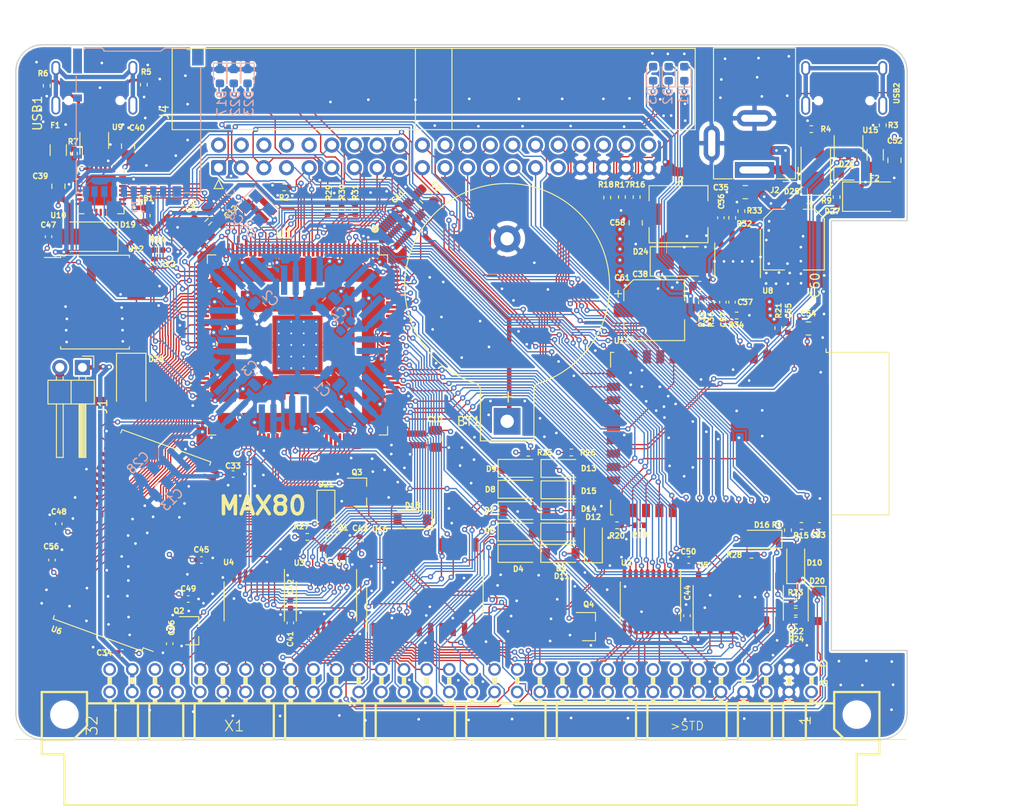
<source format=kicad_pcb>
(kicad_pcb (version 20171130) (host pcbnew 5.1.9-73d0e3b20d~88~ubuntu20.04.1)

  (general
    (thickness 1.6)
    (drawings 17)
    (tracks 4068)
    (zones 0)
    (modules 150)
    (nets 210)
  )

  (page A4)
  (title_block
    (title MAX80)
    (date 2021-01-31)
    (rev 0.01)
    (company "No name")
  )

  (layers
    (0 F.Cu signal)
    (1 In1.Cu signal)
    (2 In2.Cu signal)
    (31 B.Cu signal)
    (32 B.Adhes user)
    (33 F.Adhes user)
    (34 B.Paste user)
    (35 F.Paste user)
    (36 B.SilkS user)
    (37 F.SilkS user)
    (38 B.Mask user)
    (39 F.Mask user)
    (40 Dwgs.User user)
    (41 Cmts.User user)
    (42 Eco1.User user)
    (43 Eco2.User user)
    (44 Edge.Cuts user)
    (45 Margin user)
    (46 B.CrtYd user)
    (47 F.CrtYd user)
    (48 B.Fab user)
    (49 F.Fab user)
  )

  (setup
    (last_trace_width 0.15)
    (user_trace_width 0.3)
    (user_trace_width 0.5)
    (trace_clearance 0.15)
    (zone_clearance 0.2)
    (zone_45_only no)
    (trace_min 0.15)
    (via_size 0.6)
    (via_drill 0.3)
    (via_min_size 0.6)
    (via_min_drill 0.3)
    (uvia_size 0.3)
    (uvia_drill 0.1)
    (uvias_allowed no)
    (uvia_min_size 0.2)
    (uvia_min_drill 0.1)
    (edge_width 0.15)
    (segment_width 0.3)
    (pcb_text_width 0.3)
    (pcb_text_size 1.5 1.5)
    (mod_edge_width 0.15)
    (mod_text_size 1 1)
    (mod_text_width 0.15)
    (pad_size 2.6 1.6)
    (pad_drill 0)
    (pad_to_mask_clearance 0)
    (aux_axis_origin 0 0)
    (grid_origin 86.275 147.925)
    (visible_elements FFFFFF7F)
    (pcbplotparams
      (layerselection 0x010fc_ffffffff)
      (usegerberextensions false)
      (usegerberattributes true)
      (usegerberadvancedattributes true)
      (creategerberjobfile true)
      (excludeedgelayer true)
      (linewidth 0.100000)
      (plotframeref false)
      (viasonmask false)
      (mode 1)
      (useauxorigin false)
      (hpglpennumber 1)
      (hpglpenspeed 20)
      (hpglpendiameter 15.000000)
      (psnegative false)
      (psa4output false)
      (plotreference true)
      (plotvalue true)
      (plotinvisibletext false)
      (padsonsilk false)
      (subtractmaskfromsilk false)
      (outputformat 1)
      (mirror false)
      (drillshape 0)
      (scaleselection 1)
      (outputdirectory "abc80_gerber"))
  )

  (net 0 "")
  (net 1 VCC_ONE)
  (net 2 VCCA)
  (net 3 GND)
  (net 4 CLK0n)
  (net 5 +5V)
  (net 6 "Net-(R5-Pad2)")
  (net 7 "Net-(R6-Pad2)")
  (net 8 "Net-(R7-Pad1)")
  (net 9 "Net-(U10-Pad5)")
  (net 10 "Net-(U10-Pad4)")
  (net 11 "Net-(U9-Pad4)")
  (net 12 "Net-(U9-Pad6)")
  (net 13 "Net-(USB1-Pad13)")
  (net 14 "Net-(BT1-Pad1)")
  (net 15 /A4)
  (net 16 /A3)
  (net 17 /A2)
  (net 18 /A1)
  (net 19 /A0)
  (net 20 /IO0)
  (net 21 /IO3)
  (net 22 /IO4)
  (net 23 /IO5)
  (net 24 /IO6)
  (net 25 /IO7)
  (net 26 /A11)
  (net 27 /IO9)
  (net 28 /A8)
  (net 29 /A7)
  (net 30 /A6)
  (net 31 /A5)
  (net 32 /A9)
  (net 33 /A10)
  (net 34 /A12)
  (net 35 /IO8)
  (net 36 /IO10)
  (net 37 /IO11)
  (net 38 /IO12)
  (net 39 /IO13)
  (net 40 /IO14)
  (net 41 /IO15)
  (net 42 /abc80bus/D7)
  (net 43 /abc80bus/D6)
  (net 44 /abc80bus/D5)
  (net 45 /abc80bus/D4)
  (net 46 /abc80bus/D3)
  (net 47 /abc80bus/D2)
  (net 48 /abc80bus/D1)
  (net 49 /abc80bus/D0)
  (net 50 /abc80bus/A8)
  (net 51 /abc80bus/A9)
  (net 52 /abc80bus/A10)
  (net 53 /abc80bus/A11)
  (net 54 /abc80bus/A12)
  (net 55 /abc80bus/A13)
  (net 56 /abc80bus/A14)
  (net 57 /abc80bus/A15)
  (net 58 /abc80bus/A7)
  (net 59 /abc80bus/A6)
  (net 60 /abc80bus/A5)
  (net 61 /abc80bus/A4)
  (net 62 /abc80bus/A3)
  (net 63 /abc80bus/A2)
  (net 64 /abc80bus/A1)
  (net 65 /abc80bus/A0)
  (net 66 /IO1)
  (net 67 /IO2)
  (net 68 /32KHZ)
  (net 69 /RTC_INT)
  (net 70 /abc80bus/ABC5V)
  (net 71 /SD_DAT1)
  (net 72 /SD_DAT2)
  (net 73 /SD_DAT3)
  (net 74 /SD_CMD)
  (net 75 /SD_CLK)
  (net 76 /SD_DAT0)
  (net 77 FPGA_TDI)
  (net 78 FPGA_TMS)
  (net 79 FPGA_TDO)
  (net 80 FPGA_TCK)
  (net 81 ABC_CLK_5)
  (net 82 /FPGA_SCL)
  (net 83 /FPGA_SDA)
  (net 84 FPGA_SPI_MISO)
  (net 85 FPGA_SPI_MOSI)
  (net 86 FPGA_SPI_CLK)
  (net 87 FGPA_SPI_CS_ESP32)
  (net 88 INT_ESP32)
  (net 89 "Net-(C53-Pad1)")
  (net 90 "Net-(F2-Pad2)")
  (net 91 ESP32_TDO)
  (net 92 ESP32_TCK)
  (net 93 ESP32_TMS)
  (net 94 ESP32_IO0)
  (net 95 ESP32_RXD)
  (net 96 ESP32_TXD)
  (net 97 ESP32_EN)
  (net 98 "Net-(R3-Pad2)")
  (net 99 "Net-(R4-Pad2)")
  (net 100 /ESP32/USB_D-)
  (net 101 /ESP32/USB_D+)
  (net 102 ESP32_TDI)
  (net 103 "Net-(U15-Pad6)")
  (net 104 "Net-(U15-Pad4)")
  (net 105 "Net-(USB2-Pad13)")
  (net 106 "Net-(D1-Pad2)")
  (net 107 "Net-(D1-Pad1)")
  (net 108 "Net-(D2-Pad2)")
  (net 109 "Net-(D2-Pad1)")
  (net 110 "Net-(D3-Pad2)")
  (net 111 "Net-(D3-Pad1)")
  (net 112 ESP32_SCL)
  (net 113 ESP32_SDA)
  (net 114 ESP32_CS2)
  (net 115 ESP32_CS0)
  (net 116 ESP32_MISO)
  (net 117 ESP32_SCK)
  (net 118 ESP32_MOSI)
  (net 119 ESP32_CS1)
  (net 120 /FPGA_USB_TXD)
  (net 121 /FPGA_USB_RXD)
  (net 122 /abc80bus/~XMEMW80)
  (net 123 /abc80bus/~CS)
  (net 124 /abc80bus/~C4)
  (net 125 /abc80bus/~C3)
  (net 126 /abc80bus/~C2)
  (net 127 /abc80bus/~C1)
  (net 128 /abc80bus/~OUT)
  (net 129 /abc80bus/~XOUT)
  (net 130 /abc80bus/~RST)
  (net 131 ~IORD)
  (net 132 /abc80bus/~XMEMFL)
  (net 133 /abc80bus/~XIN)
  (net 134 /abc80bus/~INP)
  (net 135 /abc80bus/~STATUS)
  (net 136 ~MEMRW)
  (net 137 "Net-(D18-Pad1)")
  (net 138 /abc80bus/~XINPSTB)
  (net 139 /abc80bus/~XOUTSTB)
  (net 140 /abc80bus/~XMEMW800)
  (net 141 ADSEL0)
  (net 142 ADSEL1)
  (net 143 "Net-(U3-Pad19)")
  (net 144 "Net-(U4-Pad19)")
  (net 145 /abc80bus/~INT)
  (net 146 ~IORW)
  (net 147 ~MEMRD)
  (net 148 AD0)
  (net 149 AD1)
  (net 150 AD2)
  (net 151 AD3)
  (net 152 AD4)
  (net 153 AD5)
  (net 154 AD6)
  (net 155 AD7)
  (net 156 O1)
  (net 157 O2)
  (net 158 /abc80bus/~RESIN)
  (net 159 /abc80bus/~XM)
  (net 160 /abc80bus/Y0)
  (net 161 /abc80bus/~Y0)
  (net 162 "Net-(D20-Pad1)")
  (net 163 "Net-(D21-Pad1)")
  (net 164 /FPGA_LED1)
  (net 165 /FPGA_LED2)
  (net 166 /FPGA_LED3)
  (net 167 "Net-(D17-Pad2)")
  (net 168 "Net-(D22-Pad2)")
  (net 169 "Net-(D23-Pad2)")
  (net 170 FPGA_GPIO3)
  (net 171 FPGA_GPIO2)
  (net 172 FPGA_GPIO1)
  (net 173 FPGA_GPIO0)
  (net 174 FPGA_GPIO5)
  (net 175 FPGA_GPIO4)
  (net 176 "Net-(C36-Pad1)")
  (net 177 "Net-(C37-Pad2)")
  (net 178 "Net-(C37-Pad1)")
  (net 179 "Net-(C38-Pad2)")
  (net 180 "Net-(R32-Pad2)")
  (net 181 "Net-(R35-Pad2)")
  (net 182 "Net-(C38-Pad1)")
  (net 183 /abc80bus/READY)
  (net 184 /abc80bus/~NMI)
  (net 185 ~FPGA_READY)
  (net 186 FPGA_NMI)
  (net 187 "Net-(U1-Pad88)")
  (net 188 "Net-(D26-Pad2)")
  (net 189 FPGA_RESIN)
  (net 190 ABC_CLK_3)
  (net 191 /DQMH)
  (net 192 /CLK)
  (net 193 /CKE)
  (net 194 /BA1)
  (net 195 /BA0)
  (net 196 /DQML)
  (net 197 "Net-(D28-Pad2)")
  (net 198 "Net-(D25-Pad2)")
  (net 199 "Net-(F1-Pad2)")
  (net 200 /FPGA_USB_RTS)
  (net 201 /FPGA_USB_CTS)
  (net 202 /FPGA_USB_DTR)
  (net 203 FPGA_JTAGEN)
  (net 204 "Net-(C39-Pad1)")
  (net 205 "Net-(C52-Pad1)")
  (net 206 /WE#)
  (net 207 /CAS#)
  (net 208 /RAS#)
  (net 209 /CS#)

  (net_class Default "This is the default net class."
    (clearance 0.15)
    (trace_width 0.15)
    (via_dia 0.6)
    (via_drill 0.3)
    (uvia_dia 0.3)
    (uvia_drill 0.1)
    (add_net +5V)
    (add_net /32KHZ)
    (add_net /A0)
    (add_net /A1)
    (add_net /A10)
    (add_net /A11)
    (add_net /A12)
    (add_net /A2)
    (add_net /A3)
    (add_net /A4)
    (add_net /A5)
    (add_net /A6)
    (add_net /A7)
    (add_net /A8)
    (add_net /A9)
    (add_net /BA0)
    (add_net /BA1)
    (add_net /CAS#)
    (add_net /CKE)
    (add_net /CLK)
    (add_net /CS#)
    (add_net /DQMH)
    (add_net /DQML)
    (add_net /ESP32/USB_D+)
    (add_net /ESP32/USB_D-)
    (add_net /FPGA_LED1)
    (add_net /FPGA_LED2)
    (add_net /FPGA_LED3)
    (add_net /FPGA_SCL)
    (add_net /FPGA_SDA)
    (add_net /FPGA_USB_CTS)
    (add_net /FPGA_USB_DTR)
    (add_net /FPGA_USB_RTS)
    (add_net /FPGA_USB_RXD)
    (add_net /FPGA_USB_TXD)
    (add_net /IO0)
    (add_net /IO1)
    (add_net /IO10)
    (add_net /IO11)
    (add_net /IO12)
    (add_net /IO13)
    (add_net /IO14)
    (add_net /IO15)
    (add_net /IO2)
    (add_net /IO3)
    (add_net /IO4)
    (add_net /IO5)
    (add_net /IO6)
    (add_net /IO7)
    (add_net /IO8)
    (add_net /IO9)
    (add_net /RAS#)
    (add_net /RTC_INT)
    (add_net /SD_CLK)
    (add_net /SD_CMD)
    (add_net /SD_DAT0)
    (add_net /SD_DAT1)
    (add_net /SD_DAT2)
    (add_net /SD_DAT3)
    (add_net /WE#)
    (add_net /abc80bus/A0)
    (add_net /abc80bus/A1)
    (add_net /abc80bus/A10)
    (add_net /abc80bus/A11)
    (add_net /abc80bus/A12)
    (add_net /abc80bus/A13)
    (add_net /abc80bus/A14)
    (add_net /abc80bus/A15)
    (add_net /abc80bus/A2)
    (add_net /abc80bus/A3)
    (add_net /abc80bus/A4)
    (add_net /abc80bus/A5)
    (add_net /abc80bus/A6)
    (add_net /abc80bus/A7)
    (add_net /abc80bus/A8)
    (add_net /abc80bus/A9)
    (add_net /abc80bus/ABC5V)
    (add_net /abc80bus/D0)
    (add_net /abc80bus/D1)
    (add_net /abc80bus/D2)
    (add_net /abc80bus/D3)
    (add_net /abc80bus/D4)
    (add_net /abc80bus/D5)
    (add_net /abc80bus/D6)
    (add_net /abc80bus/D7)
    (add_net /abc80bus/READY)
    (add_net /abc80bus/Y0)
    (add_net /abc80bus/~C1)
    (add_net /abc80bus/~C2)
    (add_net /abc80bus/~C3)
    (add_net /abc80bus/~C4)
    (add_net /abc80bus/~CS)
    (add_net /abc80bus/~INP)
    (add_net /abc80bus/~INT)
    (add_net /abc80bus/~NMI)
    (add_net /abc80bus/~OUT)
    (add_net /abc80bus/~RESIN)
    (add_net /abc80bus/~RST)
    (add_net /abc80bus/~STATUS)
    (add_net /abc80bus/~XIN)
    (add_net /abc80bus/~XINPSTB)
    (add_net /abc80bus/~XM)
    (add_net /abc80bus/~XMEMFL)
    (add_net /abc80bus/~XMEMW80)
    (add_net /abc80bus/~XMEMW800)
    (add_net /abc80bus/~XOUT)
    (add_net /abc80bus/~XOUTSTB)
    (add_net /abc80bus/~Y0)
    (add_net ABC_CLK_3)
    (add_net ABC_CLK_5)
    (add_net AD0)
    (add_net AD1)
    (add_net AD2)
    (add_net AD3)
    (add_net AD4)
    (add_net AD5)
    (add_net AD6)
    (add_net AD7)
    (add_net ADSEL0)
    (add_net ADSEL1)
    (add_net CLK0n)
    (add_net ESP32_CS0)
    (add_net ESP32_CS1)
    (add_net ESP32_CS2)
    (add_net ESP32_EN)
    (add_net ESP32_IO0)
    (add_net ESP32_MISO)
    (add_net ESP32_MOSI)
    (add_net ESP32_RXD)
    (add_net ESP32_SCK)
    (add_net ESP32_SCL)
    (add_net ESP32_SDA)
    (add_net ESP32_TCK)
    (add_net ESP32_TDI)
    (add_net ESP32_TDO)
    (add_net ESP32_TMS)
    (add_net ESP32_TXD)
    (add_net FGPA_SPI_CS_ESP32)
    (add_net FPGA_GPIO0)
    (add_net FPGA_GPIO1)
    (add_net FPGA_GPIO2)
    (add_net FPGA_GPIO3)
    (add_net FPGA_GPIO4)
    (add_net FPGA_GPIO5)
    (add_net FPGA_JTAGEN)
    (add_net FPGA_NMI)
    (add_net FPGA_RESIN)
    (add_net FPGA_SPI_CLK)
    (add_net FPGA_SPI_MISO)
    (add_net FPGA_SPI_MOSI)
    (add_net FPGA_TCK)
    (add_net FPGA_TDI)
    (add_net FPGA_TDO)
    (add_net FPGA_TMS)
    (add_net GND)
    (add_net INT_ESP32)
    (add_net "Net-(BT1-Pad1)")
    (add_net "Net-(C36-Pad1)")
    (add_net "Net-(C37-Pad1)")
    (add_net "Net-(C37-Pad2)")
    (add_net "Net-(C38-Pad1)")
    (add_net "Net-(C38-Pad2)")
    (add_net "Net-(C39-Pad1)")
    (add_net "Net-(C52-Pad1)")
    (add_net "Net-(C53-Pad1)")
    (add_net "Net-(D1-Pad1)")
    (add_net "Net-(D1-Pad2)")
    (add_net "Net-(D17-Pad2)")
    (add_net "Net-(D18-Pad1)")
    (add_net "Net-(D2-Pad1)")
    (add_net "Net-(D2-Pad2)")
    (add_net "Net-(D20-Pad1)")
    (add_net "Net-(D21-Pad1)")
    (add_net "Net-(D22-Pad2)")
    (add_net "Net-(D23-Pad2)")
    (add_net "Net-(D25-Pad2)")
    (add_net "Net-(D26-Pad2)")
    (add_net "Net-(D28-Pad2)")
    (add_net "Net-(D3-Pad1)")
    (add_net "Net-(D3-Pad2)")
    (add_net "Net-(F1-Pad2)")
    (add_net "Net-(F2-Pad2)")
    (add_net "Net-(R3-Pad2)")
    (add_net "Net-(R32-Pad2)")
    (add_net "Net-(R35-Pad2)")
    (add_net "Net-(R4-Pad2)")
    (add_net "Net-(R5-Pad2)")
    (add_net "Net-(R6-Pad2)")
    (add_net "Net-(R7-Pad1)")
    (add_net "Net-(U1-Pad88)")
    (add_net "Net-(U10-Pad4)")
    (add_net "Net-(U10-Pad5)")
    (add_net "Net-(U15-Pad4)")
    (add_net "Net-(U15-Pad6)")
    (add_net "Net-(U3-Pad19)")
    (add_net "Net-(U4-Pad19)")
    (add_net "Net-(U9-Pad4)")
    (add_net "Net-(U9-Pad6)")
    (add_net "Net-(USB1-Pad13)")
    (add_net "Net-(USB2-Pad13)")
    (add_net O1)
    (add_net O2)
    (add_net VCCA)
    (add_net VCC_ONE)
    (add_net ~FPGA_READY)
    (add_net ~IORD)
    (add_net ~IORW)
    (add_net ~MEMRD)
    (add_net ~MEMRW)
  )

  (module Resistor_SMD:R_0402_1005Metric (layer F.Cu) (tedit 5F68FEEE) (tstamp 60337B92)
    (at 139.125 155.5 90)
    (descr "Resistor SMD 0402 (1005 Metric), square (rectangular) end terminal, IPC_7351 nominal, (Body size source: IPC-SM-782 page 72, https://www.pcb-3d.com/wordpress/wp-content/uploads/ipc-sm-782a_amendment_1_and_2.pdf), generated with kicad-footprint-generator")
    (tags resistor)
    (path /602159BB/60379925)
    (attr smd)
    (fp_text reference R1 (at 0.6 -1.225 180) (layer F.SilkS)
      (effects (font (size 0.6 0.6) (thickness 0.15)))
    )
    (fp_text value 10k (at 0 1.17 90) (layer F.Fab)
      (effects (font (size 1 1) (thickness 0.15)))
    )
    (fp_line (start -0.525 0.27) (end -0.525 -0.27) (layer F.Fab) (width 0.1))
    (fp_line (start -0.525 -0.27) (end 0.525 -0.27) (layer F.Fab) (width 0.1))
    (fp_line (start 0.525 -0.27) (end 0.525 0.27) (layer F.Fab) (width 0.1))
    (fp_line (start 0.525 0.27) (end -0.525 0.27) (layer F.Fab) (width 0.1))
    (fp_line (start -0.153641 -0.38) (end 0.153641 -0.38) (layer F.SilkS) (width 0.12))
    (fp_line (start -0.153641 0.38) (end 0.153641 0.38) (layer F.SilkS) (width 0.12))
    (fp_line (start -0.93 0.47) (end -0.93 -0.47) (layer F.CrtYd) (width 0.05))
    (fp_line (start -0.93 -0.47) (end 0.93 -0.47) (layer F.CrtYd) (width 0.05))
    (fp_line (start 0.93 -0.47) (end 0.93 0.47) (layer F.CrtYd) (width 0.05))
    (fp_line (start 0.93 0.47) (end -0.93 0.47) (layer F.CrtYd) (width 0.05))
    (fp_text user %R (at 0 0 90) (layer F.Fab)
      (effects (font (size 0.26 0.26) (thickness 0.04)))
    )
    (pad 2 smd roundrect (at 0.51 0 90) (size 0.54 0.64) (layers F.Cu F.Paste F.Mask) (roundrect_rratio 0.25)
      (net 89 "Net-(C53-Pad1)"))
    (pad 1 smd roundrect (at -0.51 0 90) (size 0.54 0.64) (layers F.Cu F.Paste F.Mask) (roundrect_rratio 0.25)
      (net 1 VCC_ONE))
    (model ${KISYS3DMOD}/Resistor_SMD.3dshapes/R_0402_1005Metric.wrl
      (at (xyz 0 0 0))
      (scale (xyz 1 1 1))
      (rotate (xyz 0 0 0))
    )
  )

  (module Diode_SMD:D_SMA (layer F.Cu) (tedit 586432E5) (tstamp 6032CF27)
    (at 65.447 139.035 270)
    (descr "Diode SMA (DO-214AC)")
    (tags "Diode SMA (DO-214AC)")
    (path /6013B380/603612AB)
    (attr smd)
    (fp_text reference D28 (at -2.735 -2.803 180) (layer F.SilkS)
      (effects (font (size 0.6 0.6) (thickness 0.15)))
    )
    (fp_text value MBRA340T (at 0 2.6 90) (layer F.Fab)
      (effects (font (size 1 1) (thickness 0.15)))
    )
    (fp_line (start -3.4 -1.65) (end 2 -1.65) (layer F.SilkS) (width 0.12))
    (fp_line (start -3.4 1.65) (end 2 1.65) (layer F.SilkS) (width 0.12))
    (fp_line (start -0.64944 0.00102) (end 0.50118 -0.79908) (layer F.Fab) (width 0.1))
    (fp_line (start -0.64944 0.00102) (end 0.50118 0.75032) (layer F.Fab) (width 0.1))
    (fp_line (start 0.50118 0.75032) (end 0.50118 -0.79908) (layer F.Fab) (width 0.1))
    (fp_line (start -0.64944 -0.79908) (end -0.64944 0.80112) (layer F.Fab) (width 0.1))
    (fp_line (start 0.50118 0.00102) (end 1.4994 0.00102) (layer F.Fab) (width 0.1))
    (fp_line (start -0.64944 0.00102) (end -1.55114 0.00102) (layer F.Fab) (width 0.1))
    (fp_line (start -3.5 1.75) (end -3.5 -1.75) (layer F.CrtYd) (width 0.05))
    (fp_line (start 3.5 1.75) (end -3.5 1.75) (layer F.CrtYd) (width 0.05))
    (fp_line (start 3.5 -1.75) (end 3.5 1.75) (layer F.CrtYd) (width 0.05))
    (fp_line (start -3.5 -1.75) (end 3.5 -1.75) (layer F.CrtYd) (width 0.05))
    (fp_line (start 2.3 -1.5) (end -2.3 -1.5) (layer F.Fab) (width 0.1))
    (fp_line (start 2.3 -1.5) (end 2.3 1.5) (layer F.Fab) (width 0.1))
    (fp_line (start -2.3 1.5) (end -2.3 -1.5) (layer F.Fab) (width 0.1))
    (fp_line (start 2.3 1.5) (end -2.3 1.5) (layer F.Fab) (width 0.1))
    (fp_line (start -3.4 -1.65) (end -3.4 1.65) (layer F.SilkS) (width 0.12))
    (fp_text user %R (at 0 -2.5 90) (layer F.Fab)
      (effects (font (size 1 1) (thickness 0.15)))
    )
    (pad 2 smd rect (at 2 0 270) (size 2.5 1.8) (layers F.Cu F.Paste F.Mask)
      (net 197 "Net-(D28-Pad2)"))
    (pad 1 smd rect (at -2 0 270) (size 2.5 1.8) (layers F.Cu F.Paste F.Mask)
      (net 5 +5V))
    (model ${KISYS3DMOD}/Diode_SMD.3dshapes/D_SMA.wrl
      (at (xyz 0 0 0))
      (scale (xyz 1 1 1))
      (rotate (xyz 0 0 0))
    )
  )

  (module Capacitor_SMD:C_0402_1005Metric (layer F.Cu) (tedit 5F68FEEE) (tstamp 6039D96A)
    (at 56.557 158.847 90)
    (descr "Capacitor SMD 0402 (1005 Metric), square (rectangular) end terminal, IPC_7351 nominal, (Body size source: IPC-SM-782 page 76, https://www.pcb-3d.com/wordpress/wp-content/uploads/ipc-sm-782a_amendment_1_and_2.pdf), generated with kicad-footprint-generator")
    (tags capacitor)
    (path /6091A70C)
    (attr smd)
    (fp_text reference C56 (at 1.522 -0.082 180) (layer F.SilkS)
      (effects (font (size 0.6 0.6) (thickness 0.15)))
    )
    (fp_text value 100nF (at 0 1.16 90) (layer F.Fab)
      (effects (font (size 1 1) (thickness 0.15)))
    )
    (fp_line (start 0.91 0.46) (end -0.91 0.46) (layer F.CrtYd) (width 0.05))
    (fp_line (start 0.91 -0.46) (end 0.91 0.46) (layer F.CrtYd) (width 0.05))
    (fp_line (start -0.91 -0.46) (end 0.91 -0.46) (layer F.CrtYd) (width 0.05))
    (fp_line (start -0.91 0.46) (end -0.91 -0.46) (layer F.CrtYd) (width 0.05))
    (fp_line (start -0.107836 0.36) (end 0.107836 0.36) (layer F.SilkS) (width 0.12))
    (fp_line (start -0.107836 -0.36) (end 0.107836 -0.36) (layer F.SilkS) (width 0.12))
    (fp_line (start 0.5 0.25) (end -0.5 0.25) (layer F.Fab) (width 0.1))
    (fp_line (start 0.5 -0.25) (end 0.5 0.25) (layer F.Fab) (width 0.1))
    (fp_line (start -0.5 -0.25) (end 0.5 -0.25) (layer F.Fab) (width 0.1))
    (fp_line (start -0.5 0.25) (end -0.5 -0.25) (layer F.Fab) (width 0.1))
    (fp_text user %R (at 0 0 90) (layer F.Fab)
      (effects (font (size 0.25 0.25) (thickness 0.04)))
    )
    (pad 2 smd roundrect (at 0.48 0 90) (size 0.56 0.62) (layers F.Cu F.Paste F.Mask) (roundrect_rratio 0.25)
      (net 3 GND))
    (pad 1 smd roundrect (at -0.48 0 90) (size 0.56 0.62) (layers F.Cu F.Paste F.Mask) (roundrect_rratio 0.25)
      (net 1 VCC_ONE))
    (model ${KISYS3DMOD}/Capacitor_SMD.3dshapes/C_0402_1005Metric.wrl
      (at (xyz 0 0 0))
      (scale (xyz 1 1 1))
      (rotate (xyz 0 0 0))
    )
  )

  (module Capacitor_SMD:C_0402_1005Metric (layer F.Cu) (tedit 5F68FEEE) (tstamp 603AB1B9)
    (at 69.765 168.245 270)
    (descr "Capacitor SMD 0402 (1005 Metric), square (rectangular) end terminal, IPC_7351 nominal, (Body size source: IPC-SM-782 page 76, https://www.pcb-3d.com/wordpress/wp-content/uploads/ipc-sm-782a_amendment_1_and_2.pdf), generated with kicad-footprint-generator")
    (tags capacitor)
    (path /60932F0E)
    (attr smd)
    (fp_text reference C46 (at -1.795 -0.21 270) (layer F.SilkS)
      (effects (font (size 0.6 0.6) (thickness 0.15)))
    )
    (fp_text value 100nF (at 0 1.16 90) (layer F.Fab)
      (effects (font (size 1 1) (thickness 0.15)))
    )
    (fp_line (start 0.91 0.46) (end -0.91 0.46) (layer F.CrtYd) (width 0.05))
    (fp_line (start 0.91 -0.46) (end 0.91 0.46) (layer F.CrtYd) (width 0.05))
    (fp_line (start -0.91 -0.46) (end 0.91 -0.46) (layer F.CrtYd) (width 0.05))
    (fp_line (start -0.91 0.46) (end -0.91 -0.46) (layer F.CrtYd) (width 0.05))
    (fp_line (start -0.107836 0.36) (end 0.107836 0.36) (layer F.SilkS) (width 0.12))
    (fp_line (start -0.107836 -0.36) (end 0.107836 -0.36) (layer F.SilkS) (width 0.12))
    (fp_line (start 0.5 0.25) (end -0.5 0.25) (layer F.Fab) (width 0.1))
    (fp_line (start 0.5 -0.25) (end 0.5 0.25) (layer F.Fab) (width 0.1))
    (fp_line (start -0.5 -0.25) (end 0.5 -0.25) (layer F.Fab) (width 0.1))
    (fp_line (start -0.5 0.25) (end -0.5 -0.25) (layer F.Fab) (width 0.1))
    (fp_text user %R (at 0 0 90) (layer F.Fab)
      (effects (font (size 0.25 0.25) (thickness 0.04)))
    )
    (pad 2 smd roundrect (at 0.48 0 270) (size 0.56 0.62) (layers F.Cu F.Paste F.Mask) (roundrect_rratio 0.25)
      (net 3 GND))
    (pad 1 smd roundrect (at -0.48 0 270) (size 0.56 0.62) (layers F.Cu F.Paste F.Mask) (roundrect_rratio 0.25)
      (net 1 VCC_ONE))
    (model ${KISYS3DMOD}/Capacitor_SMD.3dshapes/C_0402_1005Metric.wrl
      (at (xyz 0 0 0))
      (scale (xyz 1 1 1))
      (rotate (xyz 0 0 0))
    )
  )

  (module Capacitor_SMD:C_0402_1005Metric (layer F.Cu) (tedit 5F68FEEE) (tstamp 603AB1A8)
    (at 73.321 158.847)
    (descr "Capacitor SMD 0402 (1005 Metric), square (rectangular) end terminal, IPC_7351 nominal, (Body size source: IPC-SM-782 page 76, https://www.pcb-3d.com/wordpress/wp-content/uploads/ipc-sm-782a_amendment_1_and_2.pdf), generated with kicad-footprint-generator")
    (tags capacitor)
    (path /6094CE83)
    (attr smd)
    (fp_text reference C45 (at 0 -1.16) (layer F.SilkS)
      (effects (font (size 0.6 0.6) (thickness 0.15)))
    )
    (fp_text value 100nF (at 0 1.16) (layer F.Fab)
      (effects (font (size 1 1) (thickness 0.15)))
    )
    (fp_line (start 0.91 0.46) (end -0.91 0.46) (layer F.CrtYd) (width 0.05))
    (fp_line (start 0.91 -0.46) (end 0.91 0.46) (layer F.CrtYd) (width 0.05))
    (fp_line (start -0.91 -0.46) (end 0.91 -0.46) (layer F.CrtYd) (width 0.05))
    (fp_line (start -0.91 0.46) (end -0.91 -0.46) (layer F.CrtYd) (width 0.05))
    (fp_line (start -0.107836 0.36) (end 0.107836 0.36) (layer F.SilkS) (width 0.12))
    (fp_line (start -0.107836 -0.36) (end 0.107836 -0.36) (layer F.SilkS) (width 0.12))
    (fp_line (start 0.5 0.25) (end -0.5 0.25) (layer F.Fab) (width 0.1))
    (fp_line (start 0.5 -0.25) (end 0.5 0.25) (layer F.Fab) (width 0.1))
    (fp_line (start -0.5 -0.25) (end 0.5 -0.25) (layer F.Fab) (width 0.1))
    (fp_line (start -0.5 0.25) (end -0.5 -0.25) (layer F.Fab) (width 0.1))
    (fp_text user %R (at 0 0) (layer F.Fab)
      (effects (font (size 0.25 0.25) (thickness 0.04)))
    )
    (pad 2 smd roundrect (at 0.48 0) (size 0.56 0.62) (layers F.Cu F.Paste F.Mask) (roundrect_rratio 0.25)
      (net 3 GND))
    (pad 1 smd roundrect (at -0.48 0) (size 0.56 0.62) (layers F.Cu F.Paste F.Mask) (roundrect_rratio 0.25)
      (net 1 VCC_ONE))
    (model ${KISYS3DMOD}/Capacitor_SMD.3dshapes/C_0402_1005Metric.wrl
      (at (xyz 0 0 0))
      (scale (xyz 1 1 1))
      (rotate (xyz 0 0 0))
    )
  )

  (module Capacitor_SMD:C_0402_1005Metric (layer F.Cu) (tedit 5F68FEEE) (tstamp 603AC9A5)
    (at 64.431 169.261 180)
    (descr "Capacitor SMD 0402 (1005 Metric), square (rectangular) end terminal, IPC_7351 nominal, (Body size source: IPC-SM-782 page 76, https://www.pcb-3d.com/wordpress/wp-content/uploads/ipc-sm-782a_amendment_1_and_2.pdf), generated with kicad-footprint-generator")
    (tags capacitor)
    (path /6097D4FE)
    (attr smd)
    (fp_text reference C34 (at 2.006 0) (layer F.SilkS)
      (effects (font (size 0.6 0.6) (thickness 0.15)))
    )
    (fp_text value 100nF (at 0 1.16) (layer F.Fab)
      (effects (font (size 1 1) (thickness 0.15)))
    )
    (fp_line (start 0.91 0.46) (end -0.91 0.46) (layer F.CrtYd) (width 0.05))
    (fp_line (start 0.91 -0.46) (end 0.91 0.46) (layer F.CrtYd) (width 0.05))
    (fp_line (start -0.91 -0.46) (end 0.91 -0.46) (layer F.CrtYd) (width 0.05))
    (fp_line (start -0.91 0.46) (end -0.91 -0.46) (layer F.CrtYd) (width 0.05))
    (fp_line (start -0.107836 0.36) (end 0.107836 0.36) (layer F.SilkS) (width 0.12))
    (fp_line (start -0.107836 -0.36) (end 0.107836 -0.36) (layer F.SilkS) (width 0.12))
    (fp_line (start 0.5 0.25) (end -0.5 0.25) (layer F.Fab) (width 0.1))
    (fp_line (start 0.5 -0.25) (end 0.5 0.25) (layer F.Fab) (width 0.1))
    (fp_line (start -0.5 -0.25) (end 0.5 -0.25) (layer F.Fab) (width 0.1))
    (fp_line (start -0.5 0.25) (end -0.5 -0.25) (layer F.Fab) (width 0.1))
    (fp_text user %R (at 0 0) (layer F.Fab)
      (effects (font (size 0.25 0.25) (thickness 0.04)))
    )
    (pad 2 smd roundrect (at 0.48 0 180) (size 0.56 0.62) (layers F.Cu F.Paste F.Mask) (roundrect_rratio 0.25)
      (net 3 GND))
    (pad 1 smd roundrect (at -0.48 0 180) (size 0.56 0.62) (layers F.Cu F.Paste F.Mask) (roundrect_rratio 0.25)
      (net 1 VCC_ONE))
    (model ${KISYS3DMOD}/Capacitor_SMD.3dshapes/C_0402_1005Metric.wrl
      (at (xyz 0 0 0))
      (scale (xyz 1 1 1))
      (rotate (xyz 0 0 0))
    )
  )

  (module Capacitor_SMD:C_0402_1005Metric (layer F.Cu) (tedit 5F68FEEE) (tstamp 603AB046)
    (at 76.877 149.195)
    (descr "Capacitor SMD 0402 (1005 Metric), square (rectangular) end terminal, IPC_7351 nominal, (Body size source: IPC-SM-782 page 76, https://www.pcb-3d.com/wordpress/wp-content/uploads/ipc-sm-782a_amendment_1_and_2.pdf), generated with kicad-footprint-generator")
    (tags capacitor)
    (path /60997E09)
    (attr smd)
    (fp_text reference C33 (at -0.002 -0.92) (layer F.SilkS)
      (effects (font (size 0.6 0.6) (thickness 0.15)))
    )
    (fp_text value 100nF (at 0 1.16) (layer F.Fab)
      (effects (font (size 1 1) (thickness 0.15)))
    )
    (fp_line (start 0.91 0.46) (end -0.91 0.46) (layer F.CrtYd) (width 0.05))
    (fp_line (start 0.91 -0.46) (end 0.91 0.46) (layer F.CrtYd) (width 0.05))
    (fp_line (start -0.91 -0.46) (end 0.91 -0.46) (layer F.CrtYd) (width 0.05))
    (fp_line (start -0.91 0.46) (end -0.91 -0.46) (layer F.CrtYd) (width 0.05))
    (fp_line (start -0.107836 0.36) (end 0.107836 0.36) (layer F.SilkS) (width 0.12))
    (fp_line (start -0.107836 -0.36) (end 0.107836 -0.36) (layer F.SilkS) (width 0.12))
    (fp_line (start 0.5 0.25) (end -0.5 0.25) (layer F.Fab) (width 0.1))
    (fp_line (start 0.5 -0.25) (end 0.5 0.25) (layer F.Fab) (width 0.1))
    (fp_line (start -0.5 -0.25) (end 0.5 -0.25) (layer F.Fab) (width 0.1))
    (fp_line (start -0.5 0.25) (end -0.5 -0.25) (layer F.Fab) (width 0.1))
    (fp_text user %R (at 0 0) (layer F.Fab)
      (effects (font (size 0.25 0.25) (thickness 0.04)))
    )
    (pad 2 smd roundrect (at 0.48 0) (size 0.56 0.62) (layers F.Cu F.Paste F.Mask) (roundrect_rratio 0.25)
      (net 3 GND))
    (pad 1 smd roundrect (at -0.48 0) (size 0.56 0.62) (layers F.Cu F.Paste F.Mask) (roundrect_rratio 0.25)
      (net 1 VCC_ONE))
    (model ${KISYS3DMOD}/Capacitor_SMD.3dshapes/C_0402_1005Metric.wrl
      (at (xyz 0 0 0))
      (scale (xyz 1 1 1))
      (rotate (xyz 0 0 0))
    )
  )

  (module Package_SO:TSOP-II-54_22.2x10.16mm_P0.8mm (layer F.Cu) (tedit 5B589EC7) (tstamp 60346482)
    (at 65.535 156.645 160)
    (descr "54-lead TSOP typ II package")
    (tags "TSOPII TSOP2")
    (path /604F9283)
    (attr smd)
    (fp_text reference U6 (at 4.513002 -12.365253 160) (layer F.SilkS)
      (effects (font (size 0.6 0.6) (thickness 0.15)))
    )
    (fp_text value MT48LC16M16A2P-6A (at 0 12.5 160) (layer F.Fab)
      (effects (font (size 0.85 0.85) (thickness 0.15)))
    )
    (fp_line (start -4.08 -11.11) (end 5.08 -11.11) (layer F.Fab) (width 0.1))
    (fp_line (start 5.08 -11.11) (end 5.08 11.11) (layer F.Fab) (width 0.1))
    (fp_line (start 5.08 11.11) (end -5.08 11.11) (layer F.Fab) (width 0.1))
    (fp_line (start -5.08 11.11) (end -5.08 -10.11) (layer F.Fab) (width 0.1))
    (fp_line (start -4.08 -11.11) (end -5.08 -10.11) (layer F.Fab) (width 0.1))
    (fp_line (start -6.5 -10.9) (end -5.3 -10.9) (layer F.SilkS) (width 0.12))
    (fp_line (start -5.3 -10.9) (end -5.3 -11.3) (layer F.SilkS) (width 0.12))
    (fp_line (start -5.3 -11.3) (end 5.3 -11.3) (layer F.SilkS) (width 0.12))
    (fp_line (start -5.3 11.3) (end 5.3 11.3) (layer F.SilkS) (width 0.12))
    (fp_line (start 5.3 -11.3) (end 5.3 -10.9) (layer F.SilkS) (width 0.12))
    (fp_line (start 5.3 10.9) (end 5.3 11.3) (layer F.SilkS) (width 0.12))
    (fp_line (start -5.3 10.9) (end -5.3 11.3) (layer F.SilkS) (width 0.12))
    (fp_line (start -6.76 -11.36) (end 6.76 -11.36) (layer F.CrtYd) (width 0.05))
    (fp_line (start 6.76 -11.36) (end 6.76 11.36) (layer F.CrtYd) (width 0.05))
    (fp_line (start 6.76 11.36) (end -6.76 11.36) (layer F.CrtYd) (width 0.05))
    (fp_line (start -6.76 -11.36) (end -6.76 11.36) (layer F.CrtYd) (width 0.05))
    (fp_text user %R (at 0 0 160) (layer F.Fab)
      (effects (font (size 1 1) (thickness 0.15)))
    )
    (pad 54 smd rect (at 5.75 -10.4 160) (size 1.51 0.458) (layers F.Cu F.Paste F.Mask)
      (net 3 GND))
    (pad 53 smd rect (at 5.75 -9.6 160) (size 1.51 0.458) (layers F.Cu F.Paste F.Mask)
      (net 41 /IO15))
    (pad 52 smd rect (at 5.75 -8.8 160) (size 1.51 0.458) (layers F.Cu F.Paste F.Mask)
      (net 3 GND))
    (pad 51 smd rect (at 5.75 -8 160) (size 1.51 0.458) (layers F.Cu F.Paste F.Mask)
      (net 40 /IO14))
    (pad 50 smd rect (at 5.75 -7.2 160) (size 1.51 0.458) (layers F.Cu F.Paste F.Mask)
      (net 39 /IO13))
    (pad 49 smd rect (at 5.75 -6.4 160) (size 1.51 0.458) (layers F.Cu F.Paste F.Mask)
      (net 1 VCC_ONE))
    (pad 48 smd rect (at 5.75 -5.6 160) (size 1.51 0.458) (layers F.Cu F.Paste F.Mask)
      (net 38 /IO12))
    (pad 47 smd rect (at 5.75 -4.8 160) (size 1.51 0.458) (layers F.Cu F.Paste F.Mask)
      (net 37 /IO11))
    (pad 46 smd rect (at 5.75 -4 160) (size 1.51 0.458) (layers F.Cu F.Paste F.Mask)
      (net 3 GND))
    (pad 45 smd rect (at 5.75 -3.2 160) (size 1.51 0.458) (layers F.Cu F.Paste F.Mask)
      (net 36 /IO10))
    (pad 44 smd rect (at 5.75 -2.4 160) (size 1.51 0.458) (layers F.Cu F.Paste F.Mask)
      (net 27 /IO9))
    (pad 43 smd rect (at 5.75 -1.6 160) (size 1.51 0.458) (layers F.Cu F.Paste F.Mask)
      (net 1 VCC_ONE))
    (pad 42 smd rect (at 5.75 -0.8 160) (size 1.51 0.458) (layers F.Cu F.Paste F.Mask)
      (net 35 /IO8))
    (pad 41 smd rect (at 5.75 0 160) (size 1.51 0.458) (layers F.Cu F.Paste F.Mask)
      (net 3 GND))
    (pad 40 smd rect (at 5.75 0.8 160) (size 1.51 0.458) (layers F.Cu F.Paste F.Mask))
    (pad 39 smd rect (at 5.75 1.6 160) (size 1.51 0.458) (layers F.Cu F.Paste F.Mask)
      (net 191 /DQMH))
    (pad 38 smd rect (at 5.75 2.4 160) (size 1.51 0.458) (layers F.Cu F.Paste F.Mask)
      (net 192 /CLK))
    (pad 37 smd rect (at 5.75 3.2 160) (size 1.51 0.458) (layers F.Cu F.Paste F.Mask)
      (net 193 /CKE))
    (pad 36 smd rect (at 5.75 4 160) (size 1.51 0.458) (layers F.Cu F.Paste F.Mask)
      (net 34 /A12))
    (pad 35 smd rect (at 5.75 4.8 160) (size 1.51 0.458) (layers F.Cu F.Paste F.Mask)
      (net 26 /A11))
    (pad 34 smd rect (at 5.75 5.6 160) (size 1.51 0.458) (layers F.Cu F.Paste F.Mask)
      (net 32 /A9))
    (pad 33 smd rect (at 5.75 6.4 160) (size 1.51 0.458) (layers F.Cu F.Paste F.Mask)
      (net 28 /A8))
    (pad 32 smd rect (at 5.75 7.2 160) (size 1.51 0.458) (layers F.Cu F.Paste F.Mask)
      (net 29 /A7))
    (pad 31 smd rect (at 5.75 8 160) (size 1.51 0.458) (layers F.Cu F.Paste F.Mask)
      (net 30 /A6))
    (pad 30 smd rect (at 5.75 8.8 160) (size 1.51 0.458) (layers F.Cu F.Paste F.Mask)
      (net 31 /A5))
    (pad 29 smd rect (at 5.75 9.6 160) (size 1.51 0.458) (layers F.Cu F.Paste F.Mask)
      (net 15 /A4))
    (pad 28 smd rect (at 5.75 10.4 160) (size 1.51 0.458) (layers F.Cu F.Paste F.Mask)
      (net 3 GND))
    (pad 27 smd rect (at -5.75 10.4 160) (size 1.51 0.458) (layers F.Cu F.Paste F.Mask)
      (net 1 VCC_ONE))
    (pad 26 smd rect (at -5.75 9.6 160) (size 1.51 0.458) (layers F.Cu F.Paste F.Mask)
      (net 16 /A3))
    (pad 25 smd rect (at -5.75 8.8 160) (size 1.51 0.458) (layers F.Cu F.Paste F.Mask)
      (net 17 /A2))
    (pad 24 smd rect (at -5.75 8 160) (size 1.51 0.458) (layers F.Cu F.Paste F.Mask)
      (net 18 /A1))
    (pad 23 smd rect (at -5.75 7.2 160) (size 1.51 0.458) (layers F.Cu F.Paste F.Mask)
      (net 19 /A0))
    (pad 22 smd rect (at -5.75 6.4 160) (size 1.51 0.458) (layers F.Cu F.Paste F.Mask)
      (net 33 /A10))
    (pad 21 smd rect (at -5.75 5.6 160) (size 1.51 0.458) (layers F.Cu F.Paste F.Mask)
      (net 194 /BA1))
    (pad 20 smd rect (at -5.75 4.8 160) (size 1.51 0.458) (layers F.Cu F.Paste F.Mask)
      (net 195 /BA0))
    (pad 19 smd rect (at -5.75 4 160) (size 1.51 0.458) (layers F.Cu F.Paste F.Mask)
      (net 209 /CS#))
    (pad 18 smd rect (at -5.75 3.2 160) (size 1.51 0.458) (layers F.Cu F.Paste F.Mask)
      (net 208 /RAS#))
    (pad 17 smd rect (at -5.75 2.4 160) (size 1.51 0.458) (layers F.Cu F.Paste F.Mask)
      (net 207 /CAS#))
    (pad 16 smd rect (at -5.75 1.6 160) (size 1.51 0.458) (layers F.Cu F.Paste F.Mask)
      (net 206 /WE#))
    (pad 15 smd rect (at -5.75 0.8 160) (size 1.51 0.458) (layers F.Cu F.Paste F.Mask)
      (net 196 /DQML))
    (pad 14 smd rect (at -5.75 0 160) (size 1.51 0.458) (layers F.Cu F.Paste F.Mask)
      (net 1 VCC_ONE))
    (pad 13 smd rect (at -5.75 -0.8 160) (size 1.51 0.458) (layers F.Cu F.Paste F.Mask)
      (net 25 /IO7))
    (pad 12 smd rect (at -5.75 -1.6 160) (size 1.51 0.458) (layers F.Cu F.Paste F.Mask)
      (net 3 GND))
    (pad 11 smd rect (at -5.75 -2.4 160) (size 1.51 0.458) (layers F.Cu F.Paste F.Mask)
      (net 24 /IO6))
    (pad 10 smd rect (at -5.75 -3.2 160) (size 1.51 0.458) (layers F.Cu F.Paste F.Mask)
      (net 23 /IO5))
    (pad 9 smd rect (at -5.75 -4 160) (size 1.51 0.458) (layers F.Cu F.Paste F.Mask)
      (net 1 VCC_ONE))
    (pad 8 smd rect (at -5.75 -4.8 160) (size 1.51 0.458) (layers F.Cu F.Paste F.Mask)
      (net 22 /IO4))
    (pad 7 smd rect (at -5.75 -5.6 160) (size 1.51 0.458) (layers F.Cu F.Paste F.Mask)
      (net 21 /IO3))
    (pad 6 smd rect (at -5.75 -6.4 160) (size 1.51 0.458) (layers F.Cu F.Paste F.Mask)
      (net 3 GND))
    (pad 5 smd rect (at -5.75 -7.2 160) (size 1.51 0.458) (layers F.Cu F.Paste F.Mask)
      (net 67 /IO2))
    (pad 4 smd rect (at -5.75 -8 160) (size 1.51 0.458) (layers F.Cu F.Paste F.Mask)
      (net 66 /IO1))
    (pad 3 smd rect (at -5.75 -8.8 160) (size 1.51 0.458) (layers F.Cu F.Paste F.Mask)
      (net 1 VCC_ONE))
    (pad 2 smd rect (at -5.75 -9.6 160) (size 1.51 0.458) (layers F.Cu F.Paste F.Mask)
      (net 20 /IO0))
    (pad 1 smd rect (at -5.75 -10.4 160) (size 1.51 0.458) (layers F.Cu F.Paste F.Mask)
      (net 1 VCC_ONE))
    (model ${KISYS3DMOD}/Package_SO.3dshapes/TSOP-II-54_22.2x10.16mm_P0.8mm.wrl
      (at (xyz 0 0 0))
      (scale (xyz 1 1 1))
      (rotate (xyz 0 0 0))
    )
  )

  (module Connector_PinHeader_2.54mm:PinHeader_1x02_P2.54mm_Horizontal (layer F.Cu) (tedit 59FED5CB) (tstamp 6032D4AA)
    (at 59.975 137.225 270)
    (descr "Through hole angled pin header, 1x02, 2.54mm pitch, 6mm pin length, single row")
    (tags "Through hole angled pin header THT 1x02 2.54mm single row")
    (path /6013B380/603FB6A3)
    (fp_text reference J1 (at 4.385 -2.27 90) (layer F.SilkS)
      (effects (font (size 1 1) (thickness 0.15)))
    )
    (fp_text value Conn_01x02_Male (at 4.385 4.81 90) (layer F.Fab)
      (effects (font (size 1 1) (thickness 0.15)))
    )
    (fp_line (start 10.55 -1.8) (end -1.8 -1.8) (layer F.CrtYd) (width 0.05))
    (fp_line (start 10.55 4.35) (end 10.55 -1.8) (layer F.CrtYd) (width 0.05))
    (fp_line (start -1.8 4.35) (end 10.55 4.35) (layer F.CrtYd) (width 0.05))
    (fp_line (start -1.8 -1.8) (end -1.8 4.35) (layer F.CrtYd) (width 0.05))
    (fp_line (start -1.27 -1.27) (end 0 -1.27) (layer F.SilkS) (width 0.12))
    (fp_line (start -1.27 0) (end -1.27 -1.27) (layer F.SilkS) (width 0.12))
    (fp_line (start 1.042929 2.92) (end 1.44 2.92) (layer F.SilkS) (width 0.12))
    (fp_line (start 1.042929 2.16) (end 1.44 2.16) (layer F.SilkS) (width 0.12))
    (fp_line (start 10.1 2.92) (end 4.1 2.92) (layer F.SilkS) (width 0.12))
    (fp_line (start 10.1 2.16) (end 10.1 2.92) (layer F.SilkS) (width 0.12))
    (fp_line (start 4.1 2.16) (end 10.1 2.16) (layer F.SilkS) (width 0.12))
    (fp_line (start 1.44 1.27) (end 4.1 1.27) (layer F.SilkS) (width 0.12))
    (fp_line (start 1.11 0.38) (end 1.44 0.38) (layer F.SilkS) (width 0.12))
    (fp_line (start 1.11 -0.38) (end 1.44 -0.38) (layer F.SilkS) (width 0.12))
    (fp_line (start 4.1 0.28) (end 10.1 0.28) (layer F.SilkS) (width 0.12))
    (fp_line (start 4.1 0.16) (end 10.1 0.16) (layer F.SilkS) (width 0.12))
    (fp_line (start 4.1 0.04) (end 10.1 0.04) (layer F.SilkS) (width 0.12))
    (fp_line (start 4.1 -0.08) (end 10.1 -0.08) (layer F.SilkS) (width 0.12))
    (fp_line (start 4.1 -0.2) (end 10.1 -0.2) (layer F.SilkS) (width 0.12))
    (fp_line (start 4.1 -0.32) (end 10.1 -0.32) (layer F.SilkS) (width 0.12))
    (fp_line (start 10.1 0.38) (end 4.1 0.38) (layer F.SilkS) (width 0.12))
    (fp_line (start 10.1 -0.38) (end 10.1 0.38) (layer F.SilkS) (width 0.12))
    (fp_line (start 4.1 -0.38) (end 10.1 -0.38) (layer F.SilkS) (width 0.12))
    (fp_line (start 4.1 -1.33) (end 1.44 -1.33) (layer F.SilkS) (width 0.12))
    (fp_line (start 4.1 3.87) (end 4.1 -1.33) (layer F.SilkS) (width 0.12))
    (fp_line (start 1.44 3.87) (end 4.1 3.87) (layer F.SilkS) (width 0.12))
    (fp_line (start 1.44 -1.33) (end 1.44 3.87) (layer F.SilkS) (width 0.12))
    (fp_line (start 4.04 2.86) (end 10.04 2.86) (layer F.Fab) (width 0.1))
    (fp_line (start 10.04 2.22) (end 10.04 2.86) (layer F.Fab) (width 0.1))
    (fp_line (start 4.04 2.22) (end 10.04 2.22) (layer F.Fab) (width 0.1))
    (fp_line (start -0.32 2.86) (end 1.5 2.86) (layer F.Fab) (width 0.1))
    (fp_line (start -0.32 2.22) (end -0.32 2.86) (layer F.Fab) (width 0.1))
    (fp_line (start -0.32 2.22) (end 1.5 2.22) (layer F.Fab) (width 0.1))
    (fp_line (start 4.04 0.32) (end 10.04 0.32) (layer F.Fab) (width 0.1))
    (fp_line (start 10.04 -0.32) (end 10.04 0.32) (layer F.Fab) (width 0.1))
    (fp_line (start 4.04 -0.32) (end 10.04 -0.32) (layer F.Fab) (width 0.1))
    (fp_line (start -0.32 0.32) (end 1.5 0.32) (layer F.Fab) (width 0.1))
    (fp_line (start -0.32 -0.32) (end -0.32 0.32) (layer F.Fab) (width 0.1))
    (fp_line (start -0.32 -0.32) (end 1.5 -0.32) (layer F.Fab) (width 0.1))
    (fp_line (start 1.5 -0.635) (end 2.135 -1.27) (layer F.Fab) (width 0.1))
    (fp_line (start 1.5 3.81) (end 1.5 -0.635) (layer F.Fab) (width 0.1))
    (fp_line (start 4.04 3.81) (end 1.5 3.81) (layer F.Fab) (width 0.1))
    (fp_line (start 4.04 -1.27) (end 4.04 3.81) (layer F.Fab) (width 0.1))
    (fp_line (start 2.135 -1.27) (end 4.04 -1.27) (layer F.Fab) (width 0.1))
    (fp_text user %R (at 2.77 1.27) (layer F.Fab)
      (effects (font (size 1 1) (thickness 0.15)))
    )
    (pad 2 thru_hole oval (at 0 2.54 270) (size 1.7 1.7) (drill 1) (layers *.Cu *.Mask)
      (net 197 "Net-(D28-Pad2)"))
    (pad 1 thru_hole rect (at 0 0 270) (size 1.7 1.7) (drill 1) (layers *.Cu *.Mask)
      (net 70 /abc80bus/ABC5V))
    (model ${KISYS3DMOD}/Connector_PinHeader_2.54mm.3dshapes/PinHeader_1x02_P2.54mm_Horizontal.wrl
      (at (xyz 0 0 0))
      (scale (xyz 1 1 1))
      (rotate (xyz 0 0 0))
    )
  )

  (module Diode_SMD:D_SMA (layer F.Cu) (tedit 586432E5) (tstamp 60323018)
    (at 148.655 118.055)
    (descr "Diode SMA (DO-214AC)")
    (tags "Diode SMA (DO-214AC)")
    (path /602159BB/6032D6A5)
    (attr smd)
    (fp_text reference D27 (at -4.555 1.645) (layer F.SilkS)
      (effects (font (size 0.6 0.6) (thickness 0.15)))
    )
    (fp_text value MBRA340T (at 0 2.6) (layer F.Fab)
      (effects (font (size 1 1) (thickness 0.15)))
    )
    (fp_line (start -3.4 -1.65) (end -3.4 1.65) (layer F.SilkS) (width 0.12))
    (fp_line (start 2.3 1.5) (end -2.3 1.5) (layer F.Fab) (width 0.1))
    (fp_line (start -2.3 1.5) (end -2.3 -1.5) (layer F.Fab) (width 0.1))
    (fp_line (start 2.3 -1.5) (end 2.3 1.5) (layer F.Fab) (width 0.1))
    (fp_line (start 2.3 -1.5) (end -2.3 -1.5) (layer F.Fab) (width 0.1))
    (fp_line (start -3.5 -1.75) (end 3.5 -1.75) (layer F.CrtYd) (width 0.05))
    (fp_line (start 3.5 -1.75) (end 3.5 1.75) (layer F.CrtYd) (width 0.05))
    (fp_line (start 3.5 1.75) (end -3.5 1.75) (layer F.CrtYd) (width 0.05))
    (fp_line (start -3.5 1.75) (end -3.5 -1.75) (layer F.CrtYd) (width 0.05))
    (fp_line (start -0.64944 0.00102) (end -1.55114 0.00102) (layer F.Fab) (width 0.1))
    (fp_line (start 0.50118 0.00102) (end 1.4994 0.00102) (layer F.Fab) (width 0.1))
    (fp_line (start -0.64944 -0.79908) (end -0.64944 0.80112) (layer F.Fab) (width 0.1))
    (fp_line (start 0.50118 0.75032) (end 0.50118 -0.79908) (layer F.Fab) (width 0.1))
    (fp_line (start -0.64944 0.00102) (end 0.50118 0.75032) (layer F.Fab) (width 0.1))
    (fp_line (start -0.64944 0.00102) (end 0.50118 -0.79908) (layer F.Fab) (width 0.1))
    (fp_line (start -3.4 1.65) (end 2 1.65) (layer F.SilkS) (width 0.12))
    (fp_line (start -3.4 -1.65) (end 2 -1.65) (layer F.SilkS) (width 0.12))
    (fp_text user %R (at 0 -2.5) (layer F.Fab)
      (effects (font (size 1 1) (thickness 0.15)))
    )
    (pad 2 smd rect (at 2 0) (size 2.5 1.8) (layers F.Cu F.Paste F.Mask)
      (net 205 "Net-(C52-Pad1)"))
    (pad 1 smd rect (at -2 0) (size 2.5 1.8) (layers F.Cu F.Paste F.Mask)
      (net 5 +5V))
    (model ${KISYS3DMOD}/Diode_SMD.3dshapes/D_SMA.wrl
      (at (xyz 0 0 0))
      (scale (xyz 1 1 1))
      (rotate (xyz 0 0 0))
    )
  )

  (module Diode_SMD:D_SMA (layer F.Cu) (tedit 586432E5) (tstamp 60322ED8)
    (at 60.555 122.545 180)
    (descr "Diode SMA (DO-214AC)")
    (tags "Diode SMA (DO-214AC)")
    (path /601569F0/60325B03)
    (attr smd)
    (fp_text reference D19 (at -4.52 1.345) (layer F.SilkS)
      (effects (font (size 0.6 0.6) (thickness 0.15)))
    )
    (fp_text value MBRA340T (at 0 2.6) (layer F.Fab)
      (effects (font (size 1 1) (thickness 0.15)))
    )
    (fp_line (start -3.4 -1.65) (end -3.4 1.65) (layer F.SilkS) (width 0.12))
    (fp_line (start 2.3 1.5) (end -2.3 1.5) (layer F.Fab) (width 0.1))
    (fp_line (start -2.3 1.5) (end -2.3 -1.5) (layer F.Fab) (width 0.1))
    (fp_line (start 2.3 -1.5) (end 2.3 1.5) (layer F.Fab) (width 0.1))
    (fp_line (start 2.3 -1.5) (end -2.3 -1.5) (layer F.Fab) (width 0.1))
    (fp_line (start -3.5 -1.75) (end 3.5 -1.75) (layer F.CrtYd) (width 0.05))
    (fp_line (start 3.5 -1.75) (end 3.5 1.75) (layer F.CrtYd) (width 0.05))
    (fp_line (start 3.5 1.75) (end -3.5 1.75) (layer F.CrtYd) (width 0.05))
    (fp_line (start -3.5 1.75) (end -3.5 -1.75) (layer F.CrtYd) (width 0.05))
    (fp_line (start -0.64944 0.00102) (end -1.55114 0.00102) (layer F.Fab) (width 0.1))
    (fp_line (start 0.50118 0.00102) (end 1.4994 0.00102) (layer F.Fab) (width 0.1))
    (fp_line (start -0.64944 -0.79908) (end -0.64944 0.80112) (layer F.Fab) (width 0.1))
    (fp_line (start 0.50118 0.75032) (end 0.50118 -0.79908) (layer F.Fab) (width 0.1))
    (fp_line (start -0.64944 0.00102) (end 0.50118 0.75032) (layer F.Fab) (width 0.1))
    (fp_line (start -0.64944 0.00102) (end 0.50118 -0.79908) (layer F.Fab) (width 0.1))
    (fp_line (start -3.4 1.65) (end 2 1.65) (layer F.SilkS) (width 0.12))
    (fp_line (start -3.4 -1.65) (end 2 -1.65) (layer F.SilkS) (width 0.12))
    (pad 2 smd rect (at 2 0 180) (size 2.5 1.8) (layers F.Cu F.Paste F.Mask)
      (net 204 "Net-(C39-Pad1)"))
    (pad 1 smd rect (at -2 0 180) (size 2.5 1.8) (layers F.Cu F.Paste F.Mask)
      (net 5 +5V))
    (model ${KISYS3DMOD}/Diode_SMD.3dshapes/D_SMA.wrl
      (at (xyz 0 0 0))
      (scale (xyz 1 1 1))
      (rotate (xyz 0 0 0))
    )
  )

  (module Package_TO_SOT_SMD:SOT-23 (layer F.Cu) (tedit 5A02FF57) (tstamp 6021E332)
    (at 116.775 166.325)
    (descr "SOT-23, Standard")
    (tags SOT-23)
    (path /6013B380/60285B62)
    (attr smd)
    (fp_text reference Q4 (at 0 -2.5) (layer F.SilkS)
      (effects (font (size 0.6 0.6) (thickness 0.15)))
    )
    (fp_text value AO3400A (at 0 2.5) (layer F.Fab)
      (effects (font (size 1 1) (thickness 0.15)))
    )
    (fp_line (start -0.7 -0.95) (end -0.7 1.5) (layer F.Fab) (width 0.1))
    (fp_line (start -0.15 -1.52) (end 0.7 -1.52) (layer F.Fab) (width 0.1))
    (fp_line (start -0.7 -0.95) (end -0.15 -1.52) (layer F.Fab) (width 0.1))
    (fp_line (start 0.7 -1.52) (end 0.7 1.52) (layer F.Fab) (width 0.1))
    (fp_line (start -0.7 1.52) (end 0.7 1.52) (layer F.Fab) (width 0.1))
    (fp_line (start 0.76 1.58) (end 0.76 0.65) (layer F.SilkS) (width 0.12))
    (fp_line (start 0.76 -1.58) (end 0.76 -0.65) (layer F.SilkS) (width 0.12))
    (fp_line (start -1.7 -1.75) (end 1.7 -1.75) (layer F.CrtYd) (width 0.05))
    (fp_line (start 1.7 -1.75) (end 1.7 1.75) (layer F.CrtYd) (width 0.05))
    (fp_line (start 1.7 1.75) (end -1.7 1.75) (layer F.CrtYd) (width 0.05))
    (fp_line (start -1.7 1.75) (end -1.7 -1.75) (layer F.CrtYd) (width 0.05))
    (fp_line (start 0.76 -1.58) (end -1.4 -1.58) (layer F.SilkS) (width 0.12))
    (fp_line (start 0.76 1.58) (end -0.7 1.58) (layer F.SilkS) (width 0.12))
    (fp_text user %R (at 0 0 90) (layer F.Fab)
      (effects (font (size 0.5 0.5) (thickness 0.075)))
    )
    (pad 3 smd rect (at 1 0) (size 0.9 0.8) (layers F.Cu F.Paste F.Mask)
      (net 158 /abc80bus/~RESIN))
    (pad 2 smd rect (at -1 0.95) (size 0.9 0.8) (layers F.Cu F.Paste F.Mask)
      (net 3 GND))
    (pad 1 smd rect (at -1 -0.95) (size 0.9 0.8) (layers F.Cu F.Paste F.Mask)
      (net 189 FPGA_RESIN))
    (model ${KISYS3DMOD}/Package_TO_SOT_SMD.3dshapes/SOT-23.wrl
      (at (xyz 0 0 0))
      (scale (xyz 1 1 1))
      (rotate (xyz 0 0 0))
    )
  )

  (module Resistor_SMD:R_0402_1005Metric (layer F.Cu) (tedit 5F68FEEE) (tstamp 6020EA01)
    (at 144.585 118.105 90)
    (descr "Resistor SMD 0402 (1005 Metric), square (rectangular) end terminal, IPC_7351 nominal, (Body size source: IPC-SM-782 page 72, https://www.pcb-3d.com/wordpress/wp-content/uploads/ipc-sm-782a_amendment_1_and_2.pdf), generated with kicad-footprint-generator")
    (tags resistor)
    (path /6013A59C/6024D9C9)
    (attr smd)
    (fp_text reference R9 (at -0.395 -1.135 180) (layer F.SilkS)
      (effects (font (size 0.6 0.6) (thickness 0.15)))
    )
    (fp_text value 1k (at 0 1.17 90) (layer F.Fab)
      (effects (font (size 1 1) (thickness 0.15)))
    )
    (fp_line (start 0.93 0.47) (end -0.93 0.47) (layer F.CrtYd) (width 0.05))
    (fp_line (start 0.93 -0.47) (end 0.93 0.47) (layer F.CrtYd) (width 0.05))
    (fp_line (start -0.93 -0.47) (end 0.93 -0.47) (layer F.CrtYd) (width 0.05))
    (fp_line (start -0.93 0.47) (end -0.93 -0.47) (layer F.CrtYd) (width 0.05))
    (fp_line (start -0.153641 0.38) (end 0.153641 0.38) (layer F.SilkS) (width 0.12))
    (fp_line (start -0.153641 -0.38) (end 0.153641 -0.38) (layer F.SilkS) (width 0.12))
    (fp_line (start 0.525 0.27) (end -0.525 0.27) (layer F.Fab) (width 0.1))
    (fp_line (start 0.525 -0.27) (end 0.525 0.27) (layer F.Fab) (width 0.1))
    (fp_line (start -0.525 -0.27) (end 0.525 -0.27) (layer F.Fab) (width 0.1))
    (fp_line (start -0.525 0.27) (end -0.525 -0.27) (layer F.Fab) (width 0.1))
    (fp_text user %R (at 0 0 90) (layer F.Fab)
      (effects (font (size 0.26 0.26) (thickness 0.04)))
    )
    (pad 2 smd roundrect (at 0.51 0 90) (size 0.54 0.64) (layers F.Cu F.Paste F.Mask) (roundrect_rratio 0.25)
      (net 188 "Net-(D26-Pad2)"))
    (pad 1 smd roundrect (at -0.51 0 90) (size 0.54 0.64) (layers F.Cu F.Paste F.Mask) (roundrect_rratio 0.25)
      (net 1 VCC_ONE))
    (model ${KISYS3DMOD}/Resistor_SMD.3dshapes/R_0402_1005Metric.wrl
      (at (xyz 0 0 0))
      (scale (xyz 1 1 1))
      (rotate (xyz 0 0 0))
    )
  )

  (module LED_SMD:LED_0603_1608Metric (layer F.Cu) (tedit 5F68FEF1) (tstamp 6020FB48)
    (at 145.755 115.455)
    (descr "LED SMD 0603 (1608 Metric), square (rectangular) end terminal, IPC_7351 nominal, (Body size source: http://www.tortai-tech.com/upload/download/2011102023233369053.pdf), generated with kicad-footprint-generator")
    (tags LED)
    (path /6013A59C/6024C492)
    (attr smd)
    (fp_text reference D26 (at -0.04 -1.07) (layer F.SilkS)
      (effects (font (size 0.6 0.6) (thickness 0.15)))
    )
    (fp_text value LED-B (at 0 1.43) (layer F.Fab)
      (effects (font (size 1 1) (thickness 0.15)))
    )
    (fp_line (start 1.48 0.73) (end -1.48 0.73) (layer F.CrtYd) (width 0.05))
    (fp_line (start 1.48 -0.73) (end 1.48 0.73) (layer F.CrtYd) (width 0.05))
    (fp_line (start -1.48 -0.73) (end 1.48 -0.73) (layer F.CrtYd) (width 0.05))
    (fp_line (start -1.48 0.73) (end -1.48 -0.73) (layer F.CrtYd) (width 0.05))
    (fp_line (start -1.485 0.735) (end 0.8 0.735) (layer F.SilkS) (width 0.12))
    (fp_line (start -1.485 -0.735) (end -1.485 0.735) (layer F.SilkS) (width 0.12))
    (fp_line (start 0.8 -0.735) (end -1.485 -0.735) (layer F.SilkS) (width 0.12))
    (fp_line (start 0.8 0.4) (end 0.8 -0.4) (layer F.Fab) (width 0.1))
    (fp_line (start -0.8 0.4) (end 0.8 0.4) (layer F.Fab) (width 0.1))
    (fp_line (start -0.8 -0.1) (end -0.8 0.4) (layer F.Fab) (width 0.1))
    (fp_line (start -0.5 -0.4) (end -0.8 -0.1) (layer F.Fab) (width 0.1))
    (fp_line (start 0.8 -0.4) (end -0.5 -0.4) (layer F.Fab) (width 0.1))
    (fp_text user %R (at 0 0) (layer F.Fab)
      (effects (font (size 0.4 0.4) (thickness 0.06)))
    )
    (pad 2 smd roundrect (at 0.7875 0) (size 0.875 0.95) (layers F.Cu F.Paste F.Mask) (roundrect_rratio 0.25)
      (net 188 "Net-(D26-Pad2)"))
    (pad 1 smd roundrect (at -0.7875 0) (size 0.875 0.95) (layers F.Cu F.Paste F.Mask) (roundrect_rratio 0.25)
      (net 3 GND))
    (model ${KISYS3DMOD}/LED_SMD.3dshapes/LED_0603_1608Metric.wrl
      (at (xyz 0 0 0))
      (scale (xyz 1 1 1))
      (rotate (xyz 0 0 0))
    )
  )

  (module Capacitor_SMD:CP_Elec_6.3x5.4 (layer F.Cu) (tedit 5BCA39D0) (tstamp 60206C2E)
    (at 124.125 130.8)
    (descr "SMD capacitor, aluminum electrolytic, Panasonic C55, 6.3x5.4mm")
    (tags "capacitor electrolytic")
    (path /6013A59C/602A7E22)
    (attr smd)
    (fp_text reference C61 (at -3.6 -3.65) (layer F.SilkS)
      (effects (font (size 0.6 0.6) (thickness 0.15)))
    )
    (fp_text value 220uF (at 0 4.35) (layer F.Fab)
      (effects (font (size 1 1) (thickness 0.15)))
    )
    (fp_circle (center 0 0) (end 3.15 0) (layer F.Fab) (width 0.1))
    (fp_line (start 3.3 -3.3) (end 3.3 3.3) (layer F.Fab) (width 0.1))
    (fp_line (start -2.3 -3.3) (end 3.3 -3.3) (layer F.Fab) (width 0.1))
    (fp_line (start -2.3 3.3) (end 3.3 3.3) (layer F.Fab) (width 0.1))
    (fp_line (start -3.3 -2.3) (end -3.3 2.3) (layer F.Fab) (width 0.1))
    (fp_line (start -3.3 -2.3) (end -2.3 -3.3) (layer F.Fab) (width 0.1))
    (fp_line (start -3.3 2.3) (end -2.3 3.3) (layer F.Fab) (width 0.1))
    (fp_line (start -2.704838 -1.33) (end -2.074838 -1.33) (layer F.Fab) (width 0.1))
    (fp_line (start -2.389838 -1.645) (end -2.389838 -1.015) (layer F.Fab) (width 0.1))
    (fp_line (start 3.41 3.41) (end 3.41 1.06) (layer F.SilkS) (width 0.12))
    (fp_line (start 3.41 -3.41) (end 3.41 -1.06) (layer F.SilkS) (width 0.12))
    (fp_line (start -2.345563 -3.41) (end 3.41 -3.41) (layer F.SilkS) (width 0.12))
    (fp_line (start -2.345563 3.41) (end 3.41 3.41) (layer F.SilkS) (width 0.12))
    (fp_line (start -3.41 2.345563) (end -3.41 1.06) (layer F.SilkS) (width 0.12))
    (fp_line (start -3.41 -2.345563) (end -3.41 -1.06) (layer F.SilkS) (width 0.12))
    (fp_line (start -3.41 -2.345563) (end -2.345563 -3.41) (layer F.SilkS) (width 0.12))
    (fp_line (start -3.41 2.345563) (end -2.345563 3.41) (layer F.SilkS) (width 0.12))
    (fp_line (start -4.4375 -1.8475) (end -3.65 -1.8475) (layer F.SilkS) (width 0.12))
    (fp_line (start -4.04375 -2.24125) (end -4.04375 -1.45375) (layer F.SilkS) (width 0.12))
    (fp_line (start 3.55 -3.55) (end 3.55 -1.05) (layer F.CrtYd) (width 0.05))
    (fp_line (start 3.55 -1.05) (end 4.8 -1.05) (layer F.CrtYd) (width 0.05))
    (fp_line (start 4.8 -1.05) (end 4.8 1.05) (layer F.CrtYd) (width 0.05))
    (fp_line (start 4.8 1.05) (end 3.55 1.05) (layer F.CrtYd) (width 0.05))
    (fp_line (start 3.55 1.05) (end 3.55 3.55) (layer F.CrtYd) (width 0.05))
    (fp_line (start -2.4 3.55) (end 3.55 3.55) (layer F.CrtYd) (width 0.05))
    (fp_line (start -2.4 -3.55) (end 3.55 -3.55) (layer F.CrtYd) (width 0.05))
    (fp_line (start -3.55 2.4) (end -2.4 3.55) (layer F.CrtYd) (width 0.05))
    (fp_line (start -3.55 -2.4) (end -2.4 -3.55) (layer F.CrtYd) (width 0.05))
    (fp_line (start -3.55 -2.4) (end -3.55 -1.05) (layer F.CrtYd) (width 0.05))
    (fp_line (start -3.55 1.05) (end -3.55 2.4) (layer F.CrtYd) (width 0.05))
    (fp_line (start -3.55 -1.05) (end -4.8 -1.05) (layer F.CrtYd) (width 0.05))
    (fp_line (start -4.8 -1.05) (end -4.8 1.05) (layer F.CrtYd) (width 0.05))
    (fp_line (start -4.8 1.05) (end -3.55 1.05) (layer F.CrtYd) (width 0.05))
    (fp_text user %R (at 0 0) (layer F.Fab)
      (effects (font (size 1 1) (thickness 0.15)))
    )
    (pad 2 smd roundrect (at 2.8 0) (size 3.5 1.6) (layers F.Cu F.Paste F.Mask) (roundrect_rratio 0.15625)
      (net 3 GND))
    (pad 1 smd roundrect (at -2.8 0) (size 3.5 1.6) (layers F.Cu F.Paste F.Mask) (roundrect_rratio 0.15625)
      (net 1 VCC_ONE))
    (model ${KISYS3DMOD}/Capacitor_SMD.3dshapes/CP_Elec_6.3x5.4.wrl
      (at (xyz 0 0 0))
      (scale (xyz 1 1 1))
      (rotate (xyz 0 0 0))
    )
  )

  (module Capacitor_SMD:CP_Elec_6.3x5.4 (layer F.Cu) (tedit 5BCA39D0) (tstamp 601FE47A)
    (at 139.8 122.875 270)
    (descr "SMD capacitor, aluminum electrolytic, Panasonic C55, 6.3x5.4mm")
    (tags "capacitor electrolytic")
    (path /6013A59C/602A83A7)
    (attr smd)
    (fp_text reference C60 (at 5.15 -2.375 90) (layer F.SilkS)
      (effects (font (size 1 1) (thickness 0.15)))
    )
    (fp_text value 220uF (at 0 4.35 90) (layer F.Fab)
      (effects (font (size 1 1) (thickness 0.15)))
    )
    (fp_circle (center 0 0) (end 3.15 0) (layer F.Fab) (width 0.1))
    (fp_line (start 3.3 -3.3) (end 3.3 3.3) (layer F.Fab) (width 0.1))
    (fp_line (start -2.3 -3.3) (end 3.3 -3.3) (layer F.Fab) (width 0.1))
    (fp_line (start -2.3 3.3) (end 3.3 3.3) (layer F.Fab) (width 0.1))
    (fp_line (start -3.3 -2.3) (end -3.3 2.3) (layer F.Fab) (width 0.1))
    (fp_line (start -3.3 -2.3) (end -2.3 -3.3) (layer F.Fab) (width 0.1))
    (fp_line (start -3.3 2.3) (end -2.3 3.3) (layer F.Fab) (width 0.1))
    (fp_line (start -2.704838 -1.33) (end -2.074838 -1.33) (layer F.Fab) (width 0.1))
    (fp_line (start -2.389838 -1.645) (end -2.389838 -1.015) (layer F.Fab) (width 0.1))
    (fp_line (start 3.41 3.41) (end 3.41 1.06) (layer F.SilkS) (width 0.12))
    (fp_line (start 3.41 -3.41) (end 3.41 -1.06) (layer F.SilkS) (width 0.12))
    (fp_line (start -2.345563 -3.41) (end 3.41 -3.41) (layer F.SilkS) (width 0.12))
    (fp_line (start -2.345563 3.41) (end 3.41 3.41) (layer F.SilkS) (width 0.12))
    (fp_line (start -3.41 2.345563) (end -3.41 1.06) (layer F.SilkS) (width 0.12))
    (fp_line (start -3.41 -2.345563) (end -3.41 -1.06) (layer F.SilkS) (width 0.12))
    (fp_line (start -3.41 -2.345563) (end -2.345563 -3.41) (layer F.SilkS) (width 0.12))
    (fp_line (start -3.41 2.345563) (end -2.345563 3.41) (layer F.SilkS) (width 0.12))
    (fp_line (start -4.4375 -1.8475) (end -3.65 -1.8475) (layer F.SilkS) (width 0.12))
    (fp_line (start -4.04375 -2.24125) (end -4.04375 -1.45375) (layer F.SilkS) (width 0.12))
    (fp_line (start 3.55 -3.55) (end 3.55 -1.05) (layer F.CrtYd) (width 0.05))
    (fp_line (start 3.55 -1.05) (end 4.8 -1.05) (layer F.CrtYd) (width 0.05))
    (fp_line (start 4.8 -1.05) (end 4.8 1.05) (layer F.CrtYd) (width 0.05))
    (fp_line (start 4.8 1.05) (end 3.55 1.05) (layer F.CrtYd) (width 0.05))
    (fp_line (start 3.55 1.05) (end 3.55 3.55) (layer F.CrtYd) (width 0.05))
    (fp_line (start -2.4 3.55) (end 3.55 3.55) (layer F.CrtYd) (width 0.05))
    (fp_line (start -2.4 -3.55) (end 3.55 -3.55) (layer F.CrtYd) (width 0.05))
    (fp_line (start -3.55 2.4) (end -2.4 3.55) (layer F.CrtYd) (width 0.05))
    (fp_line (start -3.55 -2.4) (end -2.4 -3.55) (layer F.CrtYd) (width 0.05))
    (fp_line (start -3.55 -2.4) (end -3.55 -1.05) (layer F.CrtYd) (width 0.05))
    (fp_line (start -3.55 1.05) (end -3.55 2.4) (layer F.CrtYd) (width 0.05))
    (fp_line (start -3.55 -1.05) (end -4.8 -1.05) (layer F.CrtYd) (width 0.05))
    (fp_line (start -4.8 -1.05) (end -4.8 1.05) (layer F.CrtYd) (width 0.05))
    (fp_line (start -4.8 1.05) (end -3.55 1.05) (layer F.CrtYd) (width 0.05))
    (fp_text user %R (at 0 0 90) (layer F.Fab)
      (effects (font (size 1 1) (thickness 0.15)))
    )
    (pad 2 smd roundrect (at 2.8 0 270) (size 3.5 1.6) (layers F.Cu F.Paste F.Mask) (roundrect_rratio 0.15625)
      (net 3 GND))
    (pad 1 smd roundrect (at -2.8 0 270) (size 3.5 1.6) (layers F.Cu F.Paste F.Mask) (roundrect_rratio 0.15625)
      (net 5 +5V))
    (model ${KISYS3DMOD}/Capacitor_SMD.3dshapes/CP_Elec_6.3x5.4.wrl
      (at (xyz 0 0 0))
      (scale (xyz 1 1 1))
      (rotate (xyz 0 0 0))
    )
  )

  (module Capacitor_SMD:C_0805_2012Metric (layer F.Cu) (tedit 5F68FEEE) (tstamp 60240E0A)
    (at 73.375 120.15 225)
    (descr "Capacitor SMD 0805 (2012 Metric), square (rectangular) end terminal, IPC_7351 nominal, (Body size source: IPC-SM-782 page 76, https://www.pcb-3d.com/wordpress/wp-content/uploads/ipc-sm-782a_amendment_1_and_2.pdf, https://docs.google.com/spreadsheets/d/1BsfQQcO9C6DZCsRaXUlFlo91Tg2WpOkGARC1WS5S8t0/edit?usp=sharing), generated with kicad-footprint-generator")
    (tags capacitor)
    (path /57BBEF6F)
    (attr smd)
    (fp_text reference C29 (at 0.070711 1.484924 45) (layer F.SilkS)
      (effects (font (size 0.6 0.6) (thickness 0.15)))
    )
    (fp_text value 47uF (at 0 1.68 45) (layer F.Fab)
      (effects (font (size 1 1) (thickness 0.15)))
    )
    (fp_line (start -1 0.625) (end -1 -0.625) (layer F.Fab) (width 0.1))
    (fp_line (start -1 -0.625) (end 1 -0.625) (layer F.Fab) (width 0.1))
    (fp_line (start 1 -0.625) (end 1 0.625) (layer F.Fab) (width 0.1))
    (fp_line (start 1 0.625) (end -1 0.625) (layer F.Fab) (width 0.1))
    (fp_line (start -0.261252 -0.735) (end 0.261252 -0.735) (layer F.SilkS) (width 0.12))
    (fp_line (start -0.261252 0.735) (end 0.261252 0.735) (layer F.SilkS) (width 0.12))
    (fp_line (start -1.7 0.98) (end -1.7 -0.98) (layer F.CrtYd) (width 0.05))
    (fp_line (start -1.7 -0.98) (end 1.7 -0.98) (layer F.CrtYd) (width 0.05))
    (fp_line (start 1.7 -0.98) (end 1.7 0.98) (layer F.CrtYd) (width 0.05))
    (fp_line (start 1.7 0.98) (end -1.7 0.98) (layer F.CrtYd) (width 0.05))
    (fp_text user %R (at 0 0 45) (layer F.Fab)
      (effects (font (size 0.5 0.5) (thickness 0.08)))
    )
    (pad 2 smd roundrect (at 0.95 0 225) (size 1 1.45) (layers F.Cu F.Paste F.Mask) (roundrect_rratio 0.25)
      (net 1 VCC_ONE))
    (pad 1 smd roundrect (at -0.95 0 225) (size 1 1.45) (layers F.Cu F.Paste F.Mask) (roundrect_rratio 0.25)
      (net 3 GND))
    (model ${KISYS3DMOD}/Capacitor_SMD.3dshapes/C_0805_2012Metric.wrl
      (at (xyz 0 0 0))
      (scale (xyz 1 1 1))
      (rotate (xyz 0 0 0))
    )
  )

  (module Capacitor_SMD:C_0805_2012Metric (layer B.Cu) (tedit 5F68FEEE) (tstamp 6012B32A)
    (at 67.225 149.195 45)
    (descr "Capacitor SMD 0805 (2012 Metric), square (rectangular) end terminal, IPC_7351 nominal, (Body size source: IPC-SM-782 page 76, https://www.pcb-3d.com/wordpress/wp-content/uploads/ipc-sm-782a_amendment_1_and_2.pdf, https://docs.google.com/spreadsheets/d/1BsfQQcO9C6DZCsRaXUlFlo91Tg2WpOkGARC1WS5S8t0/edit?usp=sharing), generated with kicad-footprint-generator")
    (tags capacitor)
    (path /57BBEDBF)
    (attr smd)
    (fp_text reference C28 (at 0.179605 -1.616446 225) (layer B.SilkS)
      (effects (font (size 1 1) (thickness 0.15)) (justify mirror))
    )
    (fp_text value 47uF (at 0 -1.679999 225) (layer B.Fab)
      (effects (font (size 1 1) (thickness 0.15)) (justify mirror))
    )
    (fp_line (start -1 -0.625) (end -1 0.625) (layer B.Fab) (width 0.1))
    (fp_line (start -1 0.625) (end 1 0.625) (layer B.Fab) (width 0.1))
    (fp_line (start 1 0.625) (end 1 -0.625) (layer B.Fab) (width 0.1))
    (fp_line (start 1 -0.625) (end -1 -0.625) (layer B.Fab) (width 0.1))
    (fp_line (start -0.261252 0.735) (end 0.261252 0.735) (layer B.SilkS) (width 0.12))
    (fp_line (start -0.261252 -0.735) (end 0.261252 -0.735) (layer B.SilkS) (width 0.12))
    (fp_line (start -1.7 -0.98) (end -1.7 0.98) (layer B.CrtYd) (width 0.05))
    (fp_line (start -1.7 0.98) (end 1.7 0.98) (layer B.CrtYd) (width 0.05))
    (fp_line (start 1.7 0.98) (end 1.7 -0.98) (layer B.CrtYd) (width 0.05))
    (fp_line (start 1.7 -0.98) (end -1.7 -0.98) (layer B.CrtYd) (width 0.05))
    (fp_text user %R (at 0 0 225) (layer B.Fab)
      (effects (font (size 0.5 0.5) (thickness 0.08)) (justify mirror))
    )
    (pad 2 smd roundrect (at 0.95 0 45) (size 1 1.45) (layers B.Cu B.Paste B.Mask) (roundrect_rratio 0.25)
      (net 1 VCC_ONE))
    (pad 1 smd roundrect (at -0.95 0 45) (size 1 1.45) (layers B.Cu B.Paste B.Mask) (roundrect_rratio 0.25)
      (net 3 GND))
    (model ${KISYS3DMOD}/Capacitor_SMD.3dshapes/C_0805_2012Metric.wrl
      (at (xyz 0 0 0))
      (scale (xyz 1 1 1))
      (rotate (xyz 0 0 0))
    )
  )

  (module Capacitor_SMD:C_0805_2012Metric (layer B.Cu) (tedit 5F68FEEE) (tstamp 6039244F)
    (at 68.839249 150.882751 45)
    (descr "Capacitor SMD 0805 (2012 Metric), square (rectangular) end terminal, IPC_7351 nominal, (Body size source: IPC-SM-782 page 76, https://www.pcb-3d.com/wordpress/wp-content/uploads/ipc-sm-782a_amendment_1_and_2.pdf, https://docs.google.com/spreadsheets/d/1BsfQQcO9C6DZCsRaXUlFlo91Tg2WpOkGARC1WS5S8t0/edit?usp=sharing), generated with kicad-footprint-generator")
    (tags capacitor)
    (path /57BB0661)
    (attr smd)
    (fp_text reference C13 (at 0 1.679999 225) (layer B.SilkS)
      (effects (font (size 1 1) (thickness 0.15)) (justify mirror))
    )
    (fp_text value 47uF (at 0 -1.679999 225) (layer B.Fab)
      (effects (font (size 1 1) (thickness 0.15)) (justify mirror))
    )
    (fp_line (start -1 -0.625) (end -1 0.625) (layer B.Fab) (width 0.1))
    (fp_line (start -1 0.625) (end 1 0.625) (layer B.Fab) (width 0.1))
    (fp_line (start 1 0.625) (end 1 -0.625) (layer B.Fab) (width 0.1))
    (fp_line (start 1 -0.625) (end -1 -0.625) (layer B.Fab) (width 0.1))
    (fp_line (start -0.261252 0.735) (end 0.261252 0.735) (layer B.SilkS) (width 0.12))
    (fp_line (start -0.261252 -0.735) (end 0.261252 -0.735) (layer B.SilkS) (width 0.12))
    (fp_line (start -1.7 -0.98) (end -1.7 0.98) (layer B.CrtYd) (width 0.05))
    (fp_line (start -1.7 0.98) (end 1.7 0.98) (layer B.CrtYd) (width 0.05))
    (fp_line (start 1.7 0.98) (end 1.7 -0.98) (layer B.CrtYd) (width 0.05))
    (fp_line (start 1.7 -0.98) (end -1.7 -0.98) (layer B.CrtYd) (width 0.05))
    (fp_text user %R (at 0 0 225) (layer B.Fab)
      (effects (font (size 0.5 0.5) (thickness 0.08)) (justify mirror))
    )
    (pad 2 smd roundrect (at 0.95 0 45) (size 1 1.45) (layers B.Cu B.Paste B.Mask) (roundrect_rratio 0.25)
      (net 1 VCC_ONE))
    (pad 1 smd roundrect (at -0.95 0 45) (size 1 1.45) (layers B.Cu B.Paste B.Mask) (roundrect_rratio 0.25)
      (net 3 GND))
    (model ${KISYS3DMOD}/Capacitor_SMD.3dshapes/C_0805_2012Metric.wrl
      (at (xyz 0 0 0))
      (scale (xyz 1 1 1))
      (rotate (xyz 0 0 0))
    )
  )

  (module Capacitor_SMD:C_0805_2012Metric (layer F.Cu) (tedit 5F68FEEE) (tstamp 6012B05D)
    (at 74.825 121.6 225)
    (descr "Capacitor SMD 0805 (2012 Metric), square (rectangular) end terminal, IPC_7351 nominal, (Body size source: IPC-SM-782 page 76, https://www.pcb-3d.com/wordpress/wp-content/uploads/ipc-sm-782a_amendment_1_and_2.pdf, https://docs.google.com/spreadsheets/d/1BsfQQcO9C6DZCsRaXUlFlo91Tg2WpOkGARC1WS5S8t0/edit?usp=sharing), generated with kicad-footprint-generator")
    (tags capacitor)
    (path /57BB0614)
    (attr smd)
    (fp_text reference C12 (at -2.563262 0.017678 45) (layer F.SilkS)
      (effects (font (size 0.6 0.6) (thickness 0.15)))
    )
    (fp_text value 47uF (at 0 1.68 45) (layer F.Fab)
      (effects (font (size 1 1) (thickness 0.15)))
    )
    (fp_line (start -1 0.625) (end -1 -0.625) (layer F.Fab) (width 0.1))
    (fp_line (start -1 -0.625) (end 1 -0.625) (layer F.Fab) (width 0.1))
    (fp_line (start 1 -0.625) (end 1 0.625) (layer F.Fab) (width 0.1))
    (fp_line (start 1 0.625) (end -1 0.625) (layer F.Fab) (width 0.1))
    (fp_line (start -0.261252 -0.735) (end 0.261252 -0.735) (layer F.SilkS) (width 0.12))
    (fp_line (start -0.261252 0.735) (end 0.261252 0.735) (layer F.SilkS) (width 0.12))
    (fp_line (start -1.7 0.98) (end -1.7 -0.98) (layer F.CrtYd) (width 0.05))
    (fp_line (start -1.7 -0.98) (end 1.7 -0.98) (layer F.CrtYd) (width 0.05))
    (fp_line (start 1.7 -0.98) (end 1.7 0.98) (layer F.CrtYd) (width 0.05))
    (fp_line (start 1.7 0.98) (end -1.7 0.98) (layer F.CrtYd) (width 0.05))
    (fp_text user %R (at 0 0 45) (layer F.Fab)
      (effects (font (size 0.5 0.5) (thickness 0.08)))
    )
    (pad 2 smd roundrect (at 0.95 0 225) (size 1 1.45) (layers F.Cu F.Paste F.Mask) (roundrect_rratio 0.25)
      (net 1 VCC_ONE))
    (pad 1 smd roundrect (at -0.95 0 225) (size 1 1.45) (layers F.Cu F.Paste F.Mask) (roundrect_rratio 0.25)
      (net 3 GND))
    (model ${KISYS3DMOD}/Capacitor_SMD.3dshapes/C_0805_2012Metric.wrl
      (at (xyz 0 0 0))
      (scale (xyz 1 1 1))
      (rotate (xyz 0 0 0))
    )
  )

  (module Capacitor_SMD:C_0805_2012Metric (layer F.Cu) (tedit 5F68FEEE) (tstamp 6012B0C3)
    (at 97.0511 119.6036 315)
    (descr "Capacitor SMD 0805 (2012 Metric), square (rectangular) end terminal, IPC_7351 nominal, (Body size source: IPC-SM-782 page 76, https://www.pcb-3d.com/wordpress/wp-content/uploads/ipc-sm-782a_amendment_1_and_2.pdf, https://docs.google.com/spreadsheets/d/1BsfQQcO9C6DZCsRaXUlFlo91Tg2WpOkGARC1WS5S8t0/edit?usp=sharing), generated with kicad-footprint-generator")
    (tags capacitor)
    (path /57BB05CE)
    (attr smd)
    (fp_text reference C11 (at -2.283743 0.051265 225) (layer F.SilkS)
      (effects (font (size 0.6 0.6) (thickness 0.15)))
    )
    (fp_text value 47uF (at 0 1.68 135) (layer F.Fab)
      (effects (font (size 1 1) (thickness 0.15)))
    )
    (fp_line (start -1 0.625) (end -1 -0.625) (layer F.Fab) (width 0.1))
    (fp_line (start -1 -0.625) (end 1 -0.625) (layer F.Fab) (width 0.1))
    (fp_line (start 1 -0.625) (end 1 0.625) (layer F.Fab) (width 0.1))
    (fp_line (start 1 0.625) (end -1 0.625) (layer F.Fab) (width 0.1))
    (fp_line (start -0.261252 -0.735) (end 0.261252 -0.735) (layer F.SilkS) (width 0.12))
    (fp_line (start -0.261252 0.735) (end 0.261252 0.735) (layer F.SilkS) (width 0.12))
    (fp_line (start -1.7 0.98) (end -1.7 -0.98) (layer F.CrtYd) (width 0.05))
    (fp_line (start -1.7 -0.98) (end 1.7 -0.98) (layer F.CrtYd) (width 0.05))
    (fp_line (start 1.7 -0.98) (end 1.7 0.98) (layer F.CrtYd) (width 0.05))
    (fp_line (start 1.7 0.98) (end -1.7 0.98) (layer F.CrtYd) (width 0.05))
    (fp_text user %R (at 0 0 135) (layer F.Fab)
      (effects (font (size 0.5 0.5) (thickness 0.08)))
    )
    (pad 2 smd roundrect (at 0.95 0 315) (size 1 1.45) (layers F.Cu F.Paste F.Mask) (roundrect_rratio 0.25)
      (net 1 VCC_ONE))
    (pad 1 smd roundrect (at -0.95 0 315) (size 1 1.45) (layers F.Cu F.Paste F.Mask) (roundrect_rratio 0.25)
      (net 3 GND))
    (model ${KISYS3DMOD}/Capacitor_SMD.3dshapes/C_0805_2012Metric.wrl
      (at (xyz 0 0 0))
      (scale (xyz 1 1 1))
      (rotate (xyz 0 0 0))
    )
  )

  (module Capacitor_SMD:C_0805_2012Metric (layer F.Cu) (tedit 5F68FEEE) (tstamp 6012AA42)
    (at 99.5951 145.2446 90)
    (descr "Capacitor SMD 0805 (2012 Metric), square (rectangular) end terminal, IPC_7351 nominal, (Body size source: IPC-SM-782 page 76, https://www.pcb-3d.com/wordpress/wp-content/uploads/ipc-sm-782a_amendment_1_and_2.pdf, https://docs.google.com/spreadsheets/d/1BsfQQcO9C6DZCsRaXUlFlo91Tg2WpOkGARC1WS5S8t0/edit?usp=sharing), generated with kicad-footprint-generator")
    (tags capacitor)
    (path /57BB0565)
    (attr smd)
    (fp_text reference C10 (at 2.1946 -0.0951 180) (layer F.SilkS)
      (effects (font (size 0.6 0.6) (thickness 0.15)))
    )
    (fp_text value 47uF (at 0 1.68 90) (layer F.Fab)
      (effects (font (size 1 1) (thickness 0.15)))
    )
    (fp_line (start -1 0.625) (end -1 -0.625) (layer F.Fab) (width 0.1))
    (fp_line (start -1 -0.625) (end 1 -0.625) (layer F.Fab) (width 0.1))
    (fp_line (start 1 -0.625) (end 1 0.625) (layer F.Fab) (width 0.1))
    (fp_line (start 1 0.625) (end -1 0.625) (layer F.Fab) (width 0.1))
    (fp_line (start -0.261252 -0.735) (end 0.261252 -0.735) (layer F.SilkS) (width 0.12))
    (fp_line (start -0.261252 0.735) (end 0.261252 0.735) (layer F.SilkS) (width 0.12))
    (fp_line (start -1.7 0.98) (end -1.7 -0.98) (layer F.CrtYd) (width 0.05))
    (fp_line (start -1.7 -0.98) (end 1.7 -0.98) (layer F.CrtYd) (width 0.05))
    (fp_line (start 1.7 -0.98) (end 1.7 0.98) (layer F.CrtYd) (width 0.05))
    (fp_line (start 1.7 0.98) (end -1.7 0.98) (layer F.CrtYd) (width 0.05))
    (fp_text user %R (at 0 0 90) (layer F.Fab)
      (effects (font (size 0.5 0.5) (thickness 0.08)))
    )
    (pad 2 smd roundrect (at 0.95 0 90) (size 1 1.45) (layers F.Cu F.Paste F.Mask) (roundrect_rratio 0.25)
      (net 1 VCC_ONE))
    (pad 1 smd roundrect (at -0.95 0 90) (size 1 1.45) (layers F.Cu F.Paste F.Mask) (roundrect_rratio 0.25)
      (net 3 GND))
    (model ${KISYS3DMOD}/Capacitor_SMD.3dshapes/C_0805_2012Metric.wrl
      (at (xyz 0 0 0))
      (scale (xyz 1 1 1))
      (rotate (xyz 0 0 0))
    )
  )

  (module Capacitor_SMD:C_0805_2012Metric (layer F.Cu) (tedit 5F68FEEE) (tstamp 60285B71)
    (at 98.5011 118.1036 315)
    (descr "Capacitor SMD 0805 (2012 Metric), square (rectangular) end terminal, IPC_7351 nominal, (Body size source: IPC-SM-782 page 76, https://www.pcb-3d.com/wordpress/wp-content/uploads/ipc-sm-782a_amendment_1_and_2.pdf, https://docs.google.com/spreadsheets/d/1BsfQQcO9C6DZCsRaXUlFlo91Tg2WpOkGARC1WS5S8t0/edit?usp=sharing), generated with kicad-footprint-generator")
    (tags capacitor)
    (path /57BB0507)
    (attr smd)
    (fp_text reference C9 (at 0 -1.679999 135) (layer F.SilkS)
      (effects (font (size 0.6 0.6) (thickness 0.15)))
    )
    (fp_text value 47uF (at 0 1.68 135) (layer F.Fab)
      (effects (font (size 1 1) (thickness 0.15)))
    )
    (fp_line (start -1 0.625) (end -1 -0.625) (layer F.Fab) (width 0.1))
    (fp_line (start -1 -0.625) (end 1 -0.625) (layer F.Fab) (width 0.1))
    (fp_line (start 1 -0.625) (end 1 0.625) (layer F.Fab) (width 0.1))
    (fp_line (start 1 0.625) (end -1 0.625) (layer F.Fab) (width 0.1))
    (fp_line (start -0.261252 -0.735) (end 0.261252 -0.735) (layer F.SilkS) (width 0.12))
    (fp_line (start -0.261252 0.735) (end 0.261252 0.735) (layer F.SilkS) (width 0.12))
    (fp_line (start -1.7 0.98) (end -1.7 -0.98) (layer F.CrtYd) (width 0.05))
    (fp_line (start -1.7 -0.98) (end 1.7 -0.98) (layer F.CrtYd) (width 0.05))
    (fp_line (start 1.7 -0.98) (end 1.7 0.98) (layer F.CrtYd) (width 0.05))
    (fp_line (start 1.7 0.98) (end -1.7 0.98) (layer F.CrtYd) (width 0.05))
    (fp_text user %R (at 0 0 135) (layer F.Fab)
      (effects (font (size 0.5 0.5) (thickness 0.08)))
    )
    (pad 2 smd roundrect (at 0.95 0 315) (size 1 1.45) (layers F.Cu F.Paste F.Mask) (roundrect_rratio 0.25)
      (net 1 VCC_ONE))
    (pad 1 smd roundrect (at -0.95 0 315) (size 1 1.45) (layers F.Cu F.Paste F.Mask) (roundrect_rratio 0.25)
      (net 3 GND))
    (model ${KISYS3DMOD}/Capacitor_SMD.3dshapes/C_0805_2012Metric.wrl
      (at (xyz 0 0 0))
      (scale (xyz 1 1 1))
      (rotate (xyz 0 0 0))
    )
  )

  (module Capacitor_SMD:C_0805_2012Metric (layer B.Cu) (tedit 5F68FEEE) (tstamp 6012B2FA)
    (at 87.5936 130.1316 45)
    (descr "Capacitor SMD 0805 (2012 Metric), square (rectangular) end terminal, IPC_7351 nominal, (Body size source: IPC-SM-782 page 76, https://www.pcb-3d.com/wordpress/wp-content/uploads/ipc-sm-782a_amendment_1_and_2.pdf, https://docs.google.com/spreadsheets/d/1BsfQQcO9C6DZCsRaXUlFlo91Tg2WpOkGARC1WS5S8t0/edit?usp=sharing), generated with kicad-footprint-generator")
    (tags capacitor)
    (path /57BAFE7E)
    (attr smd)
    (fp_text reference C4 (at 0 1.68 45) (layer B.SilkS)
      (effects (font (size 1 1) (thickness 0.15)) (justify mirror))
    )
    (fp_text value 47uF (at 0 -1.68 45) (layer B.Fab)
      (effects (font (size 1 1) (thickness 0.15)) (justify mirror))
    )
    (fp_line (start -1 -0.625) (end -1 0.625) (layer B.Fab) (width 0.1))
    (fp_line (start -1 0.625) (end 1 0.625) (layer B.Fab) (width 0.1))
    (fp_line (start 1 0.625) (end 1 -0.625) (layer B.Fab) (width 0.1))
    (fp_line (start 1 -0.625) (end -1 -0.625) (layer B.Fab) (width 0.1))
    (fp_line (start -0.261252 0.735) (end 0.261252 0.735) (layer B.SilkS) (width 0.12))
    (fp_line (start -0.261252 -0.735) (end 0.261252 -0.735) (layer B.SilkS) (width 0.12))
    (fp_line (start -1.7 -0.98) (end -1.7 0.98) (layer B.CrtYd) (width 0.05))
    (fp_line (start -1.7 0.98) (end 1.7 0.98) (layer B.CrtYd) (width 0.05))
    (fp_line (start 1.7 0.98) (end 1.7 -0.98) (layer B.CrtYd) (width 0.05))
    (fp_line (start 1.7 -0.98) (end -1.7 -0.98) (layer B.CrtYd) (width 0.05))
    (fp_text user %R (at 0 0 45) (layer B.Fab)
      (effects (font (size 0.5 0.5) (thickness 0.08)) (justify mirror))
    )
    (pad 2 smd roundrect (at 0.95 0 45) (size 1 1.45) (layers B.Cu B.Paste B.Mask) (roundrect_rratio 0.25)
      (net 2 VCCA))
    (pad 1 smd roundrect (at -0.95 0 45) (size 1 1.45) (layers B.Cu B.Paste B.Mask) (roundrect_rratio 0.25)
      (net 3 GND))
    (model ${KISYS3DMOD}/Capacitor_SMD.3dshapes/C_0805_2012Metric.wrl
      (at (xyz 0 0 0))
      (scale (xyz 1 1 1))
      (rotate (xyz 0 0 0))
    )
  )

  (module Capacitor_SMD:C_0805_2012Metric (layer B.Cu) (tedit 5F68FEEE) (tstamp 6012B261)
    (at 79.9511 138.5036 225)
    (descr "Capacitor SMD 0805 (2012 Metric), square (rectangular) end terminal, IPC_7351 nominal, (Body size source: IPC-SM-782 page 76, https://www.pcb-3d.com/wordpress/wp-content/uploads/ipc-sm-782a_amendment_1_and_2.pdf, https://docs.google.com/spreadsheets/d/1BsfQQcO9C6DZCsRaXUlFlo91Tg2WpOkGARC1WS5S8t0/edit?usp=sharing), generated with kicad-footprint-generator")
    (tags capacitor)
    (path /57BAFE3C)
    (attr smd)
    (fp_text reference C3 (at 0 1.68 45) (layer B.SilkS)
      (effects (font (size 1 1) (thickness 0.15)) (justify mirror))
    )
    (fp_text value 47uF (at 0 -1.68 45) (layer B.Fab)
      (effects (font (size 1 1) (thickness 0.15)) (justify mirror))
    )
    (fp_line (start -1 -0.625) (end -1 0.625) (layer B.Fab) (width 0.1))
    (fp_line (start -1 0.625) (end 1 0.625) (layer B.Fab) (width 0.1))
    (fp_line (start 1 0.625) (end 1 -0.625) (layer B.Fab) (width 0.1))
    (fp_line (start 1 -0.625) (end -1 -0.625) (layer B.Fab) (width 0.1))
    (fp_line (start -0.261252 0.735) (end 0.261252 0.735) (layer B.SilkS) (width 0.12))
    (fp_line (start -0.261252 -0.735) (end 0.261252 -0.735) (layer B.SilkS) (width 0.12))
    (fp_line (start -1.7 -0.98) (end -1.7 0.98) (layer B.CrtYd) (width 0.05))
    (fp_line (start -1.7 0.98) (end 1.7 0.98) (layer B.CrtYd) (width 0.05))
    (fp_line (start 1.7 0.98) (end 1.7 -0.98) (layer B.CrtYd) (width 0.05))
    (fp_line (start 1.7 -0.98) (end -1.7 -0.98) (layer B.CrtYd) (width 0.05))
    (fp_text user %R (at 0 0 45) (layer B.Fab)
      (effects (font (size 0.5 0.5) (thickness 0.08)) (justify mirror))
    )
    (pad 2 smd roundrect (at 0.95 0 225) (size 1 1.45) (layers B.Cu B.Paste B.Mask) (roundrect_rratio 0.25)
      (net 2 VCCA))
    (pad 1 smd roundrect (at -0.95 0 225) (size 1 1.45) (layers B.Cu B.Paste B.Mask) (roundrect_rratio 0.25)
      (net 3 GND))
    (model ${KISYS3DMOD}/Capacitor_SMD.3dshapes/C_0805_2012Metric.wrl
      (at (xyz 0 0 0))
      (scale (xyz 1 1 1))
      (rotate (xyz 0 0 0))
    )
  )

  (module Capacitor_SMD:C_0805_2012Metric (layer B.Cu) (tedit 5F68FEEE) (tstamp 6012B228)
    (at 79.874866 130.667866 135)
    (descr "Capacitor SMD 0805 (2012 Metric), square (rectangular) end terminal, IPC_7351 nominal, (Body size source: IPC-SM-782 page 76, https://www.pcb-3d.com/wordpress/wp-content/uploads/ipc-sm-782a_amendment_1_and_2.pdf, https://docs.google.com/spreadsheets/d/1BsfQQcO9C6DZCsRaXUlFlo91Tg2WpOkGARC1WS5S8t0/edit?usp=sharing), generated with kicad-footprint-generator")
    (tags capacitor)
    (path /57BAFDFF)
    (attr smd)
    (fp_text reference C2 (at 0 1.68 135) (layer B.SilkS)
      (effects (font (size 1 1) (thickness 0.15)) (justify mirror))
    )
    (fp_text value 47uF (at 0 -1.68 135) (layer B.Fab)
      (effects (font (size 1 1) (thickness 0.15)) (justify mirror))
    )
    (fp_line (start -1 -0.625) (end -1 0.625) (layer B.Fab) (width 0.1))
    (fp_line (start -1 0.625) (end 1 0.625) (layer B.Fab) (width 0.1))
    (fp_line (start 1 0.625) (end 1 -0.625) (layer B.Fab) (width 0.1))
    (fp_line (start 1 -0.625) (end -1 -0.625) (layer B.Fab) (width 0.1))
    (fp_line (start -0.261252 0.735) (end 0.261252 0.735) (layer B.SilkS) (width 0.12))
    (fp_line (start -0.261252 -0.735) (end 0.261252 -0.735) (layer B.SilkS) (width 0.12))
    (fp_line (start -1.7 -0.98) (end -1.7 0.98) (layer B.CrtYd) (width 0.05))
    (fp_line (start -1.7 0.98) (end 1.7 0.98) (layer B.CrtYd) (width 0.05))
    (fp_line (start 1.7 0.98) (end 1.7 -0.98) (layer B.CrtYd) (width 0.05))
    (fp_line (start 1.7 -0.98) (end -1.7 -0.98) (layer B.CrtYd) (width 0.05))
    (fp_text user %R (at 0 0 135) (layer B.Fab)
      (effects (font (size 0.5 0.5) (thickness 0.08)) (justify mirror))
    )
    (pad 2 smd roundrect (at 0.95 0 135) (size 1 1.45) (layers B.Cu B.Paste B.Mask) (roundrect_rratio 0.25)
      (net 2 VCCA))
    (pad 1 smd roundrect (at -0.95 0 135) (size 1 1.45) (layers B.Cu B.Paste B.Mask) (roundrect_rratio 0.25)
      (net 3 GND))
    (model ${KISYS3DMOD}/Capacitor_SMD.3dshapes/C_0805_2012Metric.wrl
      (at (xyz 0 0 0))
      (scale (xyz 1 1 1))
      (rotate (xyz 0 0 0))
    )
  )

  (module Capacitor_SMD:C_0805_2012Metric (layer B.Cu) (tedit 5F68FEEE) (tstamp 6012B291)
    (at 88.0511 138.4786 315)
    (descr "Capacitor SMD 0805 (2012 Metric), square (rectangular) end terminal, IPC_7351 nominal, (Body size source: IPC-SM-782 page 76, https://www.pcb-3d.com/wordpress/wp-content/uploads/ipc-sm-782a_amendment_1_and_2.pdf, https://docs.google.com/spreadsheets/d/1BsfQQcO9C6DZCsRaXUlFlo91Tg2WpOkGARC1WS5S8t0/edit?usp=sharing), generated with kicad-footprint-generator")
    (tags capacitor)
    (path /57BAFAFD)
    (attr smd)
    (fp_text reference C1 (at 0 1.68 135) (layer B.SilkS)
      (effects (font (size 1 1) (thickness 0.15)) (justify mirror))
    )
    (fp_text value 47uF (at 0 -1.68 135) (layer B.Fab)
      (effects (font (size 1 1) (thickness 0.15)) (justify mirror))
    )
    (fp_line (start -1 -0.625) (end -1 0.625) (layer B.Fab) (width 0.1))
    (fp_line (start -1 0.625) (end 1 0.625) (layer B.Fab) (width 0.1))
    (fp_line (start 1 0.625) (end 1 -0.625) (layer B.Fab) (width 0.1))
    (fp_line (start 1 -0.625) (end -1 -0.625) (layer B.Fab) (width 0.1))
    (fp_line (start -0.261252 0.735) (end 0.261252 0.735) (layer B.SilkS) (width 0.12))
    (fp_line (start -0.261252 -0.735) (end 0.261252 -0.735) (layer B.SilkS) (width 0.12))
    (fp_line (start -1.7 -0.98) (end -1.7 0.98) (layer B.CrtYd) (width 0.05))
    (fp_line (start -1.7 0.98) (end 1.7 0.98) (layer B.CrtYd) (width 0.05))
    (fp_line (start 1.7 0.98) (end 1.7 -0.98) (layer B.CrtYd) (width 0.05))
    (fp_line (start 1.7 -0.98) (end -1.7 -0.98) (layer B.CrtYd) (width 0.05))
    (fp_text user %R (at 0 0 135) (layer B.Fab)
      (effects (font (size 0.5 0.5) (thickness 0.08)) (justify mirror))
    )
    (pad 2 smd roundrect (at 0.95 0 315) (size 1 1.45) (layers B.Cu B.Paste B.Mask) (roundrect_rratio 0.25)
      (net 2 VCCA))
    (pad 1 smd roundrect (at -0.95 0 315) (size 1 1.45) (layers B.Cu B.Paste B.Mask) (roundrect_rratio 0.25)
      (net 3 GND))
    (model ${KISYS3DMOD}/Capacitor_SMD.3dshapes/C_0805_2012Metric.wrl
      (at (xyz 0 0 0))
      (scale (xyz 1 1 1))
      (rotate (xyz 0 0 0))
    )
  )

  (module max80:BatteryHolder_Keystone_103_1x20mm (layer F.Cu) (tedit 601E5DE3) (tstamp 60206633)
    (at 107.625 143.275 90)
    (descr http://www.keyelco.com/product-pdf.cfm?p=719)
    (tags "Keystone type 103 battery holder")
    (path /6023577B/6023A838)
    (fp_text reference BT1 (at 0 -4.3 180) (layer F.SilkS)
      (effects (font (size 1 1) (thickness 0.15)))
    )
    (fp_text value Battery_Cell (at 15 13 90) (layer F.Fab)
      (effects (font (size 1 1) (thickness 0.15)))
    )
    (fp_line (start -2.45 -3.25) (end 3.5 -3.25) (layer F.CrtYd) (width 0.05))
    (fp_line (start -2.45 3.25) (end 3.5 3.25) (layer F.CrtYd) (width 0.05))
    (fp_line (start -2.45 3.25) (end -2.45 -3.25) (layer F.CrtYd) (width 0.05))
    (fp_line (start -2.2 -3) (end 3.5 -3) (layer F.SilkS) (width 0.12))
    (fp_line (start -2.2 3) (end -2.2 -3) (layer F.SilkS) (width 0.12))
    (fp_line (start -2.2 3) (end 3.5 3) (layer F.SilkS) (width 0.12))
    (fp_line (start 23.5712 7.7216) (end 22.6568 6.8834) (layer F.Fab) (width 0.1))
    (fp_line (start 23.5712 -7.7216) (end 22.6314 -6.858) (layer F.Fab) (width 0.1))
    (fp_line (start 3.5306 -2.9) (end -1.7 -2.9) (layer F.Fab) (width 0.1))
    (fp_line (start -1.7 2.9) (end 3.5306 2.9) (layer F.Fab) (width 0.1))
    (fp_line (start -2.1 -2.5) (end -2.1 2.5) (layer F.Fab) (width 0.1))
    (fp_line (start 0 1.3) (end 16.2 1.3) (layer F.Fab) (width 0.1))
    (fp_line (start 16.2 -1.3) (end 0 -1.3) (layer F.Fab) (width 0.1))
    (fp_line (start 0 -1.3) (end 0 1.3) (layer F.Fab) (width 0.1))
    (fp_arc (start -1.7 -2.5) (end -2.1 -2.5) (angle 90) (layer F.Fab) (width 0.1))
    (fp_arc (start -1.7 2.5) (end -2.1 2.5) (angle -90) (layer F.Fab) (width 0.1))
    (fp_arc (start 16.2 0) (end 16.2 -1.3) (angle 180) (layer F.Fab) (width 0.1))
    (fp_arc (start 3.5 -3.8) (end 3.5 -2.9) (angle -70) (layer F.Fab) (width 0.1))
    (fp_arc (start 15.2 0) (end 5.2 -1.3) (angle 180) (layer F.Fab) (width 0.1))
    (fp_arc (start 15.2 0) (end 9 -1.3) (angle 170) (layer F.Fab) (width 0.1))
    (fp_arc (start 15.2 0) (end 13.3 -1.3) (angle 150) (layer F.Fab) (width 0.1))
    (fp_arc (start 15.2 0) (end 13.3 1.3) (angle -150) (layer F.Fab) (width 0.1))
    (fp_arc (start 15.2 0) (end 9 1.3) (angle -170) (layer F.Fab) (width 0.1))
    (fp_arc (start 15.2 0) (end 5.2 1.3) (angle -180) (layer F.Fab) (width 0.1))
    (fp_arc (start 15.2 0) (end 4.35 -3.5) (angle 162.5) (layer F.Fab) (width 0.1))
    (fp_arc (start 15.2 0) (end 4.35 3.5) (angle -162.5) (layer F.Fab) (width 0.1))
    (fp_arc (start 3.5 3.8) (end 3.5 2.9) (angle 70) (layer F.Fab) (width 0.1))
    (fp_arc (start 3.5 -3.8) (end 3.5 -3) (angle -70) (layer F.SilkS) (width 0.12))
    (fp_arc (start 15.2 0) (end 4.25 -3.5) (angle 162.5) (layer F.SilkS) (width 0.12))
    (fp_arc (start 3.5 3.8) (end 3.5 3) (angle 70) (layer F.SilkS) (width 0.12))
    (fp_arc (start 15.2 0) (end 4.25 3.5) (angle -162.5) (layer F.SilkS) (width 0.12))
    (fp_arc (start 3.5 -3.8) (end 3.5 -3.25) (angle -68.58703433) (layer F.CrtYd) (width 0.05))
    (fp_arc (start 3.5 3.8) (end 3.5 3.25) (angle 70) (layer F.CrtYd) (width 0.05))
    (fp_arc (start 15.2 0) (end 4.01 -3.6) (angle 162.1661955) (layer F.CrtYd) (width 0.05))
    (fp_arc (start 15.2 0) (end 4.016831 3.611889) (angle -162.1008173) (layer F.CrtYd) (width 0.05))
    (fp_text user %R (at 0 0 90) (layer F.Fab)
      (effects (font (size 1 1) (thickness 0.15)))
    )
    (fp_text user + (at 2.75 0 90) (layer F.SilkS)
      (effects (font (size 1.5 1.5) (thickness 0.15)))
    )
    (pad 1 thru_hole rect (at 0 0 90) (size 3 3) (drill 1.5) (layers *.Cu *.Mask)
      (net 14 "Net-(BT1-Pad1)"))
    (pad 2 thru_hole circle (at 20.49 0 90) (size 3 3) (drill 1.5) (layers *.Cu *.Mask)
      (net 3 GND))
    (model ${KISYS3DMOD}/Battery.3dshapes/BatteryHolder_Keystone_103_1x20mm.wrl
      (at (xyz 0 0 0))
      (scale (xyz 1 1 1))
      (rotate (xyz 0 0 0))
    )
  )

  (module Capacitor_SMD:C_0603_1608Metric (layer F.Cu) (tedit 5F68FEEE) (tstamp 601F0A81)
    (at 129.225 128.075)
    (descr "Capacitor SMD 0603 (1608 Metric), square (rectangular) end terminal, IPC_7351 nominal, (Body size source: IPC-SM-782 page 76, https://www.pcb-3d.com/wordpress/wp-content/uploads/ipc-sm-782a_amendment_1_and_2.pdf), generated with kicad-footprint-generator")
    (tags capacitor)
    (path /6013A59C/6025CAC8)
    (attr smd)
    (fp_text reference C38 (at -6.675 -1.325) (layer F.SilkS)
      (effects (font (size 0.6 0.6) (thickness 0.15)))
    )
    (fp_text value 100nF (at 0 1.43) (layer F.Fab)
      (effects (font (size 1 1) (thickness 0.15)))
    )
    (fp_line (start -0.8 0.4) (end -0.8 -0.4) (layer F.Fab) (width 0.1))
    (fp_line (start -0.8 -0.4) (end 0.8 -0.4) (layer F.Fab) (width 0.1))
    (fp_line (start 0.8 -0.4) (end 0.8 0.4) (layer F.Fab) (width 0.1))
    (fp_line (start 0.8 0.4) (end -0.8 0.4) (layer F.Fab) (width 0.1))
    (fp_line (start -0.14058 -0.51) (end 0.14058 -0.51) (layer F.SilkS) (width 0.12))
    (fp_line (start -0.14058 0.51) (end 0.14058 0.51) (layer F.SilkS) (width 0.12))
    (fp_line (start -1.48 0.73) (end -1.48 -0.73) (layer F.CrtYd) (width 0.05))
    (fp_line (start -1.48 -0.73) (end 1.48 -0.73) (layer F.CrtYd) (width 0.05))
    (fp_line (start 1.48 -0.73) (end 1.48 0.73) (layer F.CrtYd) (width 0.05))
    (fp_line (start 1.48 0.73) (end -1.48 0.73) (layer F.CrtYd) (width 0.05))
    (fp_text user %R (at 0 0) (layer F.Fab)
      (effects (font (size 0.4 0.4) (thickness 0.06)))
    )
    (pad 2 smd roundrect (at 0.775 0) (size 0.9 0.95) (layers F.Cu F.Paste F.Mask) (roundrect_rratio 0.25)
      (net 179 "Net-(C38-Pad2)"))
    (pad 1 smd roundrect (at -0.775 0) (size 0.9 0.95) (layers F.Cu F.Paste F.Mask) (roundrect_rratio 0.25)
      (net 182 "Net-(C38-Pad1)"))
    (model ${KISYS3DMOD}/Capacitor_SMD.3dshapes/C_0603_1608Metric.wrl
      (at (xyz 0 0 0))
      (scale (xyz 1 1 1))
      (rotate (xyz 0 0 0))
    )
  )

  (module Capacitor_SMD:C_0402_1005Metric (layer F.Cu) (tedit 5F68FEEE) (tstamp 601EBEC1)
    (at 131.6 120.425 90)
    (descr "Capacitor SMD 0402 (1005 Metric), square (rectangular) end terminal, IPC_7351 nominal, (Body size source: IPC-SM-782 page 76, https://www.pcb-3d.com/wordpress/wp-content/uploads/ipc-sm-782a_amendment_1_and_2.pdf), generated with kicad-footprint-generator")
    (tags capacitor)
    (path /6013A59C/60276365)
    (attr smd)
    (fp_text reference C36 (at 1.825 0.05 90) (layer F.SilkS)
      (effects (font (size 0.6 0.6) (thickness 0.15)))
    )
    (fp_text value 15nF (at 0 1.16 90) (layer F.Fab)
      (effects (font (size 1 1) (thickness 0.15)))
    )
    (fp_line (start 0.91 0.46) (end -0.91 0.46) (layer F.CrtYd) (width 0.05))
    (fp_line (start 0.91 -0.46) (end 0.91 0.46) (layer F.CrtYd) (width 0.05))
    (fp_line (start -0.91 -0.46) (end 0.91 -0.46) (layer F.CrtYd) (width 0.05))
    (fp_line (start -0.91 0.46) (end -0.91 -0.46) (layer F.CrtYd) (width 0.05))
    (fp_line (start -0.107836 0.36) (end 0.107836 0.36) (layer F.SilkS) (width 0.12))
    (fp_line (start -0.107836 -0.36) (end 0.107836 -0.36) (layer F.SilkS) (width 0.12))
    (fp_line (start 0.5 0.25) (end -0.5 0.25) (layer F.Fab) (width 0.1))
    (fp_line (start 0.5 -0.25) (end 0.5 0.25) (layer F.Fab) (width 0.1))
    (fp_line (start -0.5 -0.25) (end 0.5 -0.25) (layer F.Fab) (width 0.1))
    (fp_line (start -0.5 0.25) (end -0.5 -0.25) (layer F.Fab) (width 0.1))
    (fp_text user %R (at 0 0 90) (layer F.Fab)
      (effects (font (size 0.25 0.25) (thickness 0.04)))
    )
    (pad 2 smd roundrect (at 0.48 0 90) (size 0.56 0.62) (layers F.Cu F.Paste F.Mask) (roundrect_rratio 0.25)
      (net 3 GND))
    (pad 1 smd roundrect (at -0.48 0 90) (size 0.56 0.62) (layers F.Cu F.Paste F.Mask) (roundrect_rratio 0.25)
      (net 176 "Net-(C36-Pad1)"))
    (model ${KISYS3DMOD}/Capacitor_SMD.3dshapes/C_0402_1005Metric.wrl
      (at (xyz 0 0 0))
      (scale (xyz 1 1 1))
      (rotate (xyz 0 0 0))
    )
  )

  (module Resistor_SMD:R_0402_1005Metric (layer F.Cu) (tedit 5F68FEEE) (tstamp 601FB77F)
    (at 133.375 131.4)
    (descr "Resistor SMD 0402 (1005 Metric), square (rectangular) end terminal, IPC_7351 nominal, (Body size source: IPC-SM-782 page 72, https://www.pcb-3d.com/wordpress/wp-content/uploads/ipc-sm-782a_amendment_1_and_2.pdf), generated with kicad-footprint-generator")
    (tags resistor)
    (path /6013A59C/6026DD71)
    (attr smd)
    (fp_text reference R34 (at -0.04 1.055) (layer F.SilkS)
      (effects (font (size 0.6 0.6) (thickness 0.15)))
    )
    (fp_text value 12.7k (at 0 1.17) (layer F.Fab)
      (effects (font (size 1 1) (thickness 0.15)))
    )
    (fp_line (start 0.93 0.47) (end -0.93 0.47) (layer F.CrtYd) (width 0.05))
    (fp_line (start 0.93 -0.47) (end 0.93 0.47) (layer F.CrtYd) (width 0.05))
    (fp_line (start -0.93 -0.47) (end 0.93 -0.47) (layer F.CrtYd) (width 0.05))
    (fp_line (start -0.93 0.47) (end -0.93 -0.47) (layer F.CrtYd) (width 0.05))
    (fp_line (start -0.153641 0.38) (end 0.153641 0.38) (layer F.SilkS) (width 0.12))
    (fp_line (start -0.153641 -0.38) (end 0.153641 -0.38) (layer F.SilkS) (width 0.12))
    (fp_line (start 0.525 0.27) (end -0.525 0.27) (layer F.Fab) (width 0.1))
    (fp_line (start 0.525 -0.27) (end 0.525 0.27) (layer F.Fab) (width 0.1))
    (fp_line (start -0.525 -0.27) (end 0.525 -0.27) (layer F.Fab) (width 0.1))
    (fp_line (start -0.525 0.27) (end -0.525 -0.27) (layer F.Fab) (width 0.1))
    (fp_text user %R (at 0 0) (layer F.Fab)
      (effects (font (size 0.26 0.26) (thickness 0.04)))
    )
    (pad 2 smd roundrect (at 0.51 0) (size 0.54 0.64) (layers F.Cu F.Paste F.Mask) (roundrect_rratio 0.25)
      (net 3 GND))
    (pad 1 smd roundrect (at -0.51 0) (size 0.54 0.64) (layers F.Cu F.Paste F.Mask) (roundrect_rratio 0.25)
      (net 177 "Net-(C37-Pad2)"))
    (model ${KISYS3DMOD}/Resistor_SMD.3dshapes/R_0402_1005Metric.wrl
      (at (xyz 0 0 0))
      (scale (xyz 1 1 1))
      (rotate (xyz 0 0 0))
    )
  )

  (module Resistor_SMD:R_0402_1005Metric (layer F.Cu) (tedit 5F68FEEE) (tstamp 601FB76E)
    (at 133.9 119.675 90)
    (descr "Resistor SMD 0402 (1005 Metric), square (rectangular) end terminal, IPC_7351 nominal, (Body size source: IPC-SM-782 page 72, https://www.pcb-3d.com/wordpress/wp-content/uploads/ipc-sm-782a_amendment_1_and_2.pdf), generated with kicad-footprint-generator")
    (tags resistor)
    (path /6013A59C/60287738)
    (attr smd)
    (fp_text reference R33 (at 0.05 1.475 180) (layer F.SilkS)
      (effects (font (size 0.6 0.6) (thickness 0.15)))
    )
    (fp_text value 120k (at 0 1.17 90) (layer F.Fab)
      (effects (font (size 1 1) (thickness 0.15)))
    )
    (fp_line (start 0.93 0.47) (end -0.93 0.47) (layer F.CrtYd) (width 0.05))
    (fp_line (start 0.93 -0.47) (end 0.93 0.47) (layer F.CrtYd) (width 0.05))
    (fp_line (start -0.93 -0.47) (end 0.93 -0.47) (layer F.CrtYd) (width 0.05))
    (fp_line (start -0.93 0.47) (end -0.93 -0.47) (layer F.CrtYd) (width 0.05))
    (fp_line (start -0.153641 0.38) (end 0.153641 0.38) (layer F.SilkS) (width 0.12))
    (fp_line (start -0.153641 -0.38) (end 0.153641 -0.38) (layer F.SilkS) (width 0.12))
    (fp_line (start 0.525 0.27) (end -0.525 0.27) (layer F.Fab) (width 0.1))
    (fp_line (start 0.525 -0.27) (end 0.525 0.27) (layer F.Fab) (width 0.1))
    (fp_line (start -0.525 -0.27) (end 0.525 -0.27) (layer F.Fab) (width 0.1))
    (fp_line (start -0.525 0.27) (end -0.525 -0.27) (layer F.Fab) (width 0.1))
    (fp_text user %R (at 0 0 90) (layer F.Fab)
      (effects (font (size 0.26 0.26) (thickness 0.04)))
    )
    (pad 2 smd roundrect (at 0.51 0 90) (size 0.54 0.64) (layers F.Cu F.Paste F.Mask) (roundrect_rratio 0.25)
      (net 3 GND))
    (pad 1 smd roundrect (at -0.51 0 90) (size 0.54 0.64) (layers F.Cu F.Paste F.Mask) (roundrect_rratio 0.25)
      (net 180 "Net-(R32-Pad2)"))
    (model ${KISYS3DMOD}/Resistor_SMD.3dshapes/R_0402_1005Metric.wrl
      (at (xyz 0 0 0))
      (scale (xyz 1 1 1))
      (rotate (xyz 0 0 0))
    )
  )

  (module Resistor_SMD:R_0402_1005Metric (layer F.Cu) (tedit 5F68FEEE) (tstamp 601FB75D)
    (at 132.875 120.425 270)
    (descr "Resistor SMD 0402 (1005 Metric), square (rectangular) end terminal, IPC_7351 nominal, (Body size source: IPC-SM-782 page 72, https://www.pcb-3d.com/wordpress/wp-content/uploads/ipc-sm-782a_amendment_1_and_2.pdf), generated with kicad-footprint-generator")
    (tags resistor)
    (path /6013A59C/602875D0)
    (attr smd)
    (fp_text reference R32 (at 0.675 -1.35 180) (layer F.SilkS)
      (effects (font (size 0.6 0.6) (thickness 0.15)))
    )
    (fp_text value 330k (at 0 1.17 90) (layer F.Fab)
      (effects (font (size 1 1) (thickness 0.15)))
    )
    (fp_line (start 0.93 0.47) (end -0.93 0.47) (layer F.CrtYd) (width 0.05))
    (fp_line (start 0.93 -0.47) (end 0.93 0.47) (layer F.CrtYd) (width 0.05))
    (fp_line (start -0.93 -0.47) (end 0.93 -0.47) (layer F.CrtYd) (width 0.05))
    (fp_line (start -0.93 0.47) (end -0.93 -0.47) (layer F.CrtYd) (width 0.05))
    (fp_line (start -0.153641 0.38) (end 0.153641 0.38) (layer F.SilkS) (width 0.12))
    (fp_line (start -0.153641 -0.38) (end 0.153641 -0.38) (layer F.SilkS) (width 0.12))
    (fp_line (start 0.525 0.27) (end -0.525 0.27) (layer F.Fab) (width 0.1))
    (fp_line (start 0.525 -0.27) (end 0.525 0.27) (layer F.Fab) (width 0.1))
    (fp_line (start -0.525 -0.27) (end 0.525 -0.27) (layer F.Fab) (width 0.1))
    (fp_line (start -0.525 0.27) (end -0.525 -0.27) (layer F.Fab) (width 0.1))
    (fp_text user %R (at 0 0 90) (layer F.Fab)
      (effects (font (size 0.26 0.26) (thickness 0.04)))
    )
    (pad 2 smd roundrect (at 0.51 0 270) (size 0.54 0.64) (layers F.Cu F.Paste F.Mask) (roundrect_rratio 0.25)
      (net 180 "Net-(R32-Pad2)"))
    (pad 1 smd roundrect (at -0.51 0 270) (size 0.54 0.64) (layers F.Cu F.Paste F.Mask) (roundrect_rratio 0.25)
      (net 5 +5V))
    (model ${KISYS3DMOD}/Resistor_SMD.3dshapes/R_0402_1005Metric.wrl
      (at (xyz 0 0 0))
      (scale (xyz 1 1 1))
      (rotate (xyz 0 0 0))
    )
  )

  (module Capacitor_SMD:C_0805_2012Metric (layer F.Cu) (tedit 5F68FEEE) (tstamp 60211466)
    (at 134.35 117.55 180)
    (descr "Capacitor SMD 0805 (2012 Metric), square (rectangular) end terminal, IPC_7351 nominal, (Body size source: IPC-SM-782 page 76, https://www.pcb-3d.com/wordpress/wp-content/uploads/ipc-sm-782a_amendment_1_and_2.pdf, https://docs.google.com/spreadsheets/d/1BsfQQcO9C6DZCsRaXUlFlo91Tg2WpOkGARC1WS5S8t0/edit?usp=sharing), generated with kicad-footprint-generator")
    (tags capacitor)
    (path /6013A59C/60299F43)
    (attr smd)
    (fp_text reference C35 (at 2.75 0.525 180) (layer F.SilkS)
      (effects (font (size 0.6 0.6) (thickness 0.15)))
    )
    (fp_text value 47uF (at 0 1.68) (layer F.Fab)
      (effects (font (size 1 1) (thickness 0.15)))
    )
    (fp_line (start 1.7 0.98) (end -1.7 0.98) (layer F.CrtYd) (width 0.05))
    (fp_line (start 1.7 -0.98) (end 1.7 0.98) (layer F.CrtYd) (width 0.05))
    (fp_line (start -1.7 -0.98) (end 1.7 -0.98) (layer F.CrtYd) (width 0.05))
    (fp_line (start -1.7 0.98) (end -1.7 -0.98) (layer F.CrtYd) (width 0.05))
    (fp_line (start -0.261252 0.735) (end 0.261252 0.735) (layer F.SilkS) (width 0.12))
    (fp_line (start -0.261252 -0.735) (end 0.261252 -0.735) (layer F.SilkS) (width 0.12))
    (fp_line (start 1 0.625) (end -1 0.625) (layer F.Fab) (width 0.1))
    (fp_line (start 1 -0.625) (end 1 0.625) (layer F.Fab) (width 0.1))
    (fp_line (start -1 -0.625) (end 1 -0.625) (layer F.Fab) (width 0.1))
    (fp_line (start -1 0.625) (end -1 -0.625) (layer F.Fab) (width 0.1))
    (fp_text user %R (at 0 0) (layer F.Fab)
      (effects (font (size 0.5 0.5) (thickness 0.08)))
    )
    (pad 2 smd roundrect (at 0.95 0 180) (size 1 1.45) (layers F.Cu F.Paste F.Mask) (roundrect_rratio 0.25)
      (net 3 GND))
    (pad 1 smd roundrect (at -0.95 0 180) (size 1 1.45) (layers F.Cu F.Paste F.Mask) (roundrect_rratio 0.25)
      (net 5 +5V))
    (model ${KISYS3DMOD}/Capacitor_SMD.3dshapes/C_0805_2012Metric.wrl
      (at (xyz 0 0 0))
      (scale (xyz 1 1 1))
      (rotate (xyz 0 0 0))
    )
  )

  (module Connector_IDC:IDC-Header_2x20_P2.54mm_Horizontal (layer F.Cu) (tedit 5EAC9A08) (tstamp 6023ED55)
    (at 75.2511 114.8036 90)
    (descr "Through hole IDC box header, 2x20, 2.54mm pitch, DIN 41651 / IEC 60603-13, double rows, https://docs.google.com/spreadsheets/d/16SsEcesNF15N3Lb4niX7dcUr-NY5_MFPQhobNuNppn4/edit#gid=0")
    (tags "Through hole horizontal IDC box header THT 2x20 2.54mm double row")
    (path /60B94961/60B95FED)
    (fp_text reference J4 (at 6.215 -6.1 90) (layer F.SilkS)
      (effects (font (size 1 1) (thickness 0.15)))
    )
    (fp_text value Conn_02x20_Odd_Even (at 6.215 54.36 90) (layer F.Fab)
      (effects (font (size 1 1) (thickness 0.15)))
    )
    (fp_line (start 4.38 -4.1) (end 5.38 -5.1) (layer F.Fab) (width 0.1))
    (fp_line (start 4.38 22.08) (end 13.28 22.08) (layer F.Fab) (width 0.1))
    (fp_line (start 4.38 26.18) (end 13.28 26.18) (layer F.Fab) (width 0.1))
    (fp_line (start 4.27 22.08) (end 13.39 22.08) (layer F.SilkS) (width 0.12))
    (fp_line (start 4.27 26.18) (end 13.39 26.18) (layer F.SilkS) (width 0.12))
    (fp_line (start 4.38 -0.32) (end -0.32 -0.32) (layer F.Fab) (width 0.1))
    (fp_line (start -0.32 -0.32) (end -0.32 0.32) (layer F.Fab) (width 0.1))
    (fp_line (start -0.32 0.32) (end 4.38 0.32) (layer F.Fab) (width 0.1))
    (fp_line (start 4.38 2.22) (end -0.32 2.22) (layer F.Fab) (width 0.1))
    (fp_line (start -0.32 2.22) (end -0.32 2.86) (layer F.Fab) (width 0.1))
    (fp_line (start -0.32 2.86) (end 4.38 2.86) (layer F.Fab) (width 0.1))
    (fp_line (start 4.38 4.76) (end -0.32 4.76) (layer F.Fab) (width 0.1))
    (fp_line (start -0.32 4.76) (end -0.32 5.4) (layer F.Fab) (width 0.1))
    (fp_line (start -0.32 5.4) (end 4.38 5.4) (layer F.Fab) (width 0.1))
    (fp_line (start 4.38 7.3) (end -0.32 7.3) (layer F.Fab) (width 0.1))
    (fp_line (start -0.32 7.3) (end -0.32 7.94) (layer F.Fab) (width 0.1))
    (fp_line (start -0.32 7.94) (end 4.38 7.94) (layer F.Fab) (width 0.1))
    (fp_line (start 4.38 9.84) (end -0.32 9.84) (layer F.Fab) (width 0.1))
    (fp_line (start -0.32 9.84) (end -0.32 10.48) (layer F.Fab) (width 0.1))
    (fp_line (start -0.32 10.48) (end 4.38 10.48) (layer F.Fab) (width 0.1))
    (fp_line (start 4.38 12.38) (end -0.32 12.38) (layer F.Fab) (width 0.1))
    (fp_line (start -0.32 12.38) (end -0.32 13.02) (layer F.Fab) (width 0.1))
    (fp_line (start -0.32 13.02) (end 4.38 13.02) (layer F.Fab) (width 0.1))
    (fp_line (start 4.38 14.92) (end -0.32 14.92) (layer F.Fab) (width 0.1))
    (fp_line (start -0.32 14.92) (end -0.32 15.56) (layer F.Fab) (width 0.1))
    (fp_line (start -0.32 15.56) (end 4.38 15.56) (layer F.Fab) (width 0.1))
    (fp_line (start 4.38 17.46) (end -0.32 17.46) (layer F.Fab) (width 0.1))
    (fp_line (start -0.32 17.46) (end -0.32 18.1) (layer F.Fab) (width 0.1))
    (fp_line (start -0.32 18.1) (end 4.38 18.1) (layer F.Fab) (width 0.1))
    (fp_line (start 4.38 20) (end -0.32 20) (layer F.Fab) (width 0.1))
    (fp_line (start -0.32 20) (end -0.32 20.64) (layer F.Fab) (width 0.1))
    (fp_line (start -0.32 20.64) (end 4.38 20.64) (layer F.Fab) (width 0.1))
    (fp_line (start 4.38 22.54) (end -0.32 22.54) (layer F.Fab) (width 0.1))
    (fp_line (start -0.32 22.54) (end -0.32 23.18) (layer F.Fab) (width 0.1))
    (fp_line (start -0.32 23.18) (end 4.38 23.18) (layer F.Fab) (width 0.1))
    (fp_line (start 4.38 25.08) (end -0.32 25.08) (layer F.Fab) (width 0.1))
    (fp_line (start -0.32 25.08) (end -0.32 25.72) (layer F.Fab) (width 0.1))
    (fp_line (start -0.32 25.72) (end 4.38 25.72) (layer F.Fab) (width 0.1))
    (fp_line (start 4.38 27.62) (end -0.32 27.62) (layer F.Fab) (width 0.1))
    (fp_line (start -0.32 27.62) (end -0.32 28.26) (layer F.Fab) (width 0.1))
    (fp_line (start -0.32 28.26) (end 4.38 28.26) (layer F.Fab) (width 0.1))
    (fp_line (start 4.38 30.16) (end -0.32 30.16) (layer F.Fab) (width 0.1))
    (fp_line (start -0.32 30.16) (end -0.32 30.8) (layer F.Fab) (width 0.1))
    (fp_line (start -0.32 30.8) (end 4.38 30.8) (layer F.Fab) (width 0.1))
    (fp_line (start 4.38 32.7) (end -0.32 32.7) (layer F.Fab) (width 0.1))
    (fp_line (start -0.32 32.7) (end -0.32 33.34) (layer F.Fab) (width 0.1))
    (fp_line (start -0.32 33.34) (end 4.38 33.34) (layer F.Fab) (width 0.1))
    (fp_line (start 4.38 35.24) (end -0.32 35.24) (layer F.Fab) (width 0.1))
    (fp_line (start -0.32 35.24) (end -0.32 35.88) (layer F.Fab) (width 0.1))
    (fp_line (start -0.32 35.88) (end 4.38 35.88) (layer F.Fab) (width 0.1))
    (fp_line (start 4.38 37.78) (end -0.32 37.78) (layer F.Fab) (width 0.1))
    (fp_line (start -0.32 37.78) (end -0.32 38.42) (layer F.Fab) (width 0.1))
    (fp_line (start -0.32 38.42) (end 4.38 38.42) (layer F.Fab) (width 0.1))
    (fp_line (start 4.38 40.32) (end -0.32 40.32) (layer F.Fab) (width 0.1))
    (fp_line (start -0.32 40.32) (end -0.32 40.96) (layer F.Fab) (width 0.1))
    (fp_line (start -0.32 40.96) (end 4.38 40.96) (layer F.Fab) (width 0.1))
    (fp_line (start 4.38 42.86) (end -0.32 42.86) (layer F.Fab) (width 0.1))
    (fp_line (start -0.32 42.86) (end -0.32 43.5) (layer F.Fab) (width 0.1))
    (fp_line (start -0.32 43.5) (end 4.38 43.5) (layer F.Fab) (width 0.1))
    (fp_line (start 4.38 45.4) (end -0.32 45.4) (layer F.Fab) (width 0.1))
    (fp_line (start -0.32 45.4) (end -0.32 46.04) (layer F.Fab) (width 0.1))
    (fp_line (start -0.32 46.04) (end 4.38 46.04) (layer F.Fab) (width 0.1))
    (fp_line (start 4.38 47.94) (end -0.32 47.94) (layer F.Fab) (width 0.1))
    (fp_line (start -0.32 47.94) (end -0.32 48.58) (layer F.Fab) (width 0.1))
    (fp_line (start -0.32 48.58) (end 4.38 48.58) (layer F.Fab) (width 0.1))
    (fp_line (start 5.38 -5.1) (end 13.28 -5.1) (layer F.Fab) (width 0.1))
    (fp_line (start 13.28 -5.1) (end 13.28 53.36) (layer F.Fab) (width 0.1))
    (fp_line (start 13.28 53.36) (end 4.38 53.36) (layer F.Fab) (width 0.1))
    (fp_line (start 4.38 53.36) (end 4.38 -4.1) (layer F.Fab) (width 0.1))
    (fp_line (start 4.27 -5.21) (end 13.39 -5.21) (layer F.SilkS) (width 0.12))
    (fp_line (start 13.39 -5.21) (end 13.39 53.47) (layer F.SilkS) (width 0.12))
    (fp_line (start 13.39 53.47) (end 4.27 53.47) (layer F.SilkS) (width 0.12))
    (fp_line (start 4.27 53.47) (end 4.27 -5.21) (layer F.SilkS) (width 0.12))
    (fp_line (start -1.35 0) (end -2.35 -0.5) (layer F.SilkS) (width 0.12))
    (fp_line (start -2.35 -0.5) (end -2.35 0.5) (layer F.SilkS) (width 0.12))
    (fp_line (start -2.35 0.5) (end -1.35 0) (layer F.SilkS) (width 0.12))
    (fp_line (start -1.35 -5.6) (end -1.35 53.86) (layer F.CrtYd) (width 0.05))
    (fp_line (start -1.35 53.86) (end 13.78 53.86) (layer F.CrtYd) (width 0.05))
    (fp_line (start 13.78 53.86) (end 13.78 -5.6) (layer F.CrtYd) (width 0.05))
    (fp_line (start 13.78 -5.6) (end -1.35 -5.6) (layer F.CrtYd) (width 0.05))
    (fp_text user %R (at 8.83 24.13) (layer F.Fab)
      (effects (font (size 1 1) (thickness 0.15)))
    )
    (pad 40 thru_hole circle (at 2.54 48.26 90) (size 1.7 1.7) (drill 1) (layers *.Cu *.Mask))
    (pad 38 thru_hole circle (at 2.54 45.72 90) (size 1.7 1.7) (drill 1) (layers *.Cu *.Mask)
      (net 102 ESP32_TDI))
    (pad 36 thru_hole circle (at 2.54 43.18 90) (size 1.7 1.7) (drill 1) (layers *.Cu *.Mask)
      (net 91 ESP32_TDO))
    (pad 34 thru_hole circle (at 2.54 40.64 90) (size 1.7 1.7) (drill 1) (layers *.Cu *.Mask)
      (net 92 ESP32_TCK))
    (pad 32 thru_hole circle (at 2.54 38.1 90) (size 1.7 1.7) (drill 1) (layers *.Cu *.Mask)
      (net 93 ESP32_TMS))
    (pad 30 thru_hole circle (at 2.54 35.56 90) (size 1.7 1.7) (drill 1) (layers *.Cu *.Mask)
      (net 94 ESP32_IO0))
    (pad 28 thru_hole circle (at 2.54 33.02 90) (size 1.7 1.7) (drill 1) (layers *.Cu *.Mask)
      (net 97 ESP32_EN))
    (pad 26 thru_hole circle (at 2.54 30.48 90) (size 1.7 1.7) (drill 1) (layers *.Cu *.Mask)
      (net 116 ESP32_MISO))
    (pad 24 thru_hole circle (at 2.54 27.94 90) (size 1.7 1.7) (drill 1) (layers *.Cu *.Mask)
      (net 117 ESP32_SCK))
    (pad 22 thru_hole circle (at 2.54 25.4 90) (size 1.7 1.7) (drill 1) (layers *.Cu *.Mask)
      (net 118 ESP32_MOSI))
    (pad 20 thru_hole circle (at 2.54 22.86 90) (size 1.7 1.7) (drill 1) (layers *.Cu *.Mask)
      (net 113 ESP32_SDA))
    (pad 18 thru_hole circle (at 2.54 20.32 90) (size 1.7 1.7) (drill 1) (layers *.Cu *.Mask)
      (net 174 FPGA_GPIO5))
    (pad 16 thru_hole circle (at 2.54 17.78 90) (size 1.7 1.7) (drill 1) (layers *.Cu *.Mask)
      (net 170 FPGA_GPIO3))
    (pad 14 thru_hole circle (at 2.54 15.24 90) (size 1.7 1.7) (drill 1) (layers *.Cu *.Mask)
      (net 172 FPGA_GPIO1))
    (pad 12 thru_hole circle (at 2.54 12.7 90) (size 1.7 1.7) (drill 1) (layers *.Cu *.Mask)
      (net 83 /FPGA_SDA))
    (pad 10 thru_hole circle (at 2.54 10.16 90) (size 1.7 1.7) (drill 1) (layers *.Cu *.Mask)
      (net 3 GND))
    (pad 8 thru_hole circle (at 2.54 7.62 90) (size 1.7 1.7) (drill 1) (layers *.Cu *.Mask))
    (pad 6 thru_hole circle (at 2.54 5.08 90) (size 1.7 1.7) (drill 1) (layers *.Cu *.Mask))
    (pad 4 thru_hole circle (at 2.54 2.54 90) (size 1.7 1.7) (drill 1) (layers *.Cu *.Mask)
      (net 1 VCC_ONE))
    (pad 2 thru_hole circle (at 2.54 0 90) (size 1.7 1.7) (drill 1) (layers *.Cu *.Mask)
      (net 3 GND))
    (pad 39 thru_hole circle (at 0 48.26 90) (size 1.7 1.7) (drill 1) (layers *.Cu *.Mask)
      (net 3 GND))
    (pad 37 thru_hole circle (at 0 45.72 90) (size 1.7 1.7) (drill 1) (layers *.Cu *.Mask)
      (net 3 GND))
    (pad 35 thru_hole circle (at 0 43.18 90) (size 1.7 1.7) (drill 1) (layers *.Cu *.Mask)
      (net 3 GND))
    (pad 33 thru_hole circle (at 0 40.64 90) (size 1.7 1.7) (drill 1) (layers *.Cu *.Mask)
      (net 3 GND))
    (pad 31 thru_hole circle (at 0 38.1 90) (size 1.7 1.7) (drill 1) (layers *.Cu *.Mask)
      (net 1 VCC_ONE))
    (pad 29 thru_hole circle (at 0 35.56 90) (size 1.7 1.7) (drill 1) (layers *.Cu *.Mask)
      (net 95 ESP32_RXD))
    (pad 27 thru_hole circle (at 0 33.02 90) (size 1.7 1.7) (drill 1) (layers *.Cu *.Mask)
      (net 96 ESP32_TXD))
    (pad 25 thru_hole circle (at 0 30.48 90) (size 1.7 1.7) (drill 1) (layers *.Cu *.Mask)
      (net 115 ESP32_CS0))
    (pad 23 thru_hole circle (at 0 27.94 90) (size 1.7 1.7) (drill 1) (layers *.Cu *.Mask)
      (net 119 ESP32_CS1))
    (pad 21 thru_hole circle (at 0 25.4 90) (size 1.7 1.7) (drill 1) (layers *.Cu *.Mask)
      (net 112 ESP32_SCL))
    (pad 19 thru_hole circle (at 0 22.86 90) (size 1.7 1.7) (drill 1) (layers *.Cu *.Mask)
      (net 114 ESP32_CS2))
    (pad 17 thru_hole circle (at 0 20.32 90) (size 1.7 1.7) (drill 1) (layers *.Cu *.Mask)
      (net 175 FPGA_GPIO4))
    (pad 15 thru_hole circle (at 0 17.78 90) (size 1.7 1.7) (drill 1) (layers *.Cu *.Mask)
      (net 171 FPGA_GPIO2))
    (pad 13 thru_hole circle (at 0 15.24 90) (size 1.7 1.7) (drill 1) (layers *.Cu *.Mask)
      (net 173 FPGA_GPIO0))
    (pad 11 thru_hole circle (at 0 12.7 90) (size 1.7 1.7) (drill 1) (layers *.Cu *.Mask)
      (net 82 /FPGA_SCL))
    (pad 9 thru_hole circle (at 0 10.16 90) (size 1.7 1.7) (drill 1) (layers *.Cu *.Mask)
      (net 77 FPGA_TDI))
    (pad 7 thru_hole circle (at 0 7.62 90) (size 1.7 1.7) (drill 1) (layers *.Cu *.Mask)
      (net 203 FPGA_JTAGEN))
    (pad 5 thru_hole circle (at 0 5.08 90) (size 1.7 1.7) (drill 1) (layers *.Cu *.Mask)
      (net 78 FPGA_TMS))
    (pad 3 thru_hole circle (at 0 2.54 90) (size 1.7 1.7) (drill 1) (layers *.Cu *.Mask)
      (net 79 FPGA_TDO))
    (pad 1 thru_hole roundrect (at 0 0 90) (size 1.7 1.7) (drill 1) (layers *.Cu *.Mask) (roundrect_rratio 0.1470588235294118)
      (net 80 FPGA_TCK))
    (model ${KISYS3DMOD}/Connector_IDC.3dshapes/IDC-Header_2x20_P2.54mm_Horizontal.wrl
      (at (xyz 0 0 0))
      (scale (xyz 1 1 1))
      (rotate (xyz 0 0 0))
    )
  )

  (module max80:MAB64B-FAB64Q (layer F.Cu) (tedit 0) (tstamp 6025F71F)
    (at 102.4011 176.2036 270)
    (descr "<b>DIN 41612 CONNECTOR</b>\n<p>\nMale, 64 pins, type B, rows ab, grid 2.54 mm<br />\nFemale, 64 bits, type Q, rows ab, grid 2.54 mm<br />\nB mates with Q, but pin numbers reversed\n</p>")
    (path /6013B380/6011F2D2)
    (fp_text reference X1 (at 1.27 25.4) (layer F.SilkS)
      (effects (font (size 1.2065 1.2065) (thickness 0.12065)))
    )
    (fp_text value ABC-Bus (at 1.27 5.1054) (layer F.Fab)
      (effects (font (size 1.2065 1.2065) (thickness 0.12065)))
    )
    (fp_line (start 4.445 46.99) (end 4.445 44.45) (layer F.SilkS) (width 0.254))
    (fp_line (start 4.445 44.45) (end 10.16 44.45) (layer F.SilkS) (width 0.254))
    (fp_line (start 10.16 44.45) (end 10.16 -44.45) (layer F.SilkS) (width 0.254))
    (fp_line (start 10.16 -44.45) (end 4.445 -44.45) (layer F.SilkS) (width 0.254))
    (fp_line (start 4.445 -44.45) (end 4.445 -46.99) (layer F.SilkS) (width 0.254))
    (fp_line (start -2.54 -46.99) (end -2.54 -41.91) (layer F.SilkS) (width 0.254))
    (fp_line (start -2.54 -41.91) (end -1.27 -41.91) (layer F.SilkS) (width 0.254))
    (fp_line (start -1.27 -41.91) (end 1.6002 -41.91) (layer F.SilkS) (width 0.254))
    (fp_line (start 4.445 -46.99) (end 2.8702 -46.99) (layer F.SilkS) (width 0.254))
    (fp_line (start 2.8702 -46.99) (end -2.54 -46.99) (layer F.SilkS) (width 0.254))
    (fp_line (start 1.6002 -41.91) (end 2.8702 -43.18) (layer F.SilkS) (width 0.254))
    (fp_line (start 2.8702 -43.18) (end 2.8702 -46.99) (layer F.SilkS) (width 0.254))
    (fp_line (start -2.54 46.99) (end 2.8702 46.99) (layer F.SilkS) (width 0.254))
    (fp_line (start 2.8702 46.99) (end 4.445 46.99) (layer F.SilkS) (width 0.254))
    (fp_line (start 2.8702 43.5102) (end 1.27 41.91) (layer F.SilkS) (width 0.254))
    (fp_line (start 2.8702 43.5102) (end 2.8702 46.99) (layer F.SilkS) (width 0.254))
    (fp_line (start -2.54 41.91) (end -2.54 46.99) (layer F.SilkS) (width 0.254))
    (fp_line (start -2.54 41.91) (end -1.27 41.91) (layer F.SilkS) (width 0.254))
    (fp_line (start -1.27 41.91) (end 1.27 41.91) (layer F.SilkS) (width 0.254))
    (fp_line (start -1.27 -41.91) (end -1.27 -38.735) (layer F.SilkS) (width 0.254))
    (fp_line (start 2.794 -38.735) (end 2.794 -36.195) (layer F.SilkS) (width 0.254))
    (fp_line (start 2.794 -38.735) (end -1.27 -38.735) (layer F.SilkS) (width 0.254))
    (fp_line (start -1.27 -38.735) (end -1.27 -36.195) (layer F.SilkS) (width 0.254))
    (fp_line (start 2.794 -36.195) (end -1.27 -36.195) (layer F.SilkS) (width 0.254))
    (fp_line (start -1.27 -36.195) (end -1.27 -34.925) (layer F.SilkS) (width 0.254))
    (fp_line (start 2.794 -34.925) (end -1.27 -34.925) (layer F.SilkS) (width 0.254))
    (fp_line (start 2.794 -34.925) (end 2.794 -31.115) (layer F.SilkS) (width 0.254))
    (fp_line (start -1.27 -34.925) (end -1.27 -31.115) (layer F.SilkS) (width 0.254))
    (fp_line (start 2.794 -31.115) (end -1.27 -31.115) (layer F.SilkS) (width 0.254))
    (fp_line (start -1.27 -31.115) (end -1.27 -29.845) (layer F.SilkS) (width 0.254))
    (fp_line (start 2.794 -29.845) (end -1.27 -29.845) (layer F.SilkS) (width 0.254))
    (fp_line (start 2.794 -29.845) (end 2.794 -20.955) (layer F.SilkS) (width 0.254))
    (fp_line (start -1.27 -29.845) (end -1.27 -20.955) (layer F.SilkS) (width 0.254))
    (fp_line (start 2.794 -20.955) (end -1.27 -20.955) (layer F.SilkS) (width 0.254))
    (fp_line (start -1.27 -20.955) (end -1.27 -19.685) (layer F.SilkS) (width 0.254))
    (fp_line (start 2.794 -19.685) (end -1.27 -19.685) (layer F.SilkS) (width 0.254))
    (fp_line (start 2.794 -19.685) (end 2.794 -10.795) (layer F.SilkS) (width 0.254))
    (fp_line (start -1.27 -19.685) (end -1.27 -10.795) (layer F.SilkS) (width 0.254))
    (fp_line (start 2.794 -10.795) (end -1.27 -10.795) (layer F.SilkS) (width 0.254))
    (fp_line (start -1.27 -10.795) (end -1.27 -9.525) (layer F.SilkS) (width 0.254))
    (fp_line (start 2.794 -9.525) (end -1.27 -9.525) (layer F.SilkS) (width 0.254))
    (fp_line (start 2.794 -9.525) (end 2.794 -0.635) (layer F.SilkS) (width 0.254))
    (fp_line (start -1.27 -9.525) (end -1.27 -0.635) (layer F.SilkS) (width 0.254))
    (fp_line (start 2.794 -0.635) (end -1.27 -0.635) (layer F.SilkS) (width 0.254))
    (fp_line (start -1.27 -0.635) (end -1.27 0.635) (layer F.SilkS) (width 0.254))
    (fp_line (start 2.794 0.635) (end -1.27 0.635) (layer F.SilkS) (width 0.254))
    (fp_line (start 2.794 0.635) (end 2.794 9.525) (layer F.SilkS) (width 0.254))
    (fp_line (start -1.27 0.635) (end -1.27 9.525) (layer F.SilkS) (width 0.254))
    (fp_line (start 2.794 9.525) (end -1.27 9.525) (layer F.SilkS) (width 0.254))
    (fp_line (start -1.27 9.525) (end -1.27 10.795) (layer F.SilkS) (width 0.254))
    (fp_line (start 2.794 10.795) (end -1.27 10.795) (layer F.SilkS) (width 0.254))
    (fp_line (start 2.794 10.795) (end 2.794 19.685) (layer F.SilkS) (width 0.254))
    (fp_line (start -1.27 10.795) (end -1.27 19.685) (layer F.SilkS) (width 0.254))
    (fp_line (start 2.794 19.685) (end -1.27 19.685) (layer F.SilkS) (width 0.254))
    (fp_line (start -1.27 19.685) (end -1.27 20.955) (layer F.SilkS) (width 0.254))
    (fp_line (start 2.794 20.955) (end -1.27 20.955) (layer F.SilkS) (width 0.254))
    (fp_line (start 2.794 20.955) (end 2.794 29.845) (layer F.SilkS) (width 0.254))
    (fp_line (start -1.27 20.955) (end -1.27 29.845) (layer F.SilkS) (width 0.254))
    (fp_line (start 2.794 29.845) (end -1.27 29.845) (layer F.SilkS) (width 0.254))
    (fp_line (start -1.27 29.845) (end -1.27 31.115) (layer F.SilkS) (width 0.254))
    (fp_line (start 2.794 31.115) (end -1.27 31.115) (layer F.SilkS) (width 0.254))
    (fp_line (start 2.794 31.115) (end 2.794 34.925) (layer F.SilkS) (width 0.254))
    (fp_line (start -1.27 31.115) (end -1.27 34.925) (layer F.SilkS) (width 0.254))
    (fp_line (start 2.794 34.925) (end -1.27 34.925) (layer F.SilkS) (width 0.254))
    (fp_line (start -1.27 34.925) (end -1.27 36.195) (layer F.SilkS) (width 0.254))
    (fp_line (start 2.794 36.195) (end -1.27 36.195) (layer F.SilkS) (width 0.254))
    (fp_line (start 2.794 36.195) (end 2.794 38.735) (layer F.SilkS) (width 0.254))
    (fp_line (start -1.27 36.195) (end -1.27 38.735) (layer F.SilkS) (width 0.254))
    (fp_line (start 2.794 38.735) (end -1.27 38.735) (layer F.SilkS) (width 0.254))
    (fp_line (start -1.27 38.735) (end -1.27 41.91) (layer F.SilkS) (width 0.254))
    (fp_line (start 2.794 50.0126) (end 2.794 -50.0126) (layer F.SilkS) (width 0.12))
    (fp_circle (center 0 -44.45) (end 1.27 -44.45) (layer F.SilkS) (width 0.254))
    (fp_circle (center 0 44.45) (end 1.27 44.45) (layer F.SilkS) (width 0.254))
    (fp_poly (pts (xy -1.651 -39.116) (xy -1.27 -39.116) (xy -1.27 -39.624) (xy -1.651 -39.624)) (layer F.SilkS) (width 0))
    (fp_poly (pts (xy -3.429 -39.116) (xy -1.651 -39.116) (xy -1.651 -39.624) (xy -3.429 -39.624)) (layer F.Fab) (width 0))
    (fp_poly (pts (xy -5.334 -39.116) (xy -4.191 -39.116) (xy -4.191 -39.624) (xy -5.334 -39.624)) (layer F.Fab) (width 0))
    (fp_poly (pts (xy -1.651 -36.576) (xy -1.27 -36.576) (xy -1.27 -37.084) (xy -1.651 -37.084)) (layer F.SilkS) (width 0))
    (fp_poly (pts (xy -3.429 -36.576) (xy -1.651 -36.576) (xy -1.651 -37.084) (xy -3.429 -37.084)) (layer F.Fab) (width 0))
    (fp_poly (pts (xy -5.334 -36.576) (xy -4.191 -36.576) (xy -4.191 -37.084) (xy -5.334 -37.084)) (layer F.Fab) (width 0))
    (fp_poly (pts (xy -5.334 -34.036) (xy -4.191 -34.036) (xy -4.191 -34.544) (xy -5.334 -34.544)) (layer F.Fab) (width 0))
    (fp_poly (pts (xy -1.651 -34.036) (xy -1.27 -34.036) (xy -1.27 -34.544) (xy -1.651 -34.544)) (layer F.SilkS) (width 0))
    (fp_poly (pts (xy -3.429 -34.036) (xy -1.651 -34.036) (xy -1.651 -34.544) (xy -3.429 -34.544)) (layer F.Fab) (width 0))
    (fp_poly (pts (xy -1.651 -31.496) (xy -1.27 -31.496) (xy -1.27 -32.004) (xy -1.651 -32.004)) (layer F.SilkS) (width 0))
    (fp_poly (pts (xy -3.429 -31.496) (xy -1.651 -31.496) (xy -1.651 -32.004) (xy -3.429 -32.004)) (layer F.Fab) (width 0))
    (fp_poly (pts (xy -5.334 -31.496) (xy -4.191 -31.496) (xy -4.191 -32.004) (xy -5.334 -32.004)) (layer F.Fab) (width 0))
    (fp_poly (pts (xy -1.651 -28.956) (xy -1.27 -28.956) (xy -1.27 -29.464) (xy -1.651 -29.464)) (layer F.SilkS) (width 0))
    (fp_poly (pts (xy -1.651 -26.416) (xy -1.27 -26.416) (xy -1.27 -26.924) (xy -1.651 -26.924)) (layer F.SilkS) (width 0))
    (fp_poly (pts (xy -3.429 -28.956) (xy -1.651 -28.956) (xy -1.651 -29.464) (xy -3.429 -29.464)) (layer F.Fab) (width 0))
    (fp_poly (pts (xy -3.429 -26.416) (xy -1.651 -26.416) (xy -1.651 -26.924) (xy -3.429 -26.924)) (layer F.Fab) (width 0))
    (fp_poly (pts (xy -5.334 -28.956) (xy -4.191 -28.956) (xy -4.191 -29.464) (xy -5.334 -29.464)) (layer F.Fab) (width 0))
    (fp_poly (pts (xy -5.334 -26.416) (xy -4.191 -26.416) (xy -4.191 -26.924) (xy -5.334 -26.924)) (layer F.Fab) (width 0))
    (fp_poly (pts (xy -5.334 -23.876) (xy -4.191 -23.876) (xy -4.191 -24.384) (xy -5.334 -24.384)) (layer F.Fab) (width 0))
    (fp_poly (pts (xy -1.651 -23.876) (xy -1.27 -23.876) (xy -1.27 -24.384) (xy -1.651 -24.384)) (layer F.SilkS) (width 0))
    (fp_poly (pts (xy -3.429 -23.876) (xy -1.651 -23.876) (xy -1.651 -24.384) (xy -3.429 -24.384)) (layer F.Fab) (width 0))
    (fp_poly (pts (xy -3.429 -21.336) (xy -1.651 -21.336) (xy -1.651 -21.844) (xy -3.429 -21.844)) (layer F.Fab) (width 0))
    (fp_poly (pts (xy -1.651 -21.336) (xy -1.27 -21.336) (xy -1.27 -21.844) (xy -1.651 -21.844)) (layer F.SilkS) (width 0))
    (fp_poly (pts (xy -5.334 -21.336) (xy -4.191 -21.336) (xy -4.191 -21.844) (xy -5.334 -21.844)) (layer F.Fab) (width 0))
    (fp_poly (pts (xy -3.429 -18.796) (xy -1.651 -18.796) (xy -1.651 -19.304) (xy -3.429 -19.304)) (layer F.Fab) (width 0))
    (fp_poly (pts (xy -1.651 -18.796) (xy -1.27 -18.796) (xy -1.27 -19.304) (xy -1.651 -19.304)) (layer F.SilkS) (width 0))
    (fp_poly (pts (xy -5.334 -18.796) (xy -4.191 -18.796) (xy -4.191 -19.304) (xy -5.334 -19.304)) (layer F.Fab) (width 0))
    (fp_poly (pts (xy -1.651 -16.256) (xy -1.27 -16.256) (xy -1.27 -16.764) (xy -1.651 -16.764)) (layer F.SilkS) (width 0))
    (fp_poly (pts (xy -3.429 -16.256) (xy -1.651 -16.256) (xy -1.651 -16.764) (xy -3.429 -16.764)) (layer F.Fab) (width 0))
    (fp_poly (pts (xy -5.334 -16.256) (xy -4.191 -16.256) (xy -4.191 -16.764) (xy -5.334 -16.764)) (layer F.Fab) (width 0))
    (fp_poly (pts (xy -5.334 -13.716) (xy -4.191 -13.716) (xy -4.191 -14.224) (xy -5.334 -14.224)) (layer F.Fab) (width 0))
    (fp_poly (pts (xy -3.429 -13.716) (xy -1.651 -13.716) (xy -1.651 -14.224) (xy -3.429 -14.224)) (layer F.Fab) (width 0))
    (fp_poly (pts (xy -1.651 -13.716) (xy -1.27 -13.716) (xy -1.27 -14.224) (xy -1.651 -14.224)) (layer F.SilkS) (width 0))
    (fp_poly (pts (xy -3.429 -11.176) (xy -1.651 -11.176) (xy -1.651 -11.684) (xy -3.429 -11.684)) (layer F.Fab) (width 0))
    (fp_poly (pts (xy -3.429 -8.636) (xy -1.651 -8.636) (xy -1.651 -9.144) (xy -3.429 -9.144)) (layer F.Fab) (width 0))
    (fp_poly (pts (xy -1.651 -11.176) (xy -1.27 -11.176) (xy -1.27 -11.684) (xy -1.651 -11.684)) (layer F.SilkS) (width 0))
    (fp_poly (pts (xy -1.651 -8.636) (xy -1.27 -8.636) (xy -1.27 -9.144) (xy -1.651 -9.144)) (layer F.SilkS) (width 0))
    (fp_poly (pts (xy -5.334 -11.176) (xy -4.191 -11.176) (xy -4.191 -11.684) (xy -5.334 -11.684)) (layer F.Fab) (width 0))
    (fp_poly (pts (xy -5.334 -8.636) (xy -4.191 -8.636) (xy -4.191 -9.144) (xy -5.334 -9.144)) (layer F.Fab) (width 0))
    (fp_poly (pts (xy -5.334 -6.096) (xy -4.191 -6.096) (xy -4.191 -6.604) (xy -5.334 -6.604)) (layer F.Fab) (width 0))
    (fp_poly (pts (xy -3.429 -6.096) (xy -1.651 -6.096) (xy -1.651 -6.604) (xy -3.429 -6.604)) (layer F.Fab) (width 0))
    (fp_poly (pts (xy -3.429 -3.556) (xy -1.651 -3.556) (xy -1.651 -4.064) (xy -3.429 -4.064)) (layer F.Fab) (width 0))
    (fp_poly (pts (xy -1.651 -6.096) (xy -1.27 -6.096) (xy -1.27 -6.604) (xy -1.651 -6.604)) (layer F.SilkS) (width 0))
    (fp_poly (pts (xy -1.651 -3.556) (xy -1.27 -3.556) (xy -1.27 -4.064) (xy -1.651 -4.064)) (layer F.SilkS) (width 0))
    (fp_poly (pts (xy -5.334 -3.556) (xy -4.191 -3.556) (xy -4.191 -4.064) (xy -5.334 -4.064)) (layer F.Fab) (width 0))
    (fp_poly (pts (xy -5.334 -1.016) (xy -4.191 -1.016) (xy -4.191 -1.524) (xy -5.334 -1.524)) (layer F.Fab) (width 0))
    (fp_poly (pts (xy -3.429 -1.016) (xy -1.651 -1.016) (xy -1.651 -1.524) (xy -3.429 -1.524)) (layer F.Fab) (width 0))
    (fp_poly (pts (xy -1.651 -1.016) (xy -1.27 -1.016) (xy -1.27 -1.524) (xy -1.651 -1.524)) (layer F.SilkS) (width 0))
    (fp_poly (pts (xy -1.651 1.524) (xy -1.27 1.524) (xy -1.27 1.016) (xy -1.651 1.016)) (layer F.SilkS) (width 0))
    (fp_poly (pts (xy -3.429 1.524) (xy -1.651 1.524) (xy -1.651 1.016) (xy -3.429 1.016)) (layer F.Fab) (width 0))
    (fp_poly (pts (xy -5.334 1.524) (xy -4.191 1.524) (xy -4.191 1.016) (xy -5.334 1.016)) (layer F.Fab) (width 0))
    (fp_poly (pts (xy -1.651 4.064) (xy -1.27 4.064) (xy -1.27 3.556) (xy -1.651 3.556)) (layer F.SilkS) (width 0))
    (fp_poly (pts (xy -3.429 4.064) (xy -1.651 4.064) (xy -1.651 3.556) (xy -3.429 3.556)) (layer F.Fab) (width 0))
    (fp_poly (pts (xy -5.334 4.064) (xy -4.191 4.064) (xy -4.191 3.556) (xy -5.334 3.556)) (layer F.Fab) (width 0))
    (fp_poly (pts (xy -3.429 6.604) (xy -1.651 6.604) (xy -1.651 6.096) (xy -3.429 6.096)) (layer F.Fab) (width 0))
    (fp_poly (pts (xy -1.651 6.604) (xy -1.27 6.604) (xy -1.27 6.096) (xy -1.651 6.096)) (layer F.SilkS) (width 0))
    (fp_poly (pts (xy -5.334 6.604) (xy -4.191 6.604) (xy -4.191 6.096) (xy -5.334 6.096)) (layer F.Fab) (width 0))
    (fp_poly (pts (xy -5.334 9.144) (xy -4.191 9.144) (xy -4.191 8.636) (xy -5.334 8.636)) (layer F.Fab) (width 0))
    (fp_poly (pts (xy -3.429 9.144) (xy -1.651 9.144) (xy -1.651 8.636) (xy -3.429 8.636)) (layer F.Fab) (width 0))
    (fp_poly (pts (xy -1.651 9.144) (xy -1.27 9.144) (xy -1.27 8.636) (xy -1.651 8.636)) (layer F.SilkS) (width 0))
    (fp_poly (pts (xy -1.651 11.684) (xy -1.27 11.684) (xy -1.27 11.176) (xy -1.651 11.176)) (layer F.SilkS) (width 0))
    (fp_poly (pts (xy -1.651 14.224) (xy -1.27 14.224) (xy -1.27 13.716) (xy -1.651 13.716)) (layer F.SilkS) (width 0))
    (fp_poly (pts (xy -3.429 11.684) (xy -1.651 11.684) (xy -1.651 11.176) (xy -3.429 11.176)) (layer F.Fab) (width 0))
    (fp_poly (pts (xy -5.334 11.684) (xy -4.191 11.684) (xy -4.191 11.176) (xy -5.334 11.176)) (layer F.Fab) (width 0))
    (fp_poly (pts (xy -3.429 16.764) (xy -1.651 16.764) (xy -1.651 16.256) (xy -3.429 16.256)) (layer F.Fab) (width 0))
    (fp_poly (pts (xy -1.651 16.764) (xy -1.27 16.764) (xy -1.27 16.256) (xy -1.651 16.256)) (layer F.SilkS) (width 0))
    (fp_poly (pts (xy -5.334 16.764) (xy -4.191 16.764) (xy -4.191 16.256) (xy -5.334 16.256)) (layer F.Fab) (width 0))
    (fp_poly (pts (xy -3.429 14.224) (xy -1.651 14.224) (xy -1.651 13.716) (xy -3.429 13.716)) (layer F.Fab) (width 0))
    (fp_poly (pts (xy -5.334 14.224) (xy -4.191 14.224) (xy -4.191 13.716) (xy -5.334 13.716)) (layer F.Fab) (width 0))
    (fp_poly (pts (xy -3.429 19.304) (xy -1.651 19.304) (xy -1.651 18.796) (xy -3.429 18.796)) (layer F.Fab) (width 0))
    (fp_poly (pts (xy -1.651 19.304) (xy -1.27 19.304) (xy -1.27 18.796) (xy -1.651 18.796)) (layer F.SilkS) (width 0))
    (fp_poly (pts (xy -5.334 19.304) (xy -4.191 19.304) (xy -4.191 18.796) (xy -5.334 18.796)) (layer F.Fab) (width 0))
    (fp_poly (pts (xy -5.334 21.844) (xy -4.191 21.844) (xy -4.191 21.336) (xy -5.334 21.336)) (layer F.Fab) (width 0))
    (fp_poly (pts (xy -3.429 21.844) (xy -1.651 21.844) (xy -1.651 21.336) (xy -3.429 21.336)) (layer F.Fab) (width 0))
    (fp_poly (pts (xy -1.651 21.844) (xy -1.27 21.844) (xy -1.27 21.336) (xy -1.651 21.336)) (layer F.SilkS) (width 0))
    (fp_poly (pts (xy -3.429 24.384) (xy -1.651 24.384) (xy -1.651 23.876) (xy -3.429 23.876)) (layer F.Fab) (width 0))
    (fp_poly (pts (xy -1.651 24.384) (xy -1.27 24.384) (xy -1.27 23.876) (xy -1.651 23.876)) (layer F.SilkS) (width 0))
    (fp_poly (pts (xy -5.334 24.384) (xy -4.191 24.384) (xy -4.191 23.876) (xy -5.334 23.876)) (layer F.Fab) (width 0))
    (fp_poly (pts (xy -3.429 26.924) (xy -1.651 26.924) (xy -1.651 26.416) (xy -3.429 26.416)) (layer F.Fab) (width 0))
    (fp_poly (pts (xy -1.651 26.924) (xy -1.27 26.924) (xy -1.27 26.416) (xy -1.651 26.416)) (layer F.SilkS) (width 0))
    (fp_poly (pts (xy -5.334 26.924) (xy -4.191 26.924) (xy -4.191 26.416) (xy -5.334 26.416)) (layer F.Fab) (width 0))
    (fp_poly (pts (xy -3.429 29.464) (xy -1.651 29.464) (xy -1.651 28.956) (xy -3.429 28.956)) (layer F.Fab) (width 0))
    (fp_poly (pts (xy -1.651 29.464) (xy -1.27 29.464) (xy -1.27 28.956) (xy -1.651 28.956)) (layer F.SilkS) (width 0))
    (fp_poly (pts (xy -5.334 29.464) (xy -4.191 29.464) (xy -4.191 28.956) (xy -5.334 28.956)) (layer F.Fab) (width 0))
    (fp_poly (pts (xy -5.334 32.004) (xy -4.191 32.004) (xy -4.191 31.496) (xy -5.334 31.496)) (layer F.Fab) (width 0))
    (fp_poly (pts (xy -3.429 32.004) (xy -1.651 32.004) (xy -1.651 31.496) (xy -3.429 31.496)) (layer F.Fab) (width 0))
    (fp_poly (pts (xy -1.651 32.004) (xy -1.27 32.004) (xy -1.27 31.496) (xy -1.651 31.496)) (layer F.SilkS) (width 0))
    (fp_poly (pts (xy -1.651 34.544) (xy -1.27 34.544) (xy -1.27 34.036) (xy -1.651 34.036)) (layer F.SilkS) (width 0))
    (fp_poly (pts (xy -3.429 34.544) (xy -1.651 34.544) (xy -1.651 34.036) (xy -3.429 34.036)) (layer F.Fab) (width 0))
    (fp_poly (pts (xy -5.334 34.544) (xy -4.191 34.544) (xy -4.191 34.036) (xy -5.334 34.036)) (layer F.Fab) (width 0))
    (fp_poly (pts (xy -5.334 37.084) (xy -4.191 37.084) (xy -4.191 36.576) (xy -5.334 36.576)) (layer F.Fab) (width 0))
    (fp_poly (pts (xy -3.429 37.084) (xy -1.651 37.084) (xy -1.651 36.576) (xy -3.429 36.576)) (layer F.Fab) (width 0))
    (fp_poly (pts (xy -1.651 37.084) (xy -1.27 37.084) (xy -1.27 36.576) (xy -1.651 36.576)) (layer F.SilkS) (width 0))
    (fp_poly (pts (xy -3.429 39.624) (xy -1.651 39.624) (xy -1.651 39.116) (xy -3.429 39.116)) (layer F.Fab) (width 0))
    (fp_poly (pts (xy -1.651 39.624) (xy -1.27 39.624) (xy -1.27 39.116) (xy -1.651 39.116)) (layer F.SilkS) (width 0))
    (fp_poly (pts (xy -5.334 39.624) (xy -4.191 39.624) (xy -4.191 39.116) (xy -5.334 39.116)) (layer F.Fab) (width 0))
    (fp_poly (pts (xy -4.191 -39.116) (xy -3.429 -39.116) (xy -3.429 -39.624) (xy -4.191 -39.624)) (layer F.SilkS) (width 0))
    (fp_poly (pts (xy -4.191 -36.576) (xy -3.429 -36.576) (xy -3.429 -37.084) (xy -4.191 -37.084)) (layer F.SilkS) (width 0))
    (fp_poly (pts (xy -4.191 -34.036) (xy -3.429 -34.036) (xy -3.429 -34.544) (xy -4.191 -34.544)) (layer F.SilkS) (width 0))
    (fp_poly (pts (xy -4.191 -31.496) (xy -3.429 -31.496) (xy -3.429 -32.004) (xy -4.191 -32.004)) (layer F.SilkS) (width 0))
    (fp_poly (pts (xy -4.191 -28.956) (xy -3.429 -28.956) (xy -3.429 -29.464) (xy -4.191 -29.464)) (layer F.SilkS) (width 0))
    (fp_poly (pts (xy -4.191 -26.416) (xy -3.429 -26.416) (xy -3.429 -26.924) (xy -4.191 -26.924)) (layer F.SilkS) (width 0))
    (fp_poly (pts (xy -4.191 -23.876) (xy -3.429 -23.876) (xy -3.429 -24.384) (xy -4.191 -24.384)) (layer F.SilkS) (width 0))
    (fp_poly (pts (xy -4.191 -21.336) (xy -3.429 -21.336) (xy -3.429 -21.844) (xy -4.191 -21.844)) (layer F.SilkS) (width 0))
    (fp_poly (pts (xy -4.191 -18.796) (xy -3.429 -18.796) (xy -3.429 -19.304) (xy -4.191 -19.304)) (layer F.SilkS) (width 0))
    (fp_poly (pts (xy -4.191 -16.256) (xy -3.429 -16.256) (xy -3.429 -16.764) (xy -4.191 -16.764)) (layer F.SilkS) (width 0))
    (fp_poly (pts (xy -4.191 -13.716) (xy -3.429 -13.716) (xy -3.429 -14.224) (xy -4.191 -14.224)) (layer F.SilkS) (width 0))
    (fp_poly (pts (xy -4.191 -11.176) (xy -3.429 -11.176) (xy -3.429 -11.684) (xy -4.191 -11.684)) (layer F.SilkS) (width 0))
    (fp_poly (pts (xy -4.191 -8.636) (xy -3.429 -8.636) (xy -3.429 -9.144) (xy -4.191 -9.144)) (layer F.SilkS) (width 0))
    (fp_poly (pts (xy -4.191 -6.096) (xy -3.429 -6.096) (xy -3.429 -6.604) (xy -4.191 -6.604)) (layer F.SilkS) (width 0))
    (fp_poly (pts (xy -4.191 -3.556) (xy -3.429 -3.556) (xy -3.429 -4.064) (xy -4.191 -4.064)) (layer F.SilkS) (width 0))
    (fp_poly (pts (xy -4.191 -1.016) (xy -3.429 -1.016) (xy -3.429 -1.524) (xy -4.191 -1.524)) (layer F.SilkS) (width 0))
    (fp_poly (pts (xy -4.191 1.524) (xy -3.429 1.524) (xy -3.429 1.016) (xy -4.191 1.016)) (layer F.SilkS) (width 0))
    (fp_poly (pts (xy -4.191 4.064) (xy -3.429 4.064) (xy -3.429 3.556) (xy -4.191 3.556)) (layer F.SilkS) (width 0))
    (fp_poly (pts (xy -4.191 6.604) (xy -3.429 6.604) (xy -3.429 6.096) (xy -4.191 6.096)) (layer F.SilkS) (width 0))
    (fp_poly (pts (xy -4.191 9.144) (xy -3.429 9.144) (xy -3.429 8.636) (xy -4.191 8.636)) (layer F.SilkS) (width 0))
    (fp_poly (pts (xy -4.191 11.684) (xy -3.429 11.684) (xy -3.429 11.176) (xy -4.191 11.176)) (layer F.SilkS) (width 0))
    (fp_poly (pts (xy -4.191 14.224) (xy -3.429 14.224) (xy -3.429 13.716) (xy -4.191 13.716)) (layer F.SilkS) (width 0))
    (fp_poly (pts (xy -4.191 16.764) (xy -3.429 16.764) (xy -3.429 16.256) (xy -4.191 16.256)) (layer F.SilkS) (width 0))
    (fp_poly (pts (xy -4.191 19.304) (xy -3.429 19.304) (xy -3.429 18.796) (xy -4.191 18.796)) (layer F.SilkS) (width 0))
    (fp_poly (pts (xy -4.191 21.844) (xy -3.429 21.844) (xy -3.429 21.336) (xy -4.191 21.336)) (layer F.SilkS) (width 0))
    (fp_poly (pts (xy -4.191 24.384) (xy -3.429 24.384) (xy -3.429 23.876) (xy -4.191 23.876)) (layer F.SilkS) (width 0))
    (fp_poly (pts (xy -4.191 26.924) (xy -3.429 26.924) (xy -3.429 26.416) (xy -4.191 26.416)) (layer F.SilkS) (width 0))
    (fp_poly (pts (xy -4.191 29.464) (xy -3.429 29.464) (xy -3.429 28.956) (xy -4.191 28.956)) (layer F.SilkS) (width 0))
    (fp_poly (pts (xy -4.191 32.004) (xy -3.429 32.004) (xy -3.429 31.496) (xy -4.191 31.496)) (layer F.SilkS) (width 0))
    (fp_poly (pts (xy -4.191 34.544) (xy -3.429 34.544) (xy -3.429 34.036) (xy -4.191 34.036)) (layer F.SilkS) (width 0))
    (fp_poly (pts (xy -4.191 37.084) (xy -3.429 37.084) (xy -3.429 36.576) (xy -4.191 36.576)) (layer F.SilkS) (width 0))
    (fp_poly (pts (xy -4.191 39.624) (xy -3.429 39.624) (xy -3.429 39.116) (xy -4.191 39.116)) (layer F.SilkS) (width 0))
    (fp_text user >STD (at 1.27 -25.4) (layer F.SilkS)
      (effects (font (size 0.9652 0.9652) (thickness 0.1016)))
    )
    (fp_text user 32 (at 0 40.64 90) (layer F.SilkS)
      (effects (font (size 1.2065 1.2065) (thickness 0.127)) (justify right bottom))
    )
    (fp_text user b (at -6.35 -41.275 90) (layer F.SilkS)
      (effects (font (size 1.2065 1.2065) (thickness 0.127)) (justify right bottom))
    )
    (fp_text user 1 (at 0 -39.37 90) (layer F.SilkS)
      (effects (font (size 1.2065 1.2065) (thickness 0.127)) (justify right bottom))
    )
    (fp_text user a (at -4.191 -41.275 90) (layer F.SilkS)
      (effects (font (size 1.2065 1.2065) (thickness 0.127)) (justify right bottom))
    )
    (pad "" np_thru_hole circle (at 0 44.45 270) (size 2.794 2.794) (drill 2.794) (layers *.Cu *.Mask))
    (pad "" np_thru_hole circle (at 0 -44.45 270) (size 2.794 2.794) (drill 2.794) (layers *.Cu *.Mask))
    (pad B32 thru_hole circle (at -5.08 39.37 270) (size 1.4224 1.4224) (drill 0.9144) (layers *.Cu *.Mask)
      (solder_mask_margin 0.1016))
    (pad B31 thru_hole circle (at -5.08 36.83 270) (size 1.4224 1.4224) (drill 0.9144) (layers *.Cu *.Mask)
      (net 70 /abc80bus/ABC5V) (solder_mask_margin 0.1016))
    (pad B30 thru_hole circle (at -5.08 34.29 270) (size 1.4224 1.4224) (drill 0.9144) (layers *.Cu *.Mask)
      (solder_mask_margin 0.1016))
    (pad B29 thru_hole circle (at -5.08 31.75 270) (size 1.4224 1.4224) (drill 0.9144) (layers *.Cu *.Mask)
      (net 65 /abc80bus/A0) (solder_mask_margin 0.1016))
    (pad B28 thru_hole circle (at -5.08 29.21 270) (size 1.4224 1.4224) (drill 0.9144) (layers *.Cu *.Mask)
      (net 64 /abc80bus/A1) (solder_mask_margin 0.1016))
    (pad B27 thru_hole circle (at -5.08 26.67 270) (size 1.4224 1.4224) (drill 0.9144) (layers *.Cu *.Mask)
      (net 63 /abc80bus/A2) (solder_mask_margin 0.1016))
    (pad B26 thru_hole circle (at -5.08 24.13 270) (size 1.4224 1.4224) (drill 0.9144) (layers *.Cu *.Mask)
      (net 62 /abc80bus/A3) (solder_mask_margin 0.1016))
    (pad B25 thru_hole circle (at -5.08 21.59 270) (size 1.4224 1.4224) (drill 0.9144) (layers *.Cu *.Mask)
      (net 61 /abc80bus/A4) (solder_mask_margin 0.1016))
    (pad B24 thru_hole circle (at -5.08 19.05 270) (size 1.4224 1.4224) (drill 0.9144) (layers *.Cu *.Mask)
      (net 60 /abc80bus/A5) (solder_mask_margin 0.1016))
    (pad B23 thru_hole circle (at -5.08 16.51 270) (size 1.4224 1.4224) (drill 0.9144) (layers *.Cu *.Mask)
      (net 59 /abc80bus/A6) (solder_mask_margin 0.1016))
    (pad B22 thru_hole circle (at -5.08 13.97 270) (size 1.4224 1.4224) (drill 0.9144) (layers *.Cu *.Mask)
      (net 58 /abc80bus/A7) (solder_mask_margin 0.1016))
    (pad B21 thru_hole circle (at -5.08 11.43 270) (size 1.4224 1.4224) (drill 0.9144) (layers *.Cu *.Mask)
      (net 50 /abc80bus/A8) (solder_mask_margin 0.1016))
    (pad B20 thru_hole circle (at -5.08 8.89 270) (size 1.4224 1.4224) (drill 0.9144) (layers *.Cu *.Mask)
      (net 51 /abc80bus/A9) (solder_mask_margin 0.1016))
    (pad B19 thru_hole circle (at -5.08 6.35 270) (size 1.4224 1.4224) (drill 0.9144) (layers *.Cu *.Mask)
      (net 52 /abc80bus/A10) (solder_mask_margin 0.1016))
    (pad B18 thru_hole circle (at -5.08 3.81 270) (size 1.4224 1.4224) (drill 0.9144) (layers *.Cu *.Mask)
      (net 53 /abc80bus/A11) (solder_mask_margin 0.1016))
    (pad B17 thru_hole circle (at -5.08 1.27 270) (size 1.4224 1.4224) (drill 0.9144) (layers *.Cu *.Mask)
      (net 54 /abc80bus/A12) (solder_mask_margin 0.1016))
    (pad B16 thru_hole circle (at -5.08 -1.27 270) (size 1.4224 1.4224) (drill 0.9144) (layers *.Cu *.Mask)
      (net 55 /abc80bus/A13) (solder_mask_margin 0.1016))
    (pad B15 thru_hole circle (at -5.08 -3.81 270) (size 1.4224 1.4224) (drill 0.9144) (layers *.Cu *.Mask)
      (net 56 /abc80bus/A14) (solder_mask_margin 0.1016))
    (pad B14 thru_hole circle (at -5.08 -6.35 270) (size 1.4224 1.4224) (drill 0.9144) (layers *.Cu *.Mask)
      (net 57 /abc80bus/A15) (solder_mask_margin 0.1016))
    (pad B13 thru_hole circle (at -5.08 -8.89 270) (size 1.4224 1.4224) (drill 0.9144) (layers *.Cu *.Mask)
      (net 145 /abc80bus/~INT) (solder_mask_margin 0.1016))
    (pad B12 thru_hole circle (at -5.08 -11.43 270) (size 1.4224 1.4224) (drill 0.9144) (layers *.Cu *.Mask)
      (solder_mask_margin 0.1016))
    (pad B11 thru_hole circle (at -5.08 -13.97 270) (size 1.4224 1.4224) (drill 0.9144) (layers *.Cu *.Mask)
      (solder_mask_margin 0.1016))
    (pad B10 thru_hole circle (at -5.08 -16.51 270) (size 1.4224 1.4224) (drill 0.9144) (layers *.Cu *.Mask)
      (solder_mask_margin 0.1016))
    (pad B9 thru_hole circle (at -5.08 -19.05 270) (size 1.4224 1.4224) (drill 0.9144) (layers *.Cu *.Mask)
      (solder_mask_margin 0.1016))
    (pad B8 thru_hole circle (at -5.08 -21.59 270) (size 1.4224 1.4224) (drill 0.9144) (layers *.Cu *.Mask)
      (solder_mask_margin 0.1016))
    (pad B7 thru_hole circle (at -5.08 -24.13 270) (size 1.4224 1.4224) (drill 0.9144) (layers *.Cu *.Mask)
      (solder_mask_margin 0.1016))
    (pad B6 thru_hole circle (at -5.08 -26.67 270) (size 1.4224 1.4224) (drill 0.9144) (layers *.Cu *.Mask)
      (solder_mask_margin 0.1016))
    (pad B5 thru_hole circle (at -5.08 -29.21 270) (size 1.4224 1.4224) (drill 0.9144) (layers *.Cu *.Mask)
      (net 81 ABC_CLK_5) (solder_mask_margin 0.1016))
    (pad B4 thru_hole circle (at -5.08 -31.75 270) (size 1.4224 1.4224) (drill 0.9144) (layers *.Cu *.Mask)
      (net 132 /abc80bus/~XMEMFL) (solder_mask_margin 0.1016))
    (pad B3 thru_hole circle (at -5.08 -34.29 270) (size 1.4224 1.4224) (drill 0.9144) (layers *.Cu *.Mask)
      (net 140 /abc80bus/~XMEMW800) (solder_mask_margin 0.1016))
    (pad B2 thru_hole circle (at -5.08 -36.83 270) (size 1.4224 1.4224) (drill 0.9144) (layers *.Cu *.Mask)
      (net 3 GND) (solder_mask_margin 0.1016))
    (pad B1 thru_hole circle (at -5.08 -39.37 270) (size 1.4224 1.4224) (drill 0.9144) (layers *.Cu *.Mask)
      (solder_mask_margin 0.1016))
    (pad A32 thru_hole circle (at -2.54 39.37 270) (size 1.4224 1.4224) (drill 0.9144) (layers *.Cu *.Mask)
      (solder_mask_margin 0.1016))
    (pad A31 thru_hole circle (at -2.54 36.83 270) (size 1.4224 1.4224) (drill 0.9144) (layers *.Cu *.Mask)
      (net 70 /abc80bus/ABC5V) (solder_mask_margin 0.1016))
    (pad A30 thru_hole circle (at -2.54 34.29 270) (size 1.4224 1.4224) (drill 0.9144) (layers *.Cu *.Mask)
      (net 183 /abc80bus/READY) (solder_mask_margin 0.1016))
    (pad A29 thru_hole circle (at -2.54 31.75 270) (size 1.4224 1.4224) (drill 0.9144) (layers *.Cu *.Mask)
      (solder_mask_margin 0.1016))
    (pad A28 thru_hole circle (at -2.54 29.21 270) (size 1.4224 1.4224) (drill 0.9144) (layers *.Cu *.Mask)
      (net 159 /abc80bus/~XM) (solder_mask_margin 0.1016))
    (pad A27 thru_hole circle (at -2.54 26.67 270) (size 1.4224 1.4224) (drill 0.9144) (layers *.Cu *.Mask)
      (net 139 /abc80bus/~XOUTSTB) (solder_mask_margin 0.1016))
    (pad A26 thru_hole circle (at -2.54 24.13 270) (size 1.4224 1.4224) (drill 0.9144) (layers *.Cu *.Mask)
      (net 138 /abc80bus/~XINPSTB) (solder_mask_margin 0.1016))
    (pad A25 thru_hole circle (at -2.54 21.59 270) (size 1.4224 1.4224) (drill 0.9144) (layers *.Cu *.Mask)
      (solder_mask_margin 0.1016))
    (pad A24 thru_hole circle (at -2.54 19.05 270) (size 1.4224 1.4224) (drill 0.9144) (layers *.Cu *.Mask)
      (net 184 /abc80bus/~NMI) (solder_mask_margin 0.1016))
    (pad A23 thru_hole circle (at -2.54 16.51 270) (size 1.4224 1.4224) (drill 0.9144) (layers *.Cu *.Mask)
      (net 123 /abc80bus/~CS) (solder_mask_margin 0.1016))
    (pad A22 thru_hole circle (at -2.54 13.97 270) (size 1.4224 1.4224) (drill 0.9144) (layers *.Cu *.Mask)
      (net 128 /abc80bus/~OUT) (solder_mask_margin 0.1016))
    (pad A21 thru_hole circle (at -2.54 11.43 270) (size 1.4224 1.4224) (drill 0.9144) (layers *.Cu *.Mask)
      (net 127 /abc80bus/~C1) (solder_mask_margin 0.1016))
    (pad A20 thru_hole circle (at -2.54 8.89 270) (size 1.4224 1.4224) (drill 0.9144) (layers *.Cu *.Mask)
      (net 126 /abc80bus/~C2) (solder_mask_margin 0.1016))
    (pad A19 thru_hole circle (at -2.54 6.35 270) (size 1.4224 1.4224) (drill 0.9144) (layers *.Cu *.Mask)
      (net 125 /abc80bus/~C3) (solder_mask_margin 0.1016))
    (pad A18 thru_hole circle (at -2.54 3.81 270) (size 1.4224 1.4224) (drill 0.9144) (layers *.Cu *.Mask)
      (net 124 /abc80bus/~C4) (solder_mask_margin 0.1016))
    (pad A17 thru_hole circle (at -2.54 1.27 270) (size 1.4224 1.4224) (drill 0.9144) (layers *.Cu *.Mask)
      (net 134 /abc80bus/~INP) (solder_mask_margin 0.1016))
    (pad A16 thru_hole circle (at -2.54 -1.27 270) (size 1.4224 1.4224) (drill 0.9144) (layers *.Cu *.Mask)
      (net 135 /abc80bus/~STATUS) (solder_mask_margin 0.1016))
    (pad A15 thru_hole circle (at -2.54 -3.81 270) (size 1.4224 1.4224) (drill 0.9144) (layers *.Cu *.Mask)
      (net 130 /abc80bus/~RST) (solder_mask_margin 0.1016))
    (pad A14 thru_hole circle (at -2.54 -6.35 270) (size 1.4224 1.4224) (drill 0.9144) (layers *.Cu *.Mask)
      (solder_mask_margin 0.1016))
    (pad A13 thru_hole circle (at -2.54 -8.89 270) (size 1.4224 1.4224) (drill 0.9144) (layers *.Cu *.Mask)
      (net 49 /abc80bus/D0) (solder_mask_margin 0.1016))
    (pad A12 thru_hole circle (at -2.54 -11.43 270) (size 1.4224 1.4224) (drill 0.9144) (layers *.Cu *.Mask)
      (net 48 /abc80bus/D1) (solder_mask_margin 0.1016))
    (pad A11 thru_hole circle (at -2.54 -13.97 270) (size 1.4224 1.4224) (drill 0.9144) (layers *.Cu *.Mask)
      (net 47 /abc80bus/D2) (solder_mask_margin 0.1016))
    (pad A10 thru_hole circle (at -2.54 -16.51 270) (size 1.4224 1.4224) (drill 0.9144) (layers *.Cu *.Mask)
      (net 46 /abc80bus/D3) (solder_mask_margin 0.1016))
    (pad A9 thru_hole circle (at -2.54 -19.05 270) (size 1.4224 1.4224) (drill 0.9144) (layers *.Cu *.Mask)
      (net 45 /abc80bus/D4) (solder_mask_margin 0.1016))
    (pad A8 thru_hole circle (at -2.54 -21.59 270) (size 1.4224 1.4224) (drill 0.9144) (layers *.Cu *.Mask)
      (net 44 /abc80bus/D5) (solder_mask_margin 0.1016))
    (pad A7 thru_hole circle (at -2.54 -24.13 270) (size 1.4224 1.4224) (drill 0.9144) (layers *.Cu *.Mask)
      (net 43 /abc80bus/D6) (solder_mask_margin 0.1016))
    (pad A6 thru_hole circle (at -2.54 -26.67 270) (size 1.4224 1.4224) (drill 0.9144) (layers *.Cu *.Mask)
      (net 42 /abc80bus/D7) (solder_mask_margin 0.1016))
    (pad A5 thru_hole circle (at -2.54 -29.21 270) (size 1.4224 1.4224) (drill 0.9144) (layers *.Cu *.Mask)
      (net 122 /abc80bus/~XMEMW80) (solder_mask_margin 0.1016))
    (pad A4 thru_hole circle (at -2.54 -31.75 270) (size 1.4224 1.4224) (drill 0.9144) (layers *.Cu *.Mask)
      (net 3 GND) (solder_mask_margin 0.1016))
    (pad A3 thru_hole circle (at -2.54 -34.29 270) (size 1.4224 1.4224) (drill 0.9144) (layers *.Cu *.Mask)
      (net 158 /abc80bus/~RESIN) (solder_mask_margin 0.1016))
    (pad A2 thru_hole circle (at -2.54 -36.83 270) (size 1.4224 1.4224) (drill 0.9144) (layers *.Cu *.Mask)
      (net 3 GND) (solder_mask_margin 0.1016))
    (pad A1 thru_hole circle (at -2.54 -39.37 270) (size 1.4224 1.4224) (drill 0.9144) (layers *.Cu *.Mask)
      (solder_mask_margin 0.1016))
  )

  (module max80:HRO-TYPE-C-31-M-12 (layer F.Cu) (tedit 601C1DD9) (tstamp 6025F706)
    (at 145.4411 101.0336 180)
    (path /602159BB/610EE858)
    (attr smd)
    (fp_text reference USB2 (at -5.8839 -5.4164 90) (layer F.SilkS)
      (effects (font (size 0.6 0.6) (thickness 0.15)))
    )
    (fp_text value HRO-TYPE-C-31-M-12 (at 0 1.15) (layer Dwgs.User)
      (effects (font (size 1 1) (thickness 0.15)))
    )
    (fp_line (start -4.47 -7.3) (end 4.47 -7.3) (layer Dwgs.User) (width 0.15))
    (fp_line (start 4.47 0) (end 4.47 -7.3) (layer Dwgs.User) (width 0.15))
    (fp_line (start -4.47 0) (end -4.47 -7.3) (layer Dwgs.User) (width 0.15))
    (fp_line (start -4.47 0) (end 4.47 0) (layer Dwgs.User) (width 0.15))
    (pad 12 smd rect (at 3.225 -7.695 180) (size 0.6 1.45) (layers F.Cu F.Paste F.Mask)
      (net 3 GND))
    (pad 1 smd rect (at -3.225 -7.695 180) (size 0.6 1.45) (layers F.Cu F.Paste F.Mask)
      (net 3 GND))
    (pad 11 smd rect (at 2.45 -7.695 180) (size 0.6 1.45) (layers F.Cu F.Paste F.Mask)
      (net 90 "Net-(F2-Pad2)"))
    (pad 2 smd rect (at -2.45 -7.695 180) (size 0.6 1.45) (layers F.Cu F.Paste F.Mask)
      (net 90 "Net-(F2-Pad2)"))
    (pad 3 smd rect (at -1.75 -7.695 180) (size 0.3 1.45) (layers F.Cu F.Paste F.Mask))
    (pad 10 smd rect (at 1.75 -7.695 180) (size 0.3 1.45) (layers F.Cu F.Paste F.Mask)
      (net 99 "Net-(R4-Pad2)"))
    (pad 4 smd rect (at -1.25 -7.695 180) (size 0.3 1.45) (layers F.Cu F.Paste F.Mask)
      (net 98 "Net-(R3-Pad2)"))
    (pad 9 smd rect (at 1.25 -7.695 180) (size 0.3 1.45) (layers F.Cu F.Paste F.Mask))
    (pad 5 smd rect (at -0.75 -7.695 180) (size 0.3 1.45) (layers F.Cu F.Paste F.Mask))
    (pad 8 smd rect (at 0.75 -7.695 180) (size 0.3 1.45) (layers F.Cu F.Paste F.Mask))
    (pad 7 smd rect (at 0.25 -7.695 180) (size 0.3 1.45) (layers F.Cu F.Paste F.Mask)
      (net 103 "Net-(U15-Pad6)"))
    (pad 6 smd rect (at -0.25 -7.695 180) (size 0.3 1.45) (layers F.Cu F.Paste F.Mask)
      (net 104 "Net-(U15-Pad4)"))
    (pad "" np_thru_hole circle (at 2.89 -6.25 180) (size 0.65 0.65) (drill 0.65) (layers *.Cu *.Mask))
    (pad "" np_thru_hole circle (at -2.89 -6.25 180) (size 0.65 0.65) (drill 0.65) (layers *.Cu *.Mask))
    (pad 13 thru_hole oval (at -4.32 -6.78 180) (size 1 2.1) (drill oval 0.6 1.7) (layers *.Cu *.Mask)
      (net 105 "Net-(USB2-Pad13)"))
    (pad 13 thru_hole oval (at 4.32 -6.78 180) (size 1 2.1) (drill oval 0.6 1.7) (layers *.Cu *.Mask)
      (net 105 "Net-(USB2-Pad13)"))
    (pad 13 thru_hole oval (at -4.32 -2.6 180) (size 1 1.6) (drill oval 0.6 1.2) (layers *.Cu *.Mask)
      (net 105 "Net-(USB2-Pad13)"))
    (pad 13 thru_hole oval (at 4.32 -2.6 180) (size 1 1.6) (drill oval 0.6 1.2) (layers *.Cu *.Mask)
      (net 105 "Net-(USB2-Pad13)"))
    (model "3d-models/HRO  TYPE-C-31-M-12.step"
      (offset (xyz -4.5 0 0))
      (scale (xyz 1 1 1))
      (rotate (xyz 90 180 180))
    )
  )

  (module max80:HRO-TYPE-C-31-M-12 (layer F.Cu) (tedit 601C1DD9) (tstamp 6025F6ED)
    (at 61.3111 101.0136 180)
    (path /601569F0/6114CF45)
    (attr smd)
    (fp_text reference USB1 (at 6.3861 -7.6864 270) (layer F.SilkS)
      (effects (font (size 1 1) (thickness 0.15)))
    )
    (fp_text value HRO-TYPE-C-31-M-12 (at 0 1.15) (layer Dwgs.User)
      (effects (font (size 1 1) (thickness 0.15)))
    )
    (fp_line (start -4.47 -7.3) (end 4.47 -7.3) (layer Dwgs.User) (width 0.15))
    (fp_line (start 4.47 0) (end 4.47 -7.3) (layer Dwgs.User) (width 0.15))
    (fp_line (start -4.47 0) (end -4.47 -7.3) (layer Dwgs.User) (width 0.15))
    (fp_line (start -4.47 0) (end 4.47 0) (layer Dwgs.User) (width 0.15))
    (pad 12 smd rect (at 3.225 -7.695 180) (size 0.6 1.45) (layers F.Cu F.Paste F.Mask)
      (net 3 GND))
    (pad 1 smd rect (at -3.225 -7.695 180) (size 0.6 1.45) (layers F.Cu F.Paste F.Mask)
      (net 3 GND))
    (pad 11 smd rect (at 2.45 -7.695 180) (size 0.6 1.45) (layers F.Cu F.Paste F.Mask)
      (net 199 "Net-(F1-Pad2)"))
    (pad 2 smd rect (at -2.45 -7.695 180) (size 0.6 1.45) (layers F.Cu F.Paste F.Mask)
      (net 199 "Net-(F1-Pad2)"))
    (pad 3 smd rect (at -1.75 -7.695 180) (size 0.3 1.45) (layers F.Cu F.Paste F.Mask))
    (pad 10 smd rect (at 1.75 -7.695 180) (size 0.3 1.45) (layers F.Cu F.Paste F.Mask)
      (net 7 "Net-(R6-Pad2)"))
    (pad 4 smd rect (at -1.25 -7.695 180) (size 0.3 1.45) (layers F.Cu F.Paste F.Mask)
      (net 6 "Net-(R5-Pad2)"))
    (pad 9 smd rect (at 1.25 -7.695 180) (size 0.3 1.45) (layers F.Cu F.Paste F.Mask))
    (pad 5 smd rect (at -0.75 -7.695 180) (size 0.3 1.45) (layers F.Cu F.Paste F.Mask))
    (pad 8 smd rect (at 0.75 -7.695 180) (size 0.3 1.45) (layers F.Cu F.Paste F.Mask))
    (pad 7 smd rect (at 0.25 -7.695 180) (size 0.3 1.45) (layers F.Cu F.Paste F.Mask)
      (net 12 "Net-(U9-Pad6)"))
    (pad 6 smd rect (at -0.25 -7.695 180) (size 0.3 1.45) (layers F.Cu F.Paste F.Mask)
      (net 11 "Net-(U9-Pad4)"))
    (pad "" np_thru_hole circle (at 2.89 -6.25 180) (size 0.65 0.65) (drill 0.65) (layers *.Cu *.Mask))
    (pad "" np_thru_hole circle (at -2.89 -6.25 180) (size 0.65 0.65) (drill 0.65) (layers *.Cu *.Mask))
    (pad 13 thru_hole oval (at -4.32 -6.78 180) (size 1 2.1) (drill oval 0.6 1.7) (layers *.Cu *.Mask)
      (net 13 "Net-(USB1-Pad13)"))
    (pad 13 thru_hole oval (at 4.32 -6.78 180) (size 1 2.1) (drill oval 0.6 1.7) (layers *.Cu *.Mask)
      (net 13 "Net-(USB1-Pad13)"))
    (pad 13 thru_hole oval (at -4.32 -2.6 180) (size 1 1.6) (drill oval 0.6 1.2) (layers *.Cu *.Mask)
      (net 13 "Net-(USB1-Pad13)"))
    (pad 13 thru_hole oval (at 4.32 -2.6 180) (size 1 1.6) (drill oval 0.6 1.2) (layers *.Cu *.Mask)
      (net 13 "Net-(USB1-Pad13)"))
    (model "3d-models/HRO  TYPE-C-31-M-12.step"
      (offset (xyz -4.5 0 0))
      (scale (xyz 1 1 1))
      (rotate (xyz 90 180 180))
    )
  )

  (module Package_SO:SO-20_12.8x7.5mm_P1.27mm (layer F.Cu) (tedit 5A02F2D3) (tstamp 6025F6C8)
    (at 98.4 161.9 90)
    (descr "SO-20, 12.8x7.5mm, https://www.nxp.com/docs/en/data-sheet/SA605.pdf")
    (tags "S0-20 ")
    (path /6013B380/60DE7FE3)
    (attr smd)
    (fp_text reference U16 (at 6.5 -5.05) (layer F.SilkS)
      (effects (font (size 0.6 0.6) (thickness 0.15)))
    )
    (fp_text value 74HC244 (at 0 7.99 90) (layer F.Fab)
      (effects (font (size 1 1) (thickness 0.15)))
    )
    (fp_line (start -5.7 6.7) (end -5.7 -6.7) (layer F.CrtYd) (width 0.05))
    (fp_line (start 5.7 6.7) (end -5.7 6.7) (layer F.CrtYd) (width 0.05))
    (fp_line (start 5.7 -6.7) (end 5.7 6.7) (layer F.CrtYd) (width 0.05))
    (fp_line (start -5.7 -6.7) (end 5.7 -6.7) (layer F.CrtYd) (width 0.05))
    (fp_line (start -5 -6.53) (end 0 -6.53) (layer F.SilkS) (width 0.12))
    (fp_line (start -3 6.53) (end 3 6.53) (layer F.SilkS) (width 0.12))
    (fp_line (start -2.2 -5.4) (end -1.2 -6.4) (layer F.Fab) (width 0.1))
    (fp_line (start -2.2 6.4) (end -2.2 -5.4) (layer F.Fab) (width 0.1))
    (fp_line (start 2.2 6.4) (end -2.2 6.4) (layer F.Fab) (width 0.1))
    (fp_line (start 2.2 -6.4) (end 2.2 6.4) (layer F.Fab) (width 0.1))
    (fp_line (start -1.2 -6.4) (end 2.2 -6.4) (layer F.Fab) (width 0.1))
    (fp_text user %R (at 0 0 90) (layer F.Fab)
      (effects (font (size 1 1) (thickness 0.15)))
    )
    (pad 20 smd rect (at 4.75 -5.715 90) (size 1.5 0.6) (layers F.Cu F.Paste F.Mask)
      (net 1 VCC_ONE))
    (pad 19 smd rect (at 4.75 -4.445 90) (size 1.5 0.6) (layers F.Cu F.Paste F.Mask)
      (net 160 /abc80bus/Y0))
    (pad 18 smd rect (at 4.75 -3.175 90) (size 1.5 0.6) (layers F.Cu F.Paste F.Mask)
      (net 190 ABC_CLK_3))
    (pad 17 smd rect (at 4.75 -1.905 90) (size 1.5 0.6) (layers F.Cu F.Paste F.Mask)
      (net 140 /abc80bus/~XMEMW800))
    (pad 16 smd rect (at 4.75 -0.635 90) (size 1.5 0.6) (layers F.Cu F.Paste F.Mask)
      (net 137 "Net-(D18-Pad1)"))
    (pad 15 smd rect (at 4.75 0.635 90) (size 1.5 0.6) (layers F.Cu F.Paste F.Mask)
      (net 157 O2))
    (pad 14 smd rect (at 4.75 1.905 90) (size 1.5 0.6) (layers F.Cu F.Paste F.Mask)
      (net 136 ~MEMRW))
    (pad 13 smd rect (at 4.75 3.175 90) (size 1.5 0.6) (layers F.Cu F.Paste F.Mask)
      (net 156 O1))
    (pad 12 smd rect (at 4.75 4.445 90) (size 1.5 0.6) (layers F.Cu F.Paste F.Mask))
    (pad 11 smd rect (at 4.75 5.715 90) (size 1.5 0.6) (layers F.Cu F.Paste F.Mask)
      (net 81 ABC_CLK_5))
    (pad 10 smd rect (at -4.75 5.715 90) (size 1.5 0.6) (layers F.Cu F.Paste F.Mask)
      (net 3 GND))
    (pad 9 smd rect (at -4.75 4.445 90) (size 1.5 0.6) (layers F.Cu F.Paste F.Mask)
      (net 190 ABC_CLK_3))
    (pad 8 smd rect (at -4.75 3.175 90) (size 1.5 0.6) (layers F.Cu F.Paste F.Mask)
      (net 3 GND))
    (pad 7 smd rect (at -4.75 1.905 90) (size 1.5 0.6) (layers F.Cu F.Paste F.Mask)
      (net 162 "Net-(D20-Pad1)"))
    (pad 1 smd rect (at -4.75 -5.715 90) (size 1.5 0.6) (layers F.Cu F.Paste F.Mask)
      (net 161 /abc80bus/~Y0))
    (pad 2 smd rect (at -4.75 -4.445 90) (size 1.5 0.6) (layers F.Cu F.Paste F.Mask)
      (net 81 ABC_CLK_5))
    (pad 3 smd rect (at -4.75 -3.175 90) (size 1.5 0.6) (layers F.Cu F.Paste F.Mask)
      (net 136 ~MEMRW))
    (pad 4 smd rect (at -4.75 -1.905 90) (size 1.5 0.6) (layers F.Cu F.Paste F.Mask)
      (net 156 O1))
    (pad 5 smd rect (at -4.75 -0.635 90) (size 1.5 0.6) (layers F.Cu F.Paste F.Mask)
      (net 163 "Net-(D21-Pad1)"))
    (pad 6 smd rect (at -4.75 0.635 90) (size 1.5 0.6) (layers F.Cu F.Paste F.Mask)
      (net 122 /abc80bus/~XMEMW80))
    (model ${KISYS3DMOD}/Package_SO.3dshapes/SO-20_12.8x7.5mm_P1.27mm.wrl
      (at (xyz 0 0 0))
      (scale (xyz 1 1 1))
      (rotate (xyz 0 0 0))
    )
  )

  (module max80:ESP32-S2-WROVER (layer F.Cu) (tedit 601C1C9B) (tstamp 601E90D1)
    (at 131.0261 144.6536 270)
    (descr "ESP32-S2-WROVER(-I) 2.4 GHz Wi-Fi https://www.espressif.com/sites/default/files/documentation/esp32-s2-wroom_esp32-s2-wroom-i_datasheet_en.pdf")
    (tags "ESP32-S2  ESP32  WIFI")
    (path /602159BB/610EDBDA)
    (attr smd)
    (fp_text reference U11 (at -10.41 10.53) (layer F.SilkS)
      (effects (font (size 0.6 0.6) (thickness 0.15)))
    )
    (fp_text value ESP32-S2-WROVER-I (at 0.04 13.145 270) (layer F.Fab)
      (effects (font (size 1 1) (thickness 0.15)))
    )
    (fp_line (start -9 -12.02) (end -9 11.68) (layer F.Fab) (width 0.1))
    (fp_line (start -8.5 -12.52) (end -9 -13.02) (layer F.Fab) (width 0.1))
    (fp_line (start -9 -12.02) (end -8.5 -12.52) (layer F.Fab) (width 0.1))
    (fp_line (start -24.25 -12.77) (end -9.63 -12.77) (layer F.CrtYd) (width 0.05))
    (fp_line (start -24.25 -34.57) (end -24.25 -12.77) (layer F.CrtYd) (width 0.05))
    (fp_line (start 24.25 -34.57) (end -24.25 -34.57) (layer F.CrtYd) (width 0.05))
    (fp_line (start 24.25 -12.77) (end 24.25 -34.57) (layer F.CrtYd) (width 0.05))
    (fp_line (start 9.63 -12.77) (end 24.25 -12.77) (layer F.CrtYd) (width 0.05))
    (fp_line (start -21.69 -34.32) (end -23.99 -32.02) (layer Dwgs.User) (width 0.12))
    (fp_line (start -16.69 -34.32) (end -24 -27) (layer Dwgs.User) (width 0.12))
    (fp_line (start -11.69 -34.32) (end -24 -22.01) (layer Dwgs.User) (width 0.12))
    (fp_line (start -6.7 -34.32) (end -24 -17.01) (layer Dwgs.User) (width 0.12))
    (fp_line (start -1.73 -34.32) (end -23 -13.03) (layer Dwgs.User) (width 0.12))
    (fp_line (start 3.27 -34.32) (end -18 -13.03) (layer Dwgs.User) (width 0.12))
    (fp_line (start 8.26 -34.32) (end -13.01 -13.02) (layer Dwgs.User) (width 0.12))
    (fp_line (start 13.28 -34.32) (end -7.99 -13.03) (layer Dwgs.User) (width 0.12))
    (fp_line (start 18.31 -34.32) (end -2.95 -13.03) (layer Dwgs.User) (width 0.12))
    (fp_line (start 23.28 -34.32) (end 2 -13.03) (layer Dwgs.User) (width 0.12))
    (fp_line (start 24 -30.04) (end 7.01 -13.03) (layer Dwgs.User) (width 0.12))
    (fp_line (start 24 -25.02) (end 12 -13.03) (layer Dwgs.User) (width 0.12))
    (fp_line (start 24 -20.04) (end 17 -13.03) (layer Dwgs.User) (width 0.12))
    (fp_line (start 24 -15.03) (end 22 -13.03) (layer Dwgs.User) (width 0.12))
    (fp_line (start -24 -34.323) (end -24 -13.023) (layer Dwgs.User) (width 0.12))
    (fp_line (start 24 -34.323) (end 24 -13.023) (layer Dwgs.User) (width 0.12))
    (fp_line (start -24 -34.323) (end 24 -34.323) (layer Dwgs.User) (width 0.12))
    (fp_line (start -24 -13.023) (end 24 -13.023) (layer Dwgs.User) (width 0.12))
    (fp_line (start -9.11 -12.37) (end -9.5 -12.37) (layer F.SilkS) (width 0.12))
    (fp_line (start -9.63 12.47) (end 9.63 12.47) (layer F.CrtYd) (width 0.05))
    (fp_line (start 9.63 12.47) (end 9.63 -12.77) (layer F.CrtYd) (width 0.05))
    (fp_line (start -9.63 -12.77) (end -9.63 12.47) (layer F.CrtYd) (width 0.05))
    (fp_line (start 9.13 -13.03) (end 9.13 -19.45) (layer F.SilkS) (width 0.12))
    (fp_line (start -9.11 -12.37) (end -9.125 -19.45) (layer F.SilkS) (width 0.12))
    (fp_line (start -9.125 -19.45) (end 9.13 -19.45) (layer F.SilkS) (width 0.12))
    (fp_line (start 9.12 11.54) (end 9.12 11.8) (layer F.SilkS) (width 0.12))
    (fp_line (start 9.12 11.8) (end 7.46 11.8) (layer F.SilkS) (width 0.12))
    (fp_line (start -9.12 11.44) (end -9.12 11.8) (layer F.SilkS) (width 0.12))
    (fp_line (start -9.12 11.8) (end -7.46 11.8) (layer F.SilkS) (width 0.12))
    (fp_line (start -9 11.68) (end 9 11.68) (layer F.Fab) (width 0.1))
    (fp_line (start -9 -19.32) (end -9 -13.02) (layer F.Fab) (width 0.1))
    (fp_line (start -9 -19.323) (end 9 -19.323) (layer F.Fab) (width 0.1))
    (fp_line (start 9 -19.32) (end 9 11.68) (layer F.Fab) (width 0.1))
    (fp_line (start 9 -13.023) (end -9 -13.023) (layer F.Fab) (width 0.1))
    (fp_text user ANTENNA (at 0 -16.15 90) (layer Cmts.User)
      (effects (font (size 1.25 1.25) (thickness 0.15)))
    )
    (fp_text user "KEEP-OUT ZONE" (at 0 -27.09 90) (layer Cmts.User)
      (effects (font (size 2 2) (thickness 0.15)))
    )
    (fp_text user %R (at 0 0 90) (layer F.Fab)
      (effects (font (size 1 1) (thickness 0.15)))
    )
    (pad 1 smd rect (at -8.625 -11.775 270) (size 1.5 0.9) (layers F.Cu F.Paste F.Mask)
      (net 3 GND))
    (pad 15 smd rect (at -8.625 9.225 90) (size 1.5 0.9) (layers F.Cu F.Paste F.Mask)
      (net 85 FPGA_SPI_MOSI))
    (pad 16 smd rect (at -8.625 10.725 90) (size 1.5 0.9) (layers F.Cu F.Paste F.Mask)
      (net 84 FPGA_SPI_MISO))
    (pad 17 smd rect (at -6.75 11.475 270) (size 0.9 1.5) (layers F.Cu F.Paste F.Mask)
      (net 78 FPGA_TMS))
    (pad 18 smd rect (at -5.25 11.475 270) (size 0.9 1.5) (layers F.Cu F.Paste F.Mask)
      (net 68 /32KHZ))
    (pad 19 smd rect (at -3.75 11.475 270) (size 0.9 1.5) (layers F.Cu F.Paste F.Mask)
      (net 77 FPGA_TDI))
    (pad 20 smd rect (at -2.25 11.475 270) (size 0.9 1.5) (layers F.Cu F.Paste F.Mask)
      (net 79 FPGA_TDO))
    (pad 21 smd rect (at -0.75 11.475 270) (size 0.9 1.5) (layers F.Cu F.Paste F.Mask)
      (net 80 FPGA_TCK))
    (pad 22 smd rect (at 0.75 11.475 270) (size 0.9 1.5) (layers F.Cu F.Paste F.Mask)
      (net 100 /ESP32/USB_D-))
    (pad 23 smd rect (at 2.25 11.475 270) (size 0.9 1.5) (layers F.Cu F.Paste F.Mask)
      (net 101 /ESP32/USB_D+))
    (pad 24 smd rect (at 3.75 11.475 270) (size 0.9 1.5) (layers F.Cu F.Paste F.Mask)
      (net 114 ESP32_CS2))
    (pad 2 smd rect (at -8.625 -10.275 270) (size 1.5 0.9) (layers F.Cu F.Paste F.Mask)
      (net 1 VCC_ONE))
    (pad 3 smd rect (at -8.625 -8.775 270) (size 1.5 0.9) (layers F.Cu F.Paste F.Mask)
      (net 94 ESP32_IO0))
    (pad 4 smd rect (at -8.625 -7.275 270) (size 1.5 0.9) (layers F.Cu F.Paste F.Mask))
    (pad 5 smd rect (at -8.625 -5.775 270) (size 1.5 0.9) (layers F.Cu F.Paste F.Mask)
      (net 106 "Net-(D1-Pad2)"))
    (pad 6 smd rect (at -8.625 -4.275 270) (size 1.5 0.9) (layers F.Cu F.Paste F.Mask)
      (net 108 "Net-(D2-Pad2)"))
    (pad 7 smd rect (at -8.625 -2.775 270) (size 1.5 0.9) (layers F.Cu F.Paste F.Mask)
      (net 110 "Net-(D3-Pad2)"))
    (pad 8 smd rect (at -8.625 -1.275 270) (size 1.5 0.9) (layers F.Cu F.Paste F.Mask)
      (net 83 /FPGA_SDA))
    (pad 9 smd rect (at -8.625 0.225 270) (size 1.5 0.9) (layers F.Cu F.Paste F.Mask)
      (net 82 /FPGA_SCL))
    (pad 10 smd rect (at -8.625 1.725 270) (size 1.5 0.9) (layers F.Cu F.Paste F.Mask))
    (pad 11 smd rect (at -8.625 3.225 270) (size 1.5 0.9) (layers F.Cu F.Paste F.Mask))
    (pad 12 smd rect (at -8.625 4.725 270) (size 1.5 0.9) (layers F.Cu F.Paste F.Mask)
      (net 88 INT_ESP32))
    (pad 13 smd rect (at -8.625 6.225 270) (size 1.5 0.9) (layers F.Cu F.Paste F.Mask)
      (net 87 FGPA_SPI_CS_ESP32))
    (pad 14 smd rect (at -8.625 7.725 270) (size 1.5 0.9) (layers F.Cu F.Paste F.Mask)
      (net 86 FPGA_SPI_CLK))
    (pad 38 smd rect (at 8.625 -5.675 270) (size 1.5 0.9) (layers F.Cu F.Paste F.Mask)
      (net 95 ESP32_RXD))
    (pad 37 smd rect (at 8.625 -4.175 270) (size 1.5 0.9) (layers F.Cu F.Paste F.Mask)
      (net 96 ESP32_TXD))
    (pad 36 smd rect (at 8.625 -2.675 270) (size 1.5 0.9) (layers F.Cu F.Paste F.Mask)
      (net 93 ESP32_TMS))
    (pad 35 smd rect (at 8.625 -1.175 270) (size 1.5 0.9) (layers F.Cu F.Paste F.Mask)
      (net 102 ESP32_TDI))
    (pad 34 smd rect (at 8.625 0.325 270) (size 1.5 0.9) (layers F.Cu F.Paste F.Mask)
      (net 91 ESP32_TDO))
    (pad 33 smd rect (at 8.625 1.825 270) (size 1.5 0.9) (layers F.Cu F.Paste F.Mask)
      (net 92 ESP32_TCK))
    (pad 32 smd rect (at 8.625 3.325 270) (size 1.5 0.9) (layers F.Cu F.Paste F.Mask)
      (net 115 ESP32_CS0))
    (pad 31 smd rect (at 8.625 4.825 270) (size 1.5 0.9) (layers F.Cu F.Paste F.Mask)
      (net 116 ESP32_MISO))
    (pad 30 smd rect (at 8.625 6.325 270) (size 1.5 0.9) (layers F.Cu F.Paste F.Mask)
      (net 117 ESP32_SCK))
    (pad 29 smd rect (at 8.625 7.825 270) (size 1.5 0.9) (layers F.Cu F.Paste F.Mask)
      (net 118 ESP32_MOSI))
    (pad 28 smd rect (at 8.625 9.325 270) (size 1.5 0.9) (layers F.Cu F.Paste F.Mask)
      (net 112 ESP32_SCL))
    (pad 27 smd rect (at 8.625 10.825 270) (size 1.5 0.9) (layers F.Cu F.Paste F.Mask)
      (net 113 ESP32_SDA))
    (pad 26 smd rect (at 6.75 11.475 270) (size 0.9 1.5) (layers F.Cu F.Paste F.Mask)
      (net 3 GND))
    (pad 25 smd rect (at 5.25 11.475 270) (size 0.9 1.5) (layers F.Cu F.Paste F.Mask))
    (pad 39 smd rect (at 8.625 -7.175 270) (size 1.5 0.9) (layers F.Cu F.Paste F.Mask)
      (net 119 ESP32_CS1))
    (pad 40 smd rect (at 8.625 -8.775 270) (size 1.5 0.9) (layers F.Cu F.Paste F.Mask))
    (pad 41 smd rect (at 8.625 -10.275 270) (size 1.5 0.9) (layers F.Cu F.Paste F.Mask)
      (net 97 ESP32_EN))
    (pad 42 smd rect (at 8.625 -11.675 270) (size 1.5 0.9) (layers F.Cu F.Paste F.Mask)
      (net 3 GND))
    (pad 43 smd rect (at -1.19 -3.735 270) (size 4.1 4.1) (layers F.Cu F.Paste F.Mask)
      (net 3 GND))
    (model ${KISYS3DMOD}/RF_Module.3dshapes/ESP32-S2-WROVER.wrl
      (at (xyz 0 0 0))
      (scale (xyz 1 1 1))
      (rotate (xyz 0 0 0))
    )
    (model 3d-models/ESP32-S2-WROVER.STEP
      (offset (xyz 0.5 3.75 0))
      (scale (xyz 1 1 1))
      (rotate (xyz 0 0 0))
    )
  )

  (module max80:EQFP-144-1EP_20x20mm_P0.5mm_EP6.61x5.615mm_ThermalVias (layer F.Cu) (tedit 601C1BFD) (tstamp 6025F569)
    (at 84.1011 134.7036 270)
    (descr "EQFP, 144 Pin (https://www.intel.com/content/dam/www/programmable/us/en/pdfs/literature/packaging/04r00485-02.pdf), generated with kicad-footprint-generator ipc_gullwing_generator.py")
    (tags "EQFP QFP")
    (path /6011E915)
    (attr smd)
    (fp_text reference U1 (at -12.4786 1.5011 180) (layer F.SilkS)
      (effects (font (size 1 1) (thickness 0.15)))
    )
    (fp_text value max_10 (at 0 12.35 90) (layer F.Fab)
      (effects (font (size 1 1) (thickness 0.15)))
    )
    (fp_line (start 9.16 10.11) (end 10.11 10.11) (layer F.SilkS) (width 0.12))
    (fp_line (start 10.11 10.11) (end 10.11 9.16) (layer F.SilkS) (width 0.12))
    (fp_line (start -9.16 10.11) (end -10.11 10.11) (layer F.SilkS) (width 0.12))
    (fp_line (start -10.11 10.11) (end -10.11 9.16) (layer F.SilkS) (width 0.12))
    (fp_line (start 9.16 -10.11) (end 10.11 -10.11) (layer F.SilkS) (width 0.12))
    (fp_line (start 10.11 -10.11) (end 10.11 -9.16) (layer F.SilkS) (width 0.12))
    (fp_line (start -9.16 -10.11) (end -10.11 -10.11) (layer F.SilkS) (width 0.12))
    (fp_line (start -10.11 -10.11) (end -10.11 -9.16) (layer F.SilkS) (width 0.12))
    (fp_line (start -10.11 -9.16) (end -11.4 -9.16) (layer F.SilkS) (width 0.12))
    (fp_line (start -9 -10) (end 10 -10) (layer F.Fab) (width 0.1))
    (fp_line (start 10 -10) (end 10 10) (layer F.Fab) (width 0.1))
    (fp_line (start 10 10) (end -10 10) (layer F.Fab) (width 0.1))
    (fp_line (start -10 10) (end -10 -9) (layer F.Fab) (width 0.1))
    (fp_line (start -10 -9) (end -9 -10) (layer F.Fab) (width 0.1))
    (fp_line (start 0 -11.65) (end -9.15 -11.65) (layer F.CrtYd) (width 0.05))
    (fp_line (start -9.15 -11.65) (end -9.15 -10.25) (layer F.CrtYd) (width 0.05))
    (fp_line (start -9.15 -10.25) (end -10.25 -10.25) (layer F.CrtYd) (width 0.05))
    (fp_line (start -10.25 -10.25) (end -10.25 -9.15) (layer F.CrtYd) (width 0.05))
    (fp_line (start -10.25 -9.15) (end -11.65 -9.15) (layer F.CrtYd) (width 0.05))
    (fp_line (start -11.65 -9.15) (end -11.65 0) (layer F.CrtYd) (width 0.05))
    (fp_line (start 0 -11.65) (end 9.15 -11.65) (layer F.CrtYd) (width 0.05))
    (fp_line (start 9.15 -11.65) (end 9.15 -10.25) (layer F.CrtYd) (width 0.05))
    (fp_line (start 9.15 -10.25) (end 10.25 -10.25) (layer F.CrtYd) (width 0.05))
    (fp_line (start 10.25 -10.25) (end 10.25 -9.15) (layer F.CrtYd) (width 0.05))
    (fp_line (start 10.25 -9.15) (end 11.65 -9.15) (layer F.CrtYd) (width 0.05))
    (fp_line (start 11.65 -9.15) (end 11.65 0) (layer F.CrtYd) (width 0.05))
    (fp_line (start 0 11.65) (end -9.15 11.65) (layer F.CrtYd) (width 0.05))
    (fp_line (start -9.15 11.65) (end -9.15 10.25) (layer F.CrtYd) (width 0.05))
    (fp_line (start -9.15 10.25) (end -10.25 10.25) (layer F.CrtYd) (width 0.05))
    (fp_line (start -10.25 10.25) (end -10.25 9.15) (layer F.CrtYd) (width 0.05))
    (fp_line (start -10.25 9.15) (end -11.65 9.15) (layer F.CrtYd) (width 0.05))
    (fp_line (start -11.65 9.15) (end -11.65 0) (layer F.CrtYd) (width 0.05))
    (fp_line (start 0 11.65) (end 9.15 11.65) (layer F.CrtYd) (width 0.05))
    (fp_line (start 9.15 11.65) (end 9.15 10.25) (layer F.CrtYd) (width 0.05))
    (fp_line (start 9.15 10.25) (end 10.25 10.25) (layer F.CrtYd) (width 0.05))
    (fp_line (start 10.25 10.25) (end 10.25 9.15) (layer F.CrtYd) (width 0.05))
    (fp_line (start 10.25 9.15) (end 11.65 9.15) (layer F.CrtYd) (width 0.05))
    (fp_line (start 11.65 9.15) (end 11.65 0) (layer F.CrtYd) (width 0.05))
    (fp_text user %R (at 0 0 90) (layer F.Fab)
      (effects (font (size 1 1) (thickness 0.15)))
    )
    (pad "" smd custom (at 2.9525 2.45375 270) (size 0.465159 0.465159) (layers F.Paste)
      (options (clearance outline) (anchor circle))
      (primitives
        (gr_poly (pts
           (xy -0.180964 -0.096453) (xy -0.095446 -0.181972) (xy 0.180964 -0.181972) (xy 0.180964 0.181972) (xy -0.180964 0.181972)
) (width 0.206461))
      ))
    (pad "" smd custom (at 2.9525 -2.45375 270) (size 0.465159 0.465159) (layers F.Paste)
      (options (clearance outline) (anchor circle))
      (primitives
        (gr_poly (pts
           (xy -0.180964 -0.181972) (xy 0.180964 -0.181972) (xy 0.180964 0.181972) (xy -0.095446 0.181972) (xy -0.180964 0.096453)
) (width 0.206461))
      ))
    (pad "" smd custom (at -2.9525 2.45375 270) (size 0.465159 0.465159) (layers F.Paste)
      (options (clearance outline) (anchor circle))
      (primitives
        (gr_poly (pts
           (xy -0.180964 -0.181972) (xy 0.095446 -0.181972) (xy 0.180964 -0.096453) (xy 0.180964 0.181972) (xy -0.180964 0.181972)
) (width 0.206461))
      ))
    (pad "" smd custom (at -2.9525 -2.45375 270) (size 0.465159 0.465159) (layers F.Paste)
      (options (clearance outline) (anchor circle))
      (primitives
        (gr_poly (pts
           (xy -0.180964 -0.181972) (xy 0.180964 -0.181972) (xy 0.180964 0.096453) (xy 0.095446 0.181972) (xy -0.180964 0.181972)
) (width 0.206461))
      ))
    (pad "" smd custom (at 1.95 2.45375 270) (size 0.507938 0.507938) (layers F.Paste)
      (options (clearance outline) (anchor circle))
      (primitives
        (gr_poly (pts
           (xy -0.46158 -0.170986) (xy -0.40983 -0.222735) (xy 0.40983 -0.222735) (xy 0.46158 -0.170986) (xy 0.46158 0.222735)
           (xy -0.46158 0.222735)) (width 0.124934))
      ))
    (pad "" smd custom (at 0.65 2.45375 270) (size 0.507938 0.507938) (layers F.Paste)
      (options (clearance outline) (anchor circle))
      (primitives
        (gr_poly (pts
           (xy -0.46158 -0.170986) (xy -0.40983 -0.222735) (xy 0.40983 -0.222735) (xy 0.46158 -0.170986) (xy 0.46158 0.222735)
           (xy -0.46158 0.222735)) (width 0.124934))
      ))
    (pad "" smd custom (at -0.65 2.45375 270) (size 0.507938 0.507938) (layers F.Paste)
      (options (clearance outline) (anchor circle))
      (primitives
        (gr_poly (pts
           (xy -0.46158 -0.170986) (xy -0.40983 -0.222735) (xy 0.40983 -0.222735) (xy 0.46158 -0.170986) (xy 0.46158 0.222735)
           (xy -0.46158 0.222735)) (width 0.124934))
      ))
    (pad "" smd custom (at -1.95 2.45375 270) (size 0.507938 0.507938) (layers F.Paste)
      (options (clearance outline) (anchor circle))
      (primitives
        (gr_poly (pts
           (xy -0.46158 -0.170986) (xy -0.40983 -0.222735) (xy 0.40983 -0.222735) (xy 0.46158 -0.170986) (xy 0.46158 0.222735)
           (xy -0.46158 0.222735)) (width 0.124934))
      ))
    (pad "" smd custom (at 1.95 -2.45375 270) (size 0.507938 0.507938) (layers F.Paste)
      (options (clearance outline) (anchor circle))
      (primitives
        (gr_poly (pts
           (xy -0.46158 -0.222735) (xy 0.46158 -0.222735) (xy 0.46158 0.170986) (xy 0.40983 0.222735) (xy -0.40983 0.222735)
           (xy -0.46158 0.170986)) (width 0.124934))
      ))
    (pad "" smd custom (at 0.65 -2.45375 270) (size 0.507938 0.507938) (layers F.Paste)
      (options (clearance outline) (anchor circle))
      (primitives
        (gr_poly (pts
           (xy -0.46158 -0.222735) (xy 0.46158 -0.222735) (xy 0.46158 0.170986) (xy 0.40983 0.222735) (xy -0.40983 0.222735)
           (xy -0.46158 0.170986)) (width 0.124934))
      ))
    (pad "" smd custom (at -0.65 -2.45375 270) (size 0.507938 0.507938) (layers F.Paste)
      (options (clearance outline) (anchor circle))
      (primitives
        (gr_poly (pts
           (xy -0.46158 -0.222735) (xy 0.46158 -0.222735) (xy 0.46158 0.170986) (xy 0.40983 0.222735) (xy -0.40983 0.222735)
           (xy -0.46158 0.170986)) (width 0.124934))
      ))
    (pad "" smd custom (at -1.95 -2.45375 270) (size 0.507938 0.507938) (layers F.Paste)
      (options (clearance outline) (anchor circle))
      (primitives
        (gr_poly (pts
           (xy -0.46158 -0.222735) (xy 0.46158 -0.222735) (xy 0.46158 0.170986) (xy 0.40983 0.222735) (xy -0.40983 0.222735)
           (xy -0.46158 0.170986)) (width 0.124934))
      ))
    (pad "" smd roundrect (at 2.9525 1.4 270) (size 0.568389 1.128716) (layers F.Paste) (roundrect_rratio 0.2499995601603831))
    (pad "" smd roundrect (at 2.9525 0 270) (size 0.568389 1.128716) (layers F.Paste) (roundrect_rratio 0.2499995601603831))
    (pad "" smd roundrect (at 2.9525 -1.4 270) (size 0.568389 1.128716) (layers F.Paste) (roundrect_rratio 0.2499995601603831))
    (pad "" smd roundrect (at -2.9525 1.4 270) (size 0.568389 1.128716) (layers F.Paste) (roundrect_rratio 0.2499995601603831))
    (pad "" smd roundrect (at -2.9525 0 270) (size 0.568389 1.128716) (layers F.Paste) (roundrect_rratio 0.2499995601603831))
    (pad "" smd roundrect (at -2.9525 -1.4 270) (size 0.568389 1.128716) (layers F.Paste) (roundrect_rratio 0.2499995601603831))
    (pad "" smd roundrect (at 1.95 1.4 270) (size 1.048094 1.128716) (layers F.Paste) (roundrect_rratio 0.2385272695006364))
    (pad "" smd roundrect (at 1.95 0 270) (size 1.048094 1.128716) (layers F.Paste) (roundrect_rratio 0.2385272695006364))
    (pad "" smd roundrect (at 1.95 -1.4 270) (size 1.048094 1.128716) (layers F.Paste) (roundrect_rratio 0.2385272695006364))
    (pad "" smd roundrect (at 0.65 1.4 270) (size 1.048094 1.128716) (layers F.Paste) (roundrect_rratio 0.2385272695006364))
    (pad "" smd roundrect (at 0.65 0 270) (size 1.048094 1.128716) (layers F.Paste) (roundrect_rratio 0.2385272695006364))
    (pad "" smd roundrect (at 0.65 -1.4 270) (size 1.048094 1.128716) (layers F.Paste) (roundrect_rratio 0.2385272695006364))
    (pad "" smd roundrect (at -0.65 1.4 270) (size 1.048094 1.128716) (layers F.Paste) (roundrect_rratio 0.2385272695006364))
    (pad "" smd roundrect (at -0.65 0 270) (size 1.048094 1.128716) (layers F.Paste) (roundrect_rratio 0.2385272695006364))
    (pad "" smd roundrect (at -0.65 -1.4 270) (size 1.048094 1.128716) (layers F.Paste) (roundrect_rratio 0.2385272695006364))
    (pad "" smd roundrect (at -1.95 1.4 270) (size 1.048094 1.128716) (layers F.Paste) (roundrect_rratio 0.2385272695006364))
    (pad "" smd roundrect (at -1.95 0 270) (size 1.048094 1.128716) (layers F.Paste) (roundrect_rratio 0.2385272695006364))
    (pad "" smd roundrect (at -1.95 -1.4 270) (size 1.048094 1.128716) (layers F.Paste) (roundrect_rratio 0.2385272695006364))
    (pad 145 smd rect (at 0 0 270) (size 5.7 4.7) (layers B.Cu)
      (net 3 GND))
    (pad 145 thru_hole circle (at 2.6 2.1 270) (size 0.5 0.5) (drill 0.2) (layers *.Cu)
      (net 3 GND))
    (pad 145 thru_hole circle (at 1.3 2.1 270) (size 0.5 0.5) (drill 0.2) (layers *.Cu)
      (net 3 GND))
    (pad 145 thru_hole circle (at 0 2.1 270) (size 0.5 0.5) (drill 0.2) (layers *.Cu)
      (net 3 GND))
    (pad 145 thru_hole circle (at -1.3 2.1 270) (size 0.5 0.5) (drill 0.2) (layers *.Cu)
      (net 3 GND))
    (pad 145 thru_hole circle (at -2.6 2.1 270) (size 0.5 0.5) (drill 0.2) (layers *.Cu)
      (net 3 GND))
    (pad 145 thru_hole circle (at 2.6 0.7 270) (size 0.5 0.5) (drill 0.2) (layers *.Cu)
      (net 3 GND))
    (pad 145 thru_hole circle (at 1.3 0.7 270) (size 0.5 0.5) (drill 0.2) (layers *.Cu)
      (net 3 GND))
    (pad 145 thru_hole circle (at 0 0.7 270) (size 0.5 0.5) (drill 0.2) (layers *.Cu)
      (net 3 GND))
    (pad 145 thru_hole circle (at -1.3 0.7 270) (size 0.5 0.5) (drill 0.2) (layers *.Cu)
      (net 3 GND))
    (pad 145 thru_hole circle (at -2.6 0.7 270) (size 0.5 0.5) (drill 0.2) (layers *.Cu)
      (net 3 GND))
    (pad 145 thru_hole circle (at 2.6 -0.7 270) (size 0.5 0.5) (drill 0.2) (layers *.Cu)
      (net 3 GND))
    (pad 145 thru_hole circle (at 1.3 -0.7 270) (size 0.5 0.5) (drill 0.2) (layers *.Cu)
      (net 3 GND))
    (pad 145 thru_hole circle (at 0 -0.7 270) (size 0.5 0.5) (drill 0.2) (layers *.Cu)
      (net 3 GND))
    (pad 145 thru_hole circle (at -1.3 -0.7 270) (size 0.5 0.5) (drill 0.2) (layers *.Cu)
      (net 3 GND))
    (pad 145 thru_hole circle (at -2.6 -0.7 270) (size 0.5 0.5) (drill 0.2) (layers *.Cu)
      (net 3 GND))
    (pad 145 thru_hole circle (at 2.6 -2.1 270) (size 0.5 0.5) (drill 0.2) (layers *.Cu)
      (net 3 GND))
    (pad 145 thru_hole circle (at 1.3 -2.1 270) (size 0.5 0.5) (drill 0.2) (layers *.Cu)
      (net 3 GND))
    (pad 145 thru_hole circle (at 0 -2.1 270) (size 0.5 0.5) (drill 0.2) (layers *.Cu)
      (net 3 GND))
    (pad 145 thru_hole circle (at -1.3 -2.1 270) (size 0.5 0.5) (drill 0.2) (layers *.Cu)
      (net 3 GND))
    (pad 145 thru_hole circle (at -2.6 -2.1 270) (size 0.5 0.5) (drill 0.2) (layers *.Cu)
      (net 3 GND))
    (pad 145 smd rect (at 0 0 270) (size 6.61 5.615) (layers F.Cu F.Mask)
      (net 3 GND))
    (pad 144 smd roundrect (at -8.75 -10.6625 270) (size 0.3 1.475) (layers F.Cu F.Paste F.Mask) (roundrect_rratio 0.25)
      (net 1 VCC_ONE))
    (pad 143 smd roundrect (at -8.25 -10.6625 270) (size 0.3 1.475) (layers F.Cu F.Paste F.Mask) (roundrect_rratio 0.25)
      (net 2 VCCA))
    (pad 142 smd roundrect (at -7.75 -10.6625 270) (size 0.3 1.475) (layers F.Cu F.Paste F.Mask) (roundrect_rratio 0.25)
      (net 3 GND))
    (pad 141 smd roundrect (at -7.25 -10.6625 270) (size 0.3 1.475) (layers F.Cu F.Paste F.Mask) (roundrect_rratio 0.25)
      (net 69 /RTC_INT))
    (pad 140 smd roundrect (at -6.75 -10.6625 270) (size 0.3 1.475) (layers F.Cu F.Paste F.Mask) (roundrect_rratio 0.25)
      (net 202 /FPGA_USB_DTR))
    (pad 139 smd roundrect (at -6.25 -10.6625 270) (size 0.3 1.475) (layers F.Cu F.Paste F.Mask) (roundrect_rratio 0.25)
      (net 1 VCC_ONE))
    (pad 138 smd roundrect (at -5.75 -10.6625 270) (size 0.3 1.475) (layers F.Cu F.Paste F.Mask) (roundrect_rratio 0.25)
      (net 201 /FPGA_USB_CTS))
    (pad 137 smd roundrect (at -5.25 -10.6625 270) (size 0.3 1.475) (layers F.Cu F.Paste F.Mask) (roundrect_rratio 0.25)
      (net 3 GND))
    (pad 136 smd roundrect (at -4.75 -10.6625 270) (size 0.3 1.475) (layers F.Cu F.Paste F.Mask) (roundrect_rratio 0.25)
      (net 200 /FPGA_USB_RTS))
    (pad 135 smd roundrect (at -4.25 -10.6625 270) (size 0.3 1.475) (layers F.Cu F.Paste F.Mask) (roundrect_rratio 0.25)
      (net 142 ADSEL1))
    (pad 134 smd roundrect (at -3.75 -10.6625 270) (size 0.3 1.475) (layers F.Cu F.Paste F.Mask) (roundrect_rratio 0.25)
      (net 141 ADSEL0))
    (pad 133 smd roundrect (at -3.25 -10.6625 270) (size 0.3 1.475) (layers F.Cu F.Paste F.Mask) (roundrect_rratio 0.25)
      (net 3 GND))
    (pad 132 smd roundrect (at -2.75 -10.6625 270) (size 0.3 1.475) (layers F.Cu F.Paste F.Mask) (roundrect_rratio 0.25)
      (net 147 ~MEMRD))
    (pad 131 smd roundrect (at -2.25 -10.6625 270) (size 0.3 1.475) (layers F.Cu F.Paste F.Mask) (roundrect_rratio 0.25)
      (net 131 ~IORD))
    (pad 130 smd roundrect (at -1.75 -10.6625 270) (size 0.3 1.475) (layers F.Cu F.Paste F.Mask) (roundrect_rratio 0.25)
      (net 146 ~IORW))
    (pad 129 smd roundrect (at -1.25 -10.6625 270) (size 0.3 1.475) (layers F.Cu F.Paste F.Mask) (roundrect_rratio 0.25)
      (net 1 VCC_ONE))
    (pad 128 smd roundrect (at -0.75 -10.6625 270) (size 0.3 1.475) (layers F.Cu F.Paste F.Mask) (roundrect_rratio 0.25)
      (net 1 VCC_ONE))
    (pad 127 smd roundrect (at -0.25 -10.6625 270) (size 0.3 1.475) (layers F.Cu F.Paste F.Mask) (roundrect_rratio 0.25)
      (net 189 FPGA_RESIN))
    (pad 126 smd roundrect (at 0.25 -10.6625 270) (size 0.3 1.475) (layers F.Cu F.Paste F.Mask) (roundrect_rratio 0.25)
      (net 3 GND))
    (pad 125 smd roundrect (at 0.75 -10.6625 270) (size 0.3 1.475) (layers F.Cu F.Paste F.Mask) (roundrect_rratio 0.25)
      (net 3 GND))
    (pad 124 smd roundrect (at 1.25 -10.6625 270) (size 0.3 1.475) (layers F.Cu F.Paste F.Mask) (roundrect_rratio 0.25)
      (net 156 O1))
    (pad 123 smd roundrect (at 1.75 -10.6625 270) (size 0.3 1.475) (layers F.Cu F.Paste F.Mask) (roundrect_rratio 0.25)
      (net 136 ~MEMRW))
    (pad 122 smd roundrect (at 2.25 -10.6625 270) (size 0.3 1.475) (layers F.Cu F.Paste F.Mask) (roundrect_rratio 0.25)
      (net 157 O2))
    (pad 121 smd roundrect (at 2.75 -10.6625 270) (size 0.3 1.475) (layers F.Cu F.Paste F.Mask) (roundrect_rratio 0.25)
      (net 148 AD0))
    (pad 120 smd roundrect (at 3.25 -10.6625 270) (size 0.3 1.475) (layers F.Cu F.Paste F.Mask) (roundrect_rratio 0.25)
      (net 149 AD1))
    (pad 119 smd roundrect (at 3.75 -10.6625 270) (size 0.3 1.475) (layers F.Cu F.Paste F.Mask) (roundrect_rratio 0.25)
      (net 150 AD2))
    (pad 118 smd roundrect (at 4.25 -10.6625 270) (size 0.3 1.475) (layers F.Cu F.Paste F.Mask) (roundrect_rratio 0.25)
      (net 151 AD3))
    (pad 117 smd roundrect (at 4.75 -10.6625 270) (size 0.3 1.475) (layers F.Cu F.Paste F.Mask) (roundrect_rratio 0.25)
      (net 1 VCC_ONE))
    (pad 116 smd roundrect (at 5.25 -10.6625 270) (size 0.3 1.475) (layers F.Cu F.Paste F.Mask) (roundrect_rratio 0.25)
      (net 3 GND))
    (pad 115 smd roundrect (at 5.75 -10.6625 270) (size 0.3 1.475) (layers F.Cu F.Paste F.Mask) (roundrect_rratio 0.25)
      (net 1 VCC_ONE))
    (pad 114 smd roundrect (at 6.25 -10.6625 270) (size 0.3 1.475) (layers F.Cu F.Paste F.Mask) (roundrect_rratio 0.25)
      (net 152 AD4))
    (pad 113 smd roundrect (at 6.75 -10.6625 270) (size 0.3 1.475) (layers F.Cu F.Paste F.Mask) (roundrect_rratio 0.25)
      (net 153 AD5))
    (pad 112 smd roundrect (at 7.25 -10.6625 270) (size 0.3 1.475) (layers F.Cu F.Paste F.Mask) (roundrect_rratio 0.25)
      (net 3 GND))
    (pad 111 smd roundrect (at 7.75 -10.6625 270) (size 0.3 1.475) (layers F.Cu F.Paste F.Mask) (roundrect_rratio 0.25)
      (net 154 AD6))
    (pad 110 smd roundrect (at 8.25 -10.6625 270) (size 0.3 1.475) (layers F.Cu F.Paste F.Mask) (roundrect_rratio 0.25)
      (net 155 AD7))
    (pad 109 smd roundrect (at 8.75 -10.6625 270) (size 0.3 1.475) (layers F.Cu F.Paste F.Mask) (roundrect_rratio 0.25)
      (net 1 VCC_ONE))
    (pad 108 smd roundrect (at 10.6625 -8.75 270) (size 1.475 0.3) (layers F.Cu F.Paste F.Mask) (roundrect_rratio 0.25)
      (net 1 VCC_ONE))
    (pad 107 smd roundrect (at 10.6625 -8.25 270) (size 1.475 0.3) (layers F.Cu F.Paste F.Mask) (roundrect_rratio 0.25)
      (net 2 VCCA))
    (pad 106 smd roundrect (at 10.6625 -7.75 270) (size 1.475 0.3) (layers F.Cu F.Paste F.Mask) (roundrect_rratio 0.25))
    (pad 105 smd roundrect (at 10.6625 -7.25 270) (size 1.475 0.3) (layers F.Cu F.Paste F.Mask) (roundrect_rratio 0.25)
      (net 24 /IO6))
    (pad 104 smd roundrect (at 10.6625 -6.75 270) (size 1.475 0.3) (layers F.Cu F.Paste F.Mask) (roundrect_rratio 0.25)
      (net 3 GND))
    (pad 103 smd roundrect (at 10.6625 -6.25 270) (size 1.475 0.3) (layers F.Cu F.Paste F.Mask) (roundrect_rratio 0.25)
      (net 1 VCC_ONE))
    (pad 102 smd roundrect (at 10.6625 -5.75 270) (size 1.475 0.3) (layers F.Cu F.Paste F.Mask) (roundrect_rratio 0.25)
      (net 25 /IO7))
    (pad 101 smd roundrect (at 10.6625 -5.25 270) (size 1.475 0.3) (layers F.Cu F.Paste F.Mask) (roundrect_rratio 0.25)
      (net 196 /DQML))
    (pad 100 smd roundrect (at 10.6625 -4.75 270) (size 1.475 0.3) (layers F.Cu F.Paste F.Mask) (roundrect_rratio 0.25)
      (net 206 /WE#))
    (pad 99 smd roundrect (at 10.6625 -4.25 270) (size 1.475 0.3) (layers F.Cu F.Paste F.Mask) (roundrect_rratio 0.25)
      (net 207 /CAS#))
    (pad 98 smd roundrect (at 10.6625 -3.75 270) (size 1.475 0.3) (layers F.Cu F.Paste F.Mask) (roundrect_rratio 0.25)
      (net 208 /RAS#))
    (pad 97 smd roundrect (at 10.6625 -3.25 270) (size 1.475 0.3) (layers F.Cu F.Paste F.Mask) (roundrect_rratio 0.25)
      (net 187 "Net-(U1-Pad88)"))
    (pad 96 smd roundrect (at 10.6625 -2.75 270) (size 1.475 0.3) (layers F.Cu F.Paste F.Mask) (roundrect_rratio 0.25)
      (net 209 /CS#))
    (pad 95 smd roundrect (at 10.6625 -2.25 270) (size 1.475 0.3) (layers F.Cu F.Paste F.Mask) (roundrect_rratio 0.25)
      (net 3 GND))
    (pad 94 smd roundrect (at 10.6625 -1.75 270) (size 1.475 0.3) (layers F.Cu F.Paste F.Mask) (roundrect_rratio 0.25)
      (net 1 VCC_ONE))
    (pad 93 smd roundrect (at 10.6625 -1.25 270) (size 1.475 0.3) (layers F.Cu F.Paste F.Mask) (roundrect_rratio 0.25)
      (net 195 /BA0))
    (pad 92 smd roundrect (at 10.6625 -0.75 270) (size 1.475 0.3) (layers F.Cu F.Paste F.Mask) (roundrect_rratio 0.25)
      (net 194 /BA1))
    (pad 91 smd roundrect (at 10.6625 -0.25 270) (size 1.475 0.3) (layers F.Cu F.Paste F.Mask) (roundrect_rratio 0.25)
      (net 33 /A10))
    (pad 90 smd roundrect (at 10.6625 0.25 270) (size 1.475 0.3) (layers F.Cu F.Paste F.Mask) (roundrect_rratio 0.25)
      (net 190 ABC_CLK_3))
    (pad 89 smd roundrect (at 10.6625 0.75 270) (size 1.475 0.3) (layers F.Cu F.Paste F.Mask) (roundrect_rratio 0.25)
      (net 19 /A0))
    (pad 88 smd roundrect (at 10.6625 1.25 270) (size 1.475 0.3) (layers F.Cu F.Paste F.Mask) (roundrect_rratio 0.25)
      (net 187 "Net-(U1-Pad88)"))
    (pad 87 smd roundrect (at 10.6625 1.75 270) (size 1.475 0.3) (layers F.Cu F.Paste F.Mask) (roundrect_rratio 0.25)
      (net 18 /A1))
    (pad 86 smd roundrect (at 10.6625 2.25 270) (size 1.475 0.3) (layers F.Cu F.Paste F.Mask) (roundrect_rratio 0.25)
      (net 17 /A2))
    (pad 85 smd roundrect (at 10.6625 2.75 270) (size 1.475 0.3) (layers F.Cu F.Paste F.Mask) (roundrect_rratio 0.25)
      (net 16 /A3))
    (pad 84 smd roundrect (at 10.6625 3.25 270) (size 1.475 0.3) (layers F.Cu F.Paste F.Mask) (roundrect_rratio 0.25)
      (net 23 /IO5))
    (pad 83 smd roundrect (at 10.6625 3.75 270) (size 1.475 0.3) (layers F.Cu F.Paste F.Mask) (roundrect_rratio 0.25)
      (net 3 GND))
    (pad 82 smd roundrect (at 10.6625 4.25 270) (size 1.475 0.3) (layers F.Cu F.Paste F.Mask) (roundrect_rratio 0.25)
      (net 1 VCC_ONE))
    (pad 81 smd roundrect (at 10.6625 4.75 270) (size 1.475 0.3) (layers F.Cu F.Paste F.Mask) (roundrect_rratio 0.25)
      (net 22 /IO4))
    (pad 80 smd roundrect (at 10.6625 5.25 270) (size 1.475 0.3) (layers F.Cu F.Paste F.Mask) (roundrect_rratio 0.25)
      (net 185 ~FPGA_READY))
    (pad 79 smd roundrect (at 10.6625 5.75 270) (size 1.475 0.3) (layers F.Cu F.Paste F.Mask) (roundrect_rratio 0.25)
      (net 21 /IO3))
    (pad 78 smd roundrect (at 10.6625 6.25 270) (size 1.475 0.3) (layers F.Cu F.Paste F.Mask) (roundrect_rratio 0.25)
      (net 186 FPGA_NMI))
    (pad 77 smd roundrect (at 10.6625 6.75 270) (size 1.475 0.3) (layers F.Cu F.Paste F.Mask) (roundrect_rratio 0.25)
      (net 67 /IO2))
    (pad 76 smd roundrect (at 10.6625 7.25 270) (size 1.475 0.3) (layers F.Cu F.Paste F.Mask) (roundrect_rratio 0.25)
      (net 66 /IO1))
    (pad 75 smd roundrect (at 10.6625 7.75 270) (size 1.475 0.3) (layers F.Cu F.Paste F.Mask) (roundrect_rratio 0.25)
      (net 20 /IO0))
    (pad 74 smd roundrect (at 10.6625 8.25 270) (size 1.475 0.3) (layers F.Cu F.Paste F.Mask) (roundrect_rratio 0.25)
      (net 15 /A4))
    (pad 73 smd roundrect (at 10.6625 8.75 270) (size 1.475 0.3) (layers F.Cu F.Paste F.Mask) (roundrect_rratio 0.25)
      (net 1 VCC_ONE))
    (pad 72 smd roundrect (at 8.75 10.6625 270) (size 0.3 1.475) (layers F.Cu F.Paste F.Mask) (roundrect_rratio 0.25)
      (net 1 VCC_ONE))
    (pad 71 smd roundrect (at 8.25 10.6625 270) (size 0.3 1.475) (layers F.Cu F.Paste F.Mask) (roundrect_rratio 0.25)
      (net 2 VCCA))
    (pad 70 smd roundrect (at 7.75 10.6625 270) (size 0.3 1.475) (layers F.Cu F.Paste F.Mask) (roundrect_rratio 0.25)
      (net 41 /IO15))
    (pad 69 smd roundrect (at 7.25 10.6625 270) (size 0.3 1.475) (layers F.Cu F.Paste F.Mask) (roundrect_rratio 0.25)
      (net 40 /IO14))
    (pad 68 smd roundrect (at 6.75 10.6625 270) (size 0.3 1.475) (layers F.Cu F.Paste F.Mask) (roundrect_rratio 0.25)
      (net 3 GND))
    (pad 67 smd roundrect (at 6.25 10.6625 270) (size 0.3 1.475) (layers F.Cu F.Paste F.Mask) (roundrect_rratio 0.25)
      (net 1 VCC_ONE))
    (pad 66 smd roundrect (at 5.75 10.6625 270) (size 0.3 1.475) (layers F.Cu F.Paste F.Mask) (roundrect_rratio 0.25)
      (net 71 /SD_DAT1))
    (pad 65 smd roundrect (at 5.25 10.6625 270) (size 0.3 1.475) (layers F.Cu F.Paste F.Mask) (roundrect_rratio 0.25)
      (net 39 /IO13))
    (pad 64 smd roundrect (at 4.75 10.6625 270) (size 0.3 1.475) (layers F.Cu F.Paste F.Mask) (roundrect_rratio 0.25)
      (net 38 /IO12))
    (pad 63 smd roundrect (at 4.25 10.6625 270) (size 0.3 1.475) (layers F.Cu F.Paste F.Mask) (roundrect_rratio 0.25)
      (net 3 GND))
    (pad 62 smd roundrect (at 3.75 10.6625 270) (size 0.3 1.475) (layers F.Cu F.Paste F.Mask) (roundrect_rratio 0.25)
      (net 83 /FPGA_SDA))
    (pad 61 smd roundrect (at 3.25 10.6625 270) (size 0.3 1.475) (layers F.Cu F.Paste F.Mask) (roundrect_rratio 0.25)
      (net 82 /FPGA_SCL))
    (pad 60 smd roundrect (at 2.75 10.6625 270) (size 0.3 1.475) (layers F.Cu F.Paste F.Mask) (roundrect_rratio 0.25)
      (net 37 /IO11))
    (pad 59 smd roundrect (at 2.25 10.6625 270) (size 0.3 1.475) (layers F.Cu F.Paste F.Mask) (roundrect_rratio 0.25)
      (net 36 /IO10))
    (pad 58 smd roundrect (at 1.75 10.6625 270) (size 0.3 1.475) (layers F.Cu F.Paste F.Mask) (roundrect_rratio 0.25)
      (net 27 /IO9))
    (pad 57 smd roundrect (at 1.25 10.6625 270) (size 0.3 1.475) (layers F.Cu F.Paste F.Mask) (roundrect_rratio 0.25)
      (net 35 /IO8))
    (pad 56 smd roundrect (at 0.75 10.6625 270) (size 0.3 1.475) (layers F.Cu F.Paste F.Mask) (roundrect_rratio 0.25)
      (net 191 /DQMH))
    (pad 55 smd roundrect (at 0.25 10.6625 270) (size 0.3 1.475) (layers F.Cu F.Paste F.Mask) (roundrect_rratio 0.25)
      (net 120 /FPGA_USB_TXD))
    (pad 54 smd roundrect (at -0.25 10.6625 270) (size 0.3 1.475) (layers F.Cu F.Paste F.Mask) (roundrect_rratio 0.25)
      (net 76 /SD_DAT0))
    (pad 53 smd roundrect (at -0.75 10.6625 270) (size 0.3 1.475) (layers F.Cu F.Paste F.Mask) (roundrect_rratio 0.25)
      (net 3 GND))
    (pad 52 smd roundrect (at -1.25 10.6625 270) (size 0.3 1.475) (layers F.Cu F.Paste F.Mask) (roundrect_rratio 0.25)
      (net 193 /CKE))
    (pad 51 smd roundrect (at -1.75 10.6625 270) (size 0.3 1.475) (layers F.Cu F.Paste F.Mask) (roundrect_rratio 0.25)
      (net 1 VCC_ONE))
    (pad 50 smd roundrect (at -2.25 10.6625 270) (size 0.3 1.475) (layers F.Cu F.Paste F.Mask) (roundrect_rratio 0.25)
      (net 34 /A12))
    (pad 49 smd roundrect (at -2.75 10.6625 270) (size 0.3 1.475) (layers F.Cu F.Paste F.Mask) (roundrect_rratio 0.25)
      (net 1 VCC_ONE))
    (pad 48 smd roundrect (at -3.25 10.6625 270) (size 0.3 1.475) (layers F.Cu F.Paste F.Mask) (roundrect_rratio 0.25)
      (net 75 /SD_CLK))
    (pad 47 smd roundrect (at -3.75 10.6625 270) (size 0.3 1.475) (layers F.Cu F.Paste F.Mask) (roundrect_rratio 0.25)
      (net 26 /A11))
    (pad 46 smd roundrect (at -4.25 10.6625 270) (size 0.3 1.475) (layers F.Cu F.Paste F.Mask) (roundrect_rratio 0.25)
      (net 32 /A9))
    (pad 45 smd roundrect (at -4.75 10.6625 270) (size 0.3 1.475) (layers F.Cu F.Paste F.Mask) (roundrect_rratio 0.25)
      (net 28 /A8))
    (pad 44 smd roundrect (at -5.25 10.6625 270) (size 0.3 1.475) (layers F.Cu F.Paste F.Mask) (roundrect_rratio 0.25)
      (net 29 /A7))
    (pad 43 smd roundrect (at -5.75 10.6625 270) (size 0.3 1.475) (layers F.Cu F.Paste F.Mask) (roundrect_rratio 0.25)
      (net 30 /A6))
    (pad 42 smd roundrect (at -6.25 10.6625 270) (size 0.3 1.475) (layers F.Cu F.Paste F.Mask) (roundrect_rratio 0.25)
      (net 31 /A5))
    (pad 41 smd roundrect (at -6.75 10.6625 270) (size 0.3 1.475) (layers F.Cu F.Paste F.Mask) (roundrect_rratio 0.25)
      (net 74 /SD_CMD))
    (pad 40 smd roundrect (at -7.25 10.6625 270) (size 0.3 1.475) (layers F.Cu F.Paste F.Mask) (roundrect_rratio 0.25)
      (net 1 VCC_ONE))
    (pad 39 smd roundrect (at -7.75 10.6625 270) (size 0.3 1.475) (layers F.Cu F.Paste F.Mask) (roundrect_rratio 0.25)
      (net 73 /SD_DAT3))
    (pad 38 smd roundrect (at -8.25 10.6625 270) (size 0.3 1.475) (layers F.Cu F.Paste F.Mask) (roundrect_rratio 0.25)
      (net 72 /SD_DAT2))
    (pad 37 smd roundrect (at -8.75 10.6625 270) (size 0.3 1.475) (layers F.Cu F.Paste F.Mask) (roundrect_rratio 0.25)
      (net 1 VCC_ONE))
    (pad 36 smd roundrect (at -10.6625 8.75 270) (size 1.475 0.3) (layers F.Cu F.Paste F.Mask) (roundrect_rratio 0.25)
      (net 1 VCC_ONE))
    (pad 35 smd roundrect (at -10.6625 8.25 270) (size 1.475 0.3) (layers F.Cu F.Paste F.Mask) (roundrect_rratio 0.25)
      (net 2 VCCA))
    (pad 34 smd roundrect (at -10.6625 7.75 270) (size 1.475 0.3) (layers F.Cu F.Paste F.Mask) (roundrect_rratio 0.25)
      (net 2 VCCA))
    (pad 33 smd roundrect (at -10.6625 7.25 270) (size 1.475 0.3) (layers F.Cu F.Paste F.Mask) (roundrect_rratio 0.25)
      (net 192 /CLK))
    (pad 32 smd roundrect (at -10.6625 6.75 270) (size 1.475 0.3) (layers F.Cu F.Paste F.Mask) (roundrect_rratio 0.25)
      (net 121 /FPGA_USB_RXD))
    (pad 31 smd roundrect (at -10.6625 6.25 270) (size 1.475 0.3) (layers F.Cu F.Paste F.Mask) (roundrect_rratio 0.25)
      (net 1 VCC_ONE))
    (pad 30 smd roundrect (at -10.6625 5.75 270) (size 1.475 0.3) (layers F.Cu F.Paste F.Mask) (roundrect_rratio 0.25)
      (net 164 /FPGA_LED1))
    (pad 29 smd roundrect (at -10.6625 5.25 270) (size 1.475 0.3) (layers F.Cu F.Paste F.Mask) (roundrect_rratio 0.25)
      (net 68 /32KHZ))
    (pad 28 smd roundrect (at -10.6625 4.75 270) (size 1.475 0.3) (layers F.Cu F.Paste F.Mask) (roundrect_rratio 0.25)
      (net 94 ESP32_IO0))
    (pad 27 smd roundrect (at -10.6625 4.25 270) (size 1.475 0.3) (layers F.Cu F.Paste F.Mask) (roundrect_rratio 0.25)
      (net 87 FGPA_SPI_CS_ESP32))
    (pad 26 smd roundrect (at -10.6625 3.75 270) (size 1.475 0.3) (layers F.Cu F.Paste F.Mask) (roundrect_rratio 0.25)
      (net 4 CLK0n))
    (pad 25 smd roundrect (at -10.6625 3.25 270) (size 1.475 0.3) (layers F.Cu F.Paste F.Mask) (roundrect_rratio 0.25)
      (net 86 FPGA_SPI_CLK))
    (pad 24 smd roundrect (at -10.6625 2.75 270) (size 1.475 0.3) (layers F.Cu F.Paste F.Mask) (roundrect_rratio 0.25)
      (net 1 VCC_ONE))
    (pad 23 smd roundrect (at -10.6625 2.25 270) (size 1.475 0.3) (layers F.Cu F.Paste F.Mask) (roundrect_rratio 0.25)
      (net 1 VCC_ONE))
    (pad 22 smd roundrect (at -10.6625 1.75 270) (size 1.475 0.3) (layers F.Cu F.Paste F.Mask) (roundrect_rratio 0.25)
      (net 85 FPGA_SPI_MOSI))
    (pad 21 smd roundrect (at -10.6625 1.25 270) (size 1.475 0.3) (layers F.Cu F.Paste F.Mask) (roundrect_rratio 0.25)
      (net 84 FPGA_SPI_MISO))
    (pad 20 smd roundrect (at -10.6625 0.75 270) (size 1.475 0.3) (layers F.Cu F.Paste F.Mask) (roundrect_rratio 0.25)
      (net 79 FPGA_TDO))
    (pad 19 smd roundrect (at -10.6625 0.25 270) (size 1.475 0.3) (layers F.Cu F.Paste F.Mask) (roundrect_rratio 0.25)
      (net 77 FPGA_TDI))
    (pad 18 smd roundrect (at -10.6625 -0.25 270) (size 1.475 0.3) (layers F.Cu F.Paste F.Mask) (roundrect_rratio 0.25)
      (net 80 FPGA_TCK))
    (pad 17 smd roundrect (at -10.6625 -0.75 270) (size 1.475 0.3) (layers F.Cu F.Paste F.Mask) (roundrect_rratio 0.25)
      (net 165 /FPGA_LED2))
    (pad 16 smd roundrect (at -10.6625 -1.25 270) (size 1.475 0.3) (layers F.Cu F.Paste F.Mask) (roundrect_rratio 0.25)
      (net 78 FPGA_TMS))
    (pad 15 smd roundrect (at -10.6625 -1.75 270) (size 1.475 0.3) (layers F.Cu F.Paste F.Mask) (roundrect_rratio 0.25)
      (net 203 FPGA_JTAGEN))
    (pad 14 smd roundrect (at -10.6625 -2.25 270) (size 1.475 0.3) (layers F.Cu F.Paste F.Mask) (roundrect_rratio 0.25)
      (net 166 /FPGA_LED3))
    (pad 13 smd roundrect (at -10.6625 -2.75 270) (size 1.475 0.3) (layers F.Cu F.Paste F.Mask) (roundrect_rratio 0.25)
      (net 173 FPGA_GPIO0))
    (pad 12 smd roundrect (at -10.6625 -3.25 270) (size 1.475 0.3) (layers F.Cu F.Paste F.Mask) (roundrect_rratio 0.25)
      (net 172 FPGA_GPIO1))
    (pad 11 smd roundrect (at -10.6625 -3.75 270) (size 1.475 0.3) (layers F.Cu F.Paste F.Mask) (roundrect_rratio 0.25)
      (net 171 FPGA_GPIO2))
    (pad 10 smd roundrect (at -10.6625 -4.25 270) (size 1.475 0.3) (layers F.Cu F.Paste F.Mask) (roundrect_rratio 0.25)
      (net 170 FPGA_GPIO3))
    (pad 9 smd roundrect (at -10.6625 -4.75 270) (size 1.475 0.3) (layers F.Cu F.Paste F.Mask) (roundrect_rratio 0.25)
      (net 1 VCC_ONE))
    (pad 8 smd roundrect (at -10.6625 -5.25 270) (size 1.475 0.3) (layers F.Cu F.Paste F.Mask) (roundrect_rratio 0.25)
      (net 175 FPGA_GPIO4))
    (pad 7 smd roundrect (at -10.6625 -5.75 270) (size 1.475 0.3) (layers F.Cu F.Paste F.Mask) (roundrect_rratio 0.25)
      (net 174 FPGA_GPIO5))
    (pad 6 smd roundrect (at -10.6625 -6.25 270) (size 1.475 0.3) (layers F.Cu F.Paste F.Mask) (roundrect_rratio 0.25)
      (net 88 INT_ESP32))
    (pad 5 smd roundrect (at -10.6625 -6.75 270) (size 1.475 0.3) (layers F.Cu F.Paste F.Mask) (roundrect_rratio 0.25)
      (net 2 VCCA))
    (pad 4 smd roundrect (at -10.6625 -7.25 270) (size 1.475 0.3) (layers F.Cu F.Paste F.Mask) (roundrect_rratio 0.25)
      (net 3 GND))
    (pad 3 smd roundrect (at -10.6625 -7.75 270) (size 1.475 0.3) (layers F.Cu F.Paste F.Mask) (roundrect_rratio 0.25)
      (net 3 GND))
    (pad 2 smd roundrect (at -10.6625 -8.25 270) (size 1.475 0.3) (layers F.Cu F.Paste F.Mask) (roundrect_rratio 0.25)
      (net 2 VCCA))
    (pad 1 smd roundrect (at -10.6625 -8.75 270) (size 1.475 0.3) (layers F.Cu F.Paste F.Mask) (roundrect_rratio 0.25)
      (net 1 VCC_ONE))
    (model ${KISYS3DMOD}/Package_QFP.3dshapes/EQFP-144-1EP_20x20mm_P0.5mm_EP6.61x5.615mm.wrl
      (at (xyz 0 0 0))
      (scale (xyz 1 1 1))
      (rotate (xyz 0 0 0))
    )
    (model 3d-models/EP4CE6E22C8.STEP
      (at (xyz 0 0 0))
      (scale (xyz 1 1 1))
      (rotate (xyz 90 180 180))
    )
  )

  (module max80:Oscillator_SMD_Abracon_ASE-4Pin_3.2x2.5mm (layer B.Cu) (tedit 601D35AB) (tstamp 6025F54E)
    (at 79.6011 119.3536 315)
    (descr "Miniature Crystal Clock Oscillator Abracon ASE series, http://www.abracon.com/Oscillators/ASEseries.pdf, 3.2x2.5mm^2 package")
    (tags "SMD SMT crystal oscillator")
    (path /57BABF34)
    (attr smd)
    (fp_text reference OSC1 (at 0 2.45 135) (layer B.SilkS)
      (effects (font (size 1 1) (thickness 0.15)) (justify mirror))
    )
    (fp_text value "EPSON Q33310 48 MHz" (at 0 -2.45 135) (layer B.Fab)
      (effects (font (size 1 1) (thickness 0.15)) (justify mirror))
    )
    (fp_circle (center 0 0) (end 0.058333 0) (layer B.Adhes) (width 0.116667))
    (fp_circle (center 0 0) (end 0.133333 0) (layer B.Adhes) (width 0.083333))
    (fp_circle (center 0 0) (end 0.208333 0) (layer B.Adhes) (width 0.083333))
    (fp_circle (center 0 0) (end 0.25 0) (layer B.Adhes) (width 0.1))
    (fp_line (start 2 1.7) (end -2 1.7) (layer B.CrtYd) (width 0.05))
    (fp_line (start 2 -1.7) (end 2 1.7) (layer B.CrtYd) (width 0.05))
    (fp_line (start -2 -1.7) (end 2 -1.7) (layer B.CrtYd) (width 0.05))
    (fp_line (start -2 1.7) (end -2 -1.7) (layer B.CrtYd) (width 0.05))
    (fp_line (start -1.9 -1.575) (end 1.9 -1.575) (layer B.SilkS) (width 0.12))
    (fp_line (start -1.9 1.575) (end -1.9 -1.575) (layer B.SilkS) (width 0.12))
    (fp_line (start -1.6 -0.25) (end -0.6 -1.25) (layer B.Fab) (width 0.1))
    (fp_line (start -1.6 1.15) (end -1.5 1.25) (layer B.Fab) (width 0.1))
    (fp_line (start -1.6 -1.15) (end -1.6 1.15) (layer B.Fab) (width 0.1))
    (fp_line (start -1.5 -1.25) (end -1.6 -1.15) (layer B.Fab) (width 0.1))
    (fp_line (start 1.5 -1.25) (end -1.5 -1.25) (layer B.Fab) (width 0.1))
    (fp_line (start 1.6 -1.15) (end 1.5 -1.25) (layer B.Fab) (width 0.1))
    (fp_line (start 1.6 1.15) (end 1.6 -1.15) (layer B.Fab) (width 0.1))
    (fp_line (start 1.5 1.25) (end 1.6 1.15) (layer B.Fab) (width 0.1))
    (fp_line (start -1.5 1.25) (end 1.5 1.25) (layer B.Fab) (width 0.1))
    (fp_text user %R (at 0 0 135) (layer B.Fab)
      (effects (font (size 0.7 0.7) (thickness 0.105)) (justify mirror))
    )
    (pad 4 smd rect (at -1.05 0.825 315) (size 1.3 1.1) (layers B.Cu B.Paste B.Mask)
      (net 1 VCC_ONE))
    (pad 3 smd rect (at 1.05 0.825 315) (size 1.3 1.1) (layers B.Cu B.Paste B.Mask)
      (net 4 CLK0n))
    (pad 2 smd rect (at 1.05 -0.825 315) (size 1.3 1.1) (layers B.Cu B.Paste B.Mask)
      (net 3 GND))
    (pad 1 smd rect (at -1.05 -0.825 315) (size 1.3 1.1) (layers B.Cu B.Paste B.Mask)
      (net 1 VCC_ONE))
    (model ${KISYS3DMOD}/Oscillator.3dshapes/Oscillator_SMD_Abracon_ASE-4Pin_3.2x2.5mm.wrl
      (at (xyz 0 0 0))
      (scale (xyz 1 1 1))
      (rotate (xyz 0 0 0))
    )
    (model "3d-models/3225 SMD Crystal Oscillator.STEP"
      (at (xyz 0 0 0))
      (scale (xyz 1 1 1))
      (rotate (xyz 90 180 180))
    )
  )

  (module max80:microSD_HC_Hirose_DM3AT-SF-PEJM5 (layer B.Cu) (tedit 601C235A) (tstamp 6025F4CD)
    (at 66.2511 109.7536)
    (descr "Micro SD, SMD, right-angle, push-pull (https://www.hirose.com/product/en/download_file/key_name/DM3AT-SF-PEJM5/category/Drawing%20(2D)/doc_file_id/44099/?file_category_id=6&item_id=06090031000&is_series=)")
    (tags "Micro SD")
    (path /6022B125)
    (attr smd)
    (fp_text reference J3 (at -0.075 9.525) (layer B.SilkS)
      (effects (font (size 1 1) (thickness 0.15)) (justify mirror))
    )
    (fp_text value "Micro_SD_Card DM3AT-SF-PEJM5" (at -0.075 -9.575) (layer B.Fab)
      (effects (font (size 1 1) (thickness 0.15)) (justify mirror))
    )
    (fp_line (start 3.275 1.525) (end 2.7 1.125) (layer Dwgs.User) (width 0.1))
    (fp_line (start 3.275 2.025) (end 2 1.125) (layer Dwgs.User) (width 0.1))
    (fp_line (start 3.275 2.525) (end 1.3 1.125) (layer Dwgs.User) (width 0.1))
    (fp_line (start 2.825 2.725) (end 0.6 1.125) (layer Dwgs.User) (width 0.1))
    (fp_line (start 2.125 2.725) (end -0.1 1.125) (layer Dwgs.User) (width 0.1))
    (fp_line (start 1.425 2.725) (end -0.8 1.125) (layer Dwgs.User) (width 0.1))
    (fp_line (start 0.725 2.725) (end -1.5 1.125) (layer Dwgs.User) (width 0.1))
    (fp_line (start 0.025 2.725) (end -2.2 1.125) (layer Dwgs.User) (width 0.1))
    (fp_line (start -0.675 2.725) (end -2.9 1.125) (layer Dwgs.User) (width 0.1))
    (fp_line (start -1.375 2.725) (end -3.6 1.125) (layer Dwgs.User) (width 0.1))
    (fp_line (start -2.075 2.725) (end -4.3 1.125) (layer Dwgs.User) (width 0.1))
    (fp_line (start -5.925 -8.325) (end -5.925 -13.225) (layer B.Fab) (width 0.1))
    (fp_line (start 5.075 -13.225) (end 5.075 -8.325) (layer B.Fab) (width 0.1))
    (fp_line (start -5.425 -13.725) (end 4.575 -13.725) (layer B.Fab) (width 0.1))
    (fp_line (start -5.425 -9.725) (end 4.575 -9.725) (layer B.Fab) (width 0.1))
    (fp_line (start 2.51 -7.975) (end -3.915 -7.975) (layer B.Fab) (width 0.1))
    (fp_line (start 6.925 7.825) (end -6.925 7.825) (layer B.Fab) (width 0.1))
    (fp_line (start 6.925 -8.125) (end 6.925 7.825) (layer B.Fab) (width 0.1))
    (fp_line (start -6.925 -8.125) (end -6.925 7.825) (layer B.Fab) (width 0.1))
    (fp_line (start 5.285 -8.325) (end 3.035 -8.325) (layer B.Fab) (width 0.1))
    (fp_line (start 5.285 -8.325) (end 5.485 -8.125) (layer B.Fab) (width 0.1))
    (fp_line (start 3.035 -8.325) (end 2.51 -7.975) (layer B.Fab) (width 0.1))
    (fp_line (start -5.915 -8.325) (end -6.115 -8.125) (layer B.Fab) (width 0.1))
    (fp_line (start -3.915 -8.125) (end -4.115 -8.325) (layer B.Fab) (width 0.1))
    (fp_line (start -4.115 -8.325) (end -5.915 -8.325) (layer B.Fab) (width 0.1))
    (fp_line (start 5.485 -8.125) (end 6.925 -8.125) (layer B.Fab) (width 0.1))
    (fp_line (start -6.115 -8.125) (end -6.925 -8.125) (layer B.Fab) (width 0.1))
    (fp_line (start -3.915 -8.125) (end -3.915 -7.975) (layer B.Fab) (width 0.1))
    (fp_line (start -5.425 2.725) (end 3.275 2.725) (layer Dwgs.User) (width 0.1))
    (fp_line (start 3.275 2.725) (end 3.275 1.125) (layer Dwgs.User) (width 0.1))
    (fp_line (start 3.275 1.125) (end -5.425 1.125) (layer Dwgs.User) (width 0.1))
    (fp_line (start 2.925 -6.975) (end 5.475 -6.975) (layer Dwgs.User) (width 0.1))
    (fp_line (start 5.475 -6.975) (end 5.475 -8.325) (layer Dwgs.User) (width 0.1))
    (fp_line (start 5.475 -8.325) (end 2
... [2034028 chars truncated]
</source>
